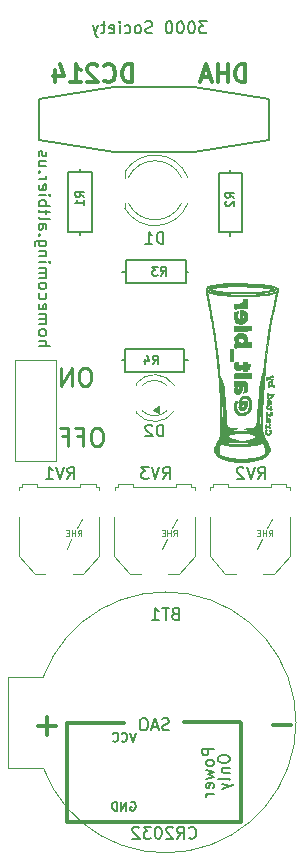
<source format=gbo>
G04 #@! TF.GenerationSoftware,KiCad,Pcbnew,(5.1.9)-1*
G04 #@! TF.CreationDate,2022-07-06T14:17:01-05:00*
G04 #@! TF.ProjectId,hom3c0ming_boutonniere,686f6d33-6330-46d6-996e-675f626f7574,2*
G04 #@! TF.SameCoordinates,Original*
G04 #@! TF.FileFunction,Legend,Bot*
G04 #@! TF.FilePolarity,Positive*
%FSLAX46Y46*%
G04 Gerber Fmt 4.6, Leading zero omitted, Abs format (unit mm)*
G04 Created by KiCad (PCBNEW (5.1.9)-1) date 2022-07-06 14:17:01*
%MOMM*%
%LPD*%
G01*
G04 APERTURE LIST*
%ADD10C,0.300000*%
%ADD11C,0.150000*%
%ADD12C,0.120000*%
%ADD13C,0.010000*%
%ADD14C,0.100000*%
%ADD15C,0.250000*%
G04 APERTURE END LIST*
D10*
X121265714Y-48798571D02*
X121265714Y-47298571D01*
X120908571Y-47298571D01*
X120694285Y-47370000D01*
X120551428Y-47512857D01*
X120480000Y-47655714D01*
X120408571Y-47941428D01*
X120408571Y-48155714D01*
X120480000Y-48441428D01*
X120551428Y-48584285D01*
X120694285Y-48727142D01*
X120908571Y-48798571D01*
X121265714Y-48798571D01*
X118908571Y-48655714D02*
X118980000Y-48727142D01*
X119194285Y-48798571D01*
X119337142Y-48798571D01*
X119551428Y-48727142D01*
X119694285Y-48584285D01*
X119765714Y-48441428D01*
X119837142Y-48155714D01*
X119837142Y-47941428D01*
X119765714Y-47655714D01*
X119694285Y-47512857D01*
X119551428Y-47370000D01*
X119337142Y-47298571D01*
X119194285Y-47298571D01*
X118980000Y-47370000D01*
X118908571Y-47441428D01*
X118337142Y-47441428D02*
X118265714Y-47370000D01*
X118122857Y-47298571D01*
X117765714Y-47298571D01*
X117622857Y-47370000D01*
X117551428Y-47441428D01*
X117480000Y-47584285D01*
X117480000Y-47727142D01*
X117551428Y-47941428D01*
X118408571Y-48798571D01*
X117480000Y-48798571D01*
X116051428Y-48798571D02*
X116908571Y-48798571D01*
X116480000Y-48798571D02*
X116480000Y-47298571D01*
X116622857Y-47512857D01*
X116765714Y-47655714D01*
X116908571Y-47727142D01*
X114765714Y-47798571D02*
X114765714Y-48798571D01*
X115122857Y-47227142D02*
X115480000Y-48298571D01*
X114551428Y-48298571D01*
X130861428Y-48798571D02*
X130861428Y-47298571D01*
X130504285Y-47298571D01*
X130290000Y-47370000D01*
X130147142Y-47512857D01*
X130075714Y-47655714D01*
X130004285Y-47941428D01*
X130004285Y-48155714D01*
X130075714Y-48441428D01*
X130147142Y-48584285D01*
X130290000Y-48727142D01*
X130504285Y-48798571D01*
X130861428Y-48798571D01*
X129361428Y-48798571D02*
X129361428Y-47298571D01*
X129361428Y-48012857D02*
X128504285Y-48012857D01*
X128504285Y-48798571D02*
X128504285Y-47298571D01*
X127861428Y-48370000D02*
X127147142Y-48370000D01*
X128004285Y-48798571D02*
X127504285Y-47298571D01*
X127004285Y-48798571D01*
D11*
X127583333Y-43652380D02*
X126964285Y-43652380D01*
X127297619Y-44033333D01*
X127154761Y-44033333D01*
X127059523Y-44080952D01*
X127011904Y-44128571D01*
X126964285Y-44223809D01*
X126964285Y-44461904D01*
X127011904Y-44557142D01*
X127059523Y-44604761D01*
X127154761Y-44652380D01*
X127440476Y-44652380D01*
X127535714Y-44604761D01*
X127583333Y-44557142D01*
X126345238Y-43652380D02*
X126250000Y-43652380D01*
X126154761Y-43700000D01*
X126107142Y-43747619D01*
X126059523Y-43842857D01*
X126011904Y-44033333D01*
X126011904Y-44271428D01*
X126059523Y-44461904D01*
X126107142Y-44557142D01*
X126154761Y-44604761D01*
X126250000Y-44652380D01*
X126345238Y-44652380D01*
X126440476Y-44604761D01*
X126488095Y-44557142D01*
X126535714Y-44461904D01*
X126583333Y-44271428D01*
X126583333Y-44033333D01*
X126535714Y-43842857D01*
X126488095Y-43747619D01*
X126440476Y-43700000D01*
X126345238Y-43652380D01*
X125392857Y-43652380D02*
X125297619Y-43652380D01*
X125202380Y-43700000D01*
X125154761Y-43747619D01*
X125107142Y-43842857D01*
X125059523Y-44033333D01*
X125059523Y-44271428D01*
X125107142Y-44461904D01*
X125154761Y-44557142D01*
X125202380Y-44604761D01*
X125297619Y-44652380D01*
X125392857Y-44652380D01*
X125488095Y-44604761D01*
X125535714Y-44557142D01*
X125583333Y-44461904D01*
X125630952Y-44271428D01*
X125630952Y-44033333D01*
X125583333Y-43842857D01*
X125535714Y-43747619D01*
X125488095Y-43700000D01*
X125392857Y-43652380D01*
X124440476Y-43652380D02*
X124345238Y-43652380D01*
X124250000Y-43700000D01*
X124202380Y-43747619D01*
X124154761Y-43842857D01*
X124107142Y-44033333D01*
X124107142Y-44271428D01*
X124154761Y-44461904D01*
X124202380Y-44557142D01*
X124250000Y-44604761D01*
X124345238Y-44652380D01*
X124440476Y-44652380D01*
X124535714Y-44604761D01*
X124583333Y-44557142D01*
X124630952Y-44461904D01*
X124678571Y-44271428D01*
X124678571Y-44033333D01*
X124630952Y-43842857D01*
X124583333Y-43747619D01*
X124535714Y-43700000D01*
X124440476Y-43652380D01*
X122964285Y-44604761D02*
X122821428Y-44652380D01*
X122583333Y-44652380D01*
X122488095Y-44604761D01*
X122440476Y-44557142D01*
X122392857Y-44461904D01*
X122392857Y-44366666D01*
X122440476Y-44271428D01*
X122488095Y-44223809D01*
X122583333Y-44176190D01*
X122773809Y-44128571D01*
X122869047Y-44080952D01*
X122916666Y-44033333D01*
X122964285Y-43938095D01*
X122964285Y-43842857D01*
X122916666Y-43747619D01*
X122869047Y-43700000D01*
X122773809Y-43652380D01*
X122535714Y-43652380D01*
X122392857Y-43700000D01*
X121821428Y-44652380D02*
X121916666Y-44604761D01*
X121964285Y-44557142D01*
X122011904Y-44461904D01*
X122011904Y-44176190D01*
X121964285Y-44080952D01*
X121916666Y-44033333D01*
X121821428Y-43985714D01*
X121678571Y-43985714D01*
X121583333Y-44033333D01*
X121535714Y-44080952D01*
X121488095Y-44176190D01*
X121488095Y-44461904D01*
X121535714Y-44557142D01*
X121583333Y-44604761D01*
X121678571Y-44652380D01*
X121821428Y-44652380D01*
X120630952Y-44604761D02*
X120726190Y-44652380D01*
X120916666Y-44652380D01*
X121011904Y-44604761D01*
X121059523Y-44557142D01*
X121107142Y-44461904D01*
X121107142Y-44176190D01*
X121059523Y-44080952D01*
X121011904Y-44033333D01*
X120916666Y-43985714D01*
X120726190Y-43985714D01*
X120630952Y-44033333D01*
X120202380Y-44652380D02*
X120202380Y-43985714D01*
X120202380Y-43652380D02*
X120250000Y-43700000D01*
X120202380Y-43747619D01*
X120154761Y-43700000D01*
X120202380Y-43652380D01*
X120202380Y-43747619D01*
X119345238Y-44604761D02*
X119440476Y-44652380D01*
X119630952Y-44652380D01*
X119726190Y-44604761D01*
X119773809Y-44509523D01*
X119773809Y-44128571D01*
X119726190Y-44033333D01*
X119630952Y-43985714D01*
X119440476Y-43985714D01*
X119345238Y-44033333D01*
X119297619Y-44128571D01*
X119297619Y-44223809D01*
X119773809Y-44319047D01*
X119011904Y-43985714D02*
X118630952Y-43985714D01*
X118869047Y-43652380D02*
X118869047Y-44509523D01*
X118821428Y-44604761D01*
X118726190Y-44652380D01*
X118630952Y-44652380D01*
X118392857Y-43985714D02*
X118154761Y-44652380D01*
X117916666Y-43985714D02*
X118154761Y-44652380D01*
X118250000Y-44890476D01*
X118297619Y-44938095D01*
X118392857Y-44985714D01*
X113347619Y-71114285D02*
X114347619Y-71114285D01*
X113347619Y-70685714D02*
X113871428Y-70685714D01*
X113966666Y-70733333D01*
X114014285Y-70828571D01*
X114014285Y-70971428D01*
X113966666Y-71066666D01*
X113919047Y-71114285D01*
X113347619Y-70066666D02*
X113395238Y-70161904D01*
X113442857Y-70209523D01*
X113538095Y-70257142D01*
X113823809Y-70257142D01*
X113919047Y-70209523D01*
X113966666Y-70161904D01*
X114014285Y-70066666D01*
X114014285Y-69923809D01*
X113966666Y-69828571D01*
X113919047Y-69780952D01*
X113823809Y-69733333D01*
X113538095Y-69733333D01*
X113442857Y-69780952D01*
X113395238Y-69828571D01*
X113347619Y-69923809D01*
X113347619Y-70066666D01*
X113347619Y-69304761D02*
X114014285Y-69304761D01*
X113919047Y-69304761D02*
X113966666Y-69257142D01*
X114014285Y-69161904D01*
X114014285Y-69019047D01*
X113966666Y-68923809D01*
X113871428Y-68876190D01*
X113347619Y-68876190D01*
X113871428Y-68876190D02*
X113966666Y-68828571D01*
X114014285Y-68733333D01*
X114014285Y-68590476D01*
X113966666Y-68495238D01*
X113871428Y-68447619D01*
X113347619Y-68447619D01*
X113395238Y-67590476D02*
X113347619Y-67685714D01*
X113347619Y-67876190D01*
X113395238Y-67971428D01*
X113490476Y-68019047D01*
X113871428Y-68019047D01*
X113966666Y-67971428D01*
X114014285Y-67876190D01*
X114014285Y-67685714D01*
X113966666Y-67590476D01*
X113871428Y-67542857D01*
X113776190Y-67542857D01*
X113680952Y-68019047D01*
X113395238Y-66685714D02*
X113347619Y-66780952D01*
X113347619Y-66971428D01*
X113395238Y-67066666D01*
X113442857Y-67114285D01*
X113538095Y-67161904D01*
X113823809Y-67161904D01*
X113919047Y-67114285D01*
X113966666Y-67066666D01*
X114014285Y-66971428D01*
X114014285Y-66780952D01*
X113966666Y-66685714D01*
X113347619Y-66114285D02*
X113395238Y-66209523D01*
X113442857Y-66257142D01*
X113538095Y-66304761D01*
X113823809Y-66304761D01*
X113919047Y-66257142D01*
X113966666Y-66209523D01*
X114014285Y-66114285D01*
X114014285Y-65971428D01*
X113966666Y-65876190D01*
X113919047Y-65828571D01*
X113823809Y-65780952D01*
X113538095Y-65780952D01*
X113442857Y-65828571D01*
X113395238Y-65876190D01*
X113347619Y-65971428D01*
X113347619Y-66114285D01*
X113347619Y-65352380D02*
X114014285Y-65352380D01*
X113919047Y-65352380D02*
X113966666Y-65304761D01*
X114014285Y-65209523D01*
X114014285Y-65066666D01*
X113966666Y-64971428D01*
X113871428Y-64923809D01*
X113347619Y-64923809D01*
X113871428Y-64923809D02*
X113966666Y-64876190D01*
X114014285Y-64780952D01*
X114014285Y-64638095D01*
X113966666Y-64542857D01*
X113871428Y-64495238D01*
X113347619Y-64495238D01*
X113347619Y-64019047D02*
X114014285Y-64019047D01*
X114347619Y-64019047D02*
X114300000Y-64066666D01*
X114252380Y-64019047D01*
X114300000Y-63971428D01*
X114347619Y-64019047D01*
X114252380Y-64019047D01*
X114014285Y-63542857D02*
X113347619Y-63542857D01*
X113919047Y-63542857D02*
X113966666Y-63495238D01*
X114014285Y-63400000D01*
X114014285Y-63257142D01*
X113966666Y-63161904D01*
X113871428Y-63114285D01*
X113347619Y-63114285D01*
X114014285Y-62209523D02*
X113204761Y-62209523D01*
X113109523Y-62257142D01*
X113061904Y-62304761D01*
X113014285Y-62400000D01*
X113014285Y-62542857D01*
X113061904Y-62638095D01*
X113395238Y-62209523D02*
X113347619Y-62304761D01*
X113347619Y-62495238D01*
X113395238Y-62590476D01*
X113442857Y-62638095D01*
X113538095Y-62685714D01*
X113823809Y-62685714D01*
X113919047Y-62638095D01*
X113966666Y-62590476D01*
X114014285Y-62495238D01*
X114014285Y-62304761D01*
X113966666Y-62209523D01*
X113442857Y-61733333D02*
X113395238Y-61685714D01*
X113347619Y-61733333D01*
X113395238Y-61780952D01*
X113442857Y-61733333D01*
X113347619Y-61733333D01*
X113347619Y-60828571D02*
X113871428Y-60828571D01*
X113966666Y-60876190D01*
X114014285Y-60971428D01*
X114014285Y-61161904D01*
X113966666Y-61257142D01*
X113395238Y-60828571D02*
X113347619Y-60923809D01*
X113347619Y-61161904D01*
X113395238Y-61257142D01*
X113490476Y-61304761D01*
X113585714Y-61304761D01*
X113680952Y-61257142D01*
X113728571Y-61161904D01*
X113728571Y-60923809D01*
X113776190Y-60828571D01*
X113347619Y-60209523D02*
X113395238Y-60304761D01*
X113490476Y-60352380D01*
X114347619Y-60352380D01*
X114014285Y-59971428D02*
X114014285Y-59590476D01*
X114347619Y-59828571D02*
X113490476Y-59828571D01*
X113395238Y-59780952D01*
X113347619Y-59685714D01*
X113347619Y-59590476D01*
X113347619Y-59257142D02*
X114347619Y-59257142D01*
X113966666Y-59257142D02*
X114014285Y-59161904D01*
X114014285Y-58971428D01*
X113966666Y-58876190D01*
X113919047Y-58828571D01*
X113823809Y-58780952D01*
X113538095Y-58780952D01*
X113442857Y-58828571D01*
X113395238Y-58876190D01*
X113347619Y-58971428D01*
X113347619Y-59161904D01*
X113395238Y-59257142D01*
X113347619Y-58352380D02*
X114014285Y-58352380D01*
X114347619Y-58352380D02*
X114300000Y-58400000D01*
X114252380Y-58352380D01*
X114300000Y-58304761D01*
X114347619Y-58352380D01*
X114252380Y-58352380D01*
X113395238Y-57495238D02*
X113347619Y-57590476D01*
X113347619Y-57780952D01*
X113395238Y-57876190D01*
X113490476Y-57923809D01*
X113871428Y-57923809D01*
X113966666Y-57876190D01*
X114014285Y-57780952D01*
X114014285Y-57590476D01*
X113966666Y-57495238D01*
X113871428Y-57447619D01*
X113776190Y-57447619D01*
X113680952Y-57923809D01*
X113347619Y-57019047D02*
X114014285Y-57019047D01*
X113823809Y-57019047D02*
X113919047Y-56971428D01*
X113966666Y-56923809D01*
X114014285Y-56828571D01*
X114014285Y-56733333D01*
X113442857Y-56400000D02*
X113395238Y-56352380D01*
X113347619Y-56400000D01*
X113395238Y-56447619D01*
X113442857Y-56400000D01*
X113347619Y-56400000D01*
X114014285Y-55495238D02*
X113347619Y-55495238D01*
X114014285Y-55923809D02*
X113490476Y-55923809D01*
X113395238Y-55876190D01*
X113347619Y-55780952D01*
X113347619Y-55638095D01*
X113395238Y-55542857D01*
X113442857Y-55495238D01*
X113395238Y-55066666D02*
X113347619Y-54971428D01*
X113347619Y-54780952D01*
X113395238Y-54685714D01*
X113490476Y-54638095D01*
X113538095Y-54638095D01*
X113633333Y-54685714D01*
X113680952Y-54780952D01*
X113680952Y-54923809D01*
X113728571Y-55019047D01*
X113823809Y-55066666D01*
X113871428Y-55066666D01*
X113966666Y-55019047D01*
X114014285Y-54923809D01*
X114014285Y-54780952D01*
X113966666Y-54685714D01*
D12*
X110749260Y-99150000D02*
X110749260Y-106850000D01*
X110749260Y-106850000D02*
X113749260Y-106850000D01*
X110749260Y-99150000D02*
X113749260Y-99150000D01*
X113749324Y-99149829D02*
G75*
G02*
X113749260Y-106850000I10352536J-3850171D01*
G01*
D13*
G36*
X129874986Y-65982904D02*
G01*
X129716174Y-65983402D01*
X129567739Y-65984228D01*
X129433367Y-65985387D01*
X129316746Y-65986887D01*
X129221562Y-65988734D01*
X129151501Y-65990934D01*
X129110267Y-65993492D01*
X128874808Y-66019525D01*
X128671762Y-66043823D01*
X128499730Y-66066580D01*
X128357313Y-66087985D01*
X128243113Y-66108232D01*
X128187532Y-66119908D01*
X128059219Y-66149968D01*
X127960536Y-66175996D01*
X127887761Y-66199842D01*
X127837173Y-66223361D01*
X127805050Y-66248404D01*
X127787671Y-66276824D01*
X127781315Y-66310473D01*
X127781000Y-66322267D01*
X127787506Y-66364534D01*
X127809227Y-66400524D01*
X127849470Y-66431899D01*
X127911541Y-66460320D01*
X127998744Y-66487449D01*
X128114387Y-66514948D01*
X128198889Y-66532334D01*
X128296704Y-66550953D01*
X128391940Y-66567832D01*
X128475365Y-66581417D01*
X128537748Y-66590156D01*
X128551467Y-66591647D01*
X128616142Y-66598084D01*
X128699558Y-66606720D01*
X128786796Y-66616004D01*
X128813933Y-66618951D01*
X128904082Y-66628114D01*
X128997174Y-66636063D01*
X129096252Y-66642887D01*
X129204359Y-66648671D01*
X129324538Y-66653502D01*
X129459832Y-66657467D01*
X129613282Y-66660653D01*
X129787933Y-66663147D01*
X129986826Y-66665035D01*
X130213005Y-66666405D01*
X130469512Y-66667342D01*
X130514229Y-66667460D01*
X130701946Y-66668022D01*
X130880228Y-66668734D01*
X131046089Y-66669573D01*
X131196542Y-66670515D01*
X131328602Y-66671536D01*
X131439282Y-66672614D01*
X131525597Y-66673724D01*
X131584560Y-66674843D01*
X131613184Y-66675948D01*
X131614895Y-66676145D01*
X131645774Y-66677363D01*
X131701763Y-66675971D01*
X131774237Y-66672283D01*
X131836534Y-66668027D01*
X131944259Y-66658363D01*
X132071712Y-66644486D01*
X132213632Y-66627182D01*
X132364758Y-66607236D01*
X132519831Y-66585434D01*
X132673590Y-66562561D01*
X132820776Y-66539404D01*
X132956128Y-66516748D01*
X133074386Y-66495379D01*
X133170290Y-66476082D01*
X133238580Y-66459643D01*
X133246063Y-66457488D01*
X133301053Y-66437956D01*
X133331278Y-66416995D01*
X133345504Y-66388399D01*
X133345923Y-66386774D01*
X133347578Y-66354806D01*
X133193907Y-66354806D01*
X133172577Y-66364857D01*
X133142012Y-66372701D01*
X133082732Y-66384479D01*
X132999563Y-66399441D01*
X132897331Y-66416835D01*
X132780860Y-66435909D01*
X132654978Y-66455915D01*
X132524510Y-66476099D01*
X132394282Y-66495711D01*
X132269120Y-66513999D01*
X132153850Y-66530214D01*
X132053296Y-66543603D01*
X131972287Y-66553416D01*
X131938134Y-66556985D01*
X131907510Y-66558235D01*
X131846767Y-66559224D01*
X131759059Y-66559966D01*
X131647540Y-66560474D01*
X131515364Y-66560761D01*
X131365685Y-66560839D01*
X131201656Y-66560723D01*
X131026432Y-66560424D01*
X130843167Y-66559956D01*
X130655015Y-66559333D01*
X130465129Y-66558566D01*
X130276664Y-66557670D01*
X130092773Y-66556657D01*
X129916611Y-66555540D01*
X129751331Y-66554333D01*
X129600088Y-66553048D01*
X129466035Y-66551699D01*
X129352327Y-66550298D01*
X129262117Y-66548859D01*
X129198559Y-66547394D01*
X129164808Y-66545917D01*
X129161067Y-66545492D01*
X129119646Y-66539790D01*
X129056949Y-66533157D01*
X128985491Y-66526896D01*
X128974800Y-66526070D01*
X128813693Y-66512078D01*
X128655742Y-66494998D01*
X128504145Y-66475460D01*
X128362101Y-66454094D01*
X128232806Y-66431529D01*
X128119459Y-66408396D01*
X128025257Y-66385324D01*
X127953398Y-66362944D01*
X127907080Y-66341884D01*
X127889500Y-66322774D01*
X127893462Y-66313098D01*
X127917572Y-66301635D01*
X127968579Y-66285341D01*
X128040115Y-66265744D01*
X128125814Y-66244370D01*
X128219306Y-66222747D01*
X128314226Y-66202401D01*
X128404205Y-66184860D01*
X128482877Y-66171651D01*
X128483923Y-66171496D01*
X128619893Y-66151993D01*
X128744841Y-66135631D01*
X128863534Y-66122143D01*
X128980734Y-66111263D01*
X129101206Y-66102723D01*
X129229715Y-66096256D01*
X129371024Y-66091597D01*
X129529899Y-66088477D01*
X129711103Y-66086630D01*
X129919400Y-66085789D01*
X130016200Y-66085672D01*
X130258108Y-66086066D01*
X130489379Y-66087492D01*
X130707038Y-66089885D01*
X130908108Y-66093180D01*
X131089613Y-66097310D01*
X131248577Y-66102210D01*
X131382023Y-66107814D01*
X131486975Y-66114056D01*
X131548667Y-66119493D01*
X131598596Y-66124556D01*
X131661699Y-66130114D01*
X131742265Y-66136497D01*
X131844582Y-66144033D01*
X131972938Y-66153051D01*
X132099000Y-66161671D01*
X132259923Y-66174819D01*
X132424552Y-66192346D01*
X132587274Y-66213353D01*
X132742474Y-66236939D01*
X132884539Y-66262205D01*
X133007855Y-66288251D01*
X133106807Y-66314175D01*
X133157676Y-66331417D01*
X133190322Y-66345615D01*
X133193907Y-66354806D01*
X133347578Y-66354806D01*
X133348146Y-66343836D01*
X133329706Y-66306412D01*
X133287809Y-66272678D01*
X133219656Y-66240809D01*
X133122452Y-66208981D01*
X133039156Y-66186638D01*
X132914240Y-66158999D01*
X132763510Y-66132022D01*
X132595017Y-66106789D01*
X132416809Y-66084382D01*
X132236938Y-66065885D01*
X132063453Y-66052381D01*
X132022800Y-66049955D01*
X131943362Y-66045182D01*
X131876953Y-66040536D01*
X131830486Y-66036545D01*
X131810873Y-66033739D01*
X131810843Y-66033722D01*
X131791719Y-66031288D01*
X131744879Y-66027857D01*
X131676444Y-66023808D01*
X131592536Y-66019520D01*
X131548376Y-66017480D01*
X131455732Y-66012884D01*
X131372259Y-66007893D01*
X131305182Y-66003002D01*
X131261724Y-65998705D01*
X131252333Y-65997214D01*
X131222711Y-65994531D01*
X131162911Y-65992106D01*
X131076618Y-65989944D01*
X130967520Y-65988052D01*
X130839303Y-65986436D01*
X130695656Y-65985104D01*
X130540263Y-65984060D01*
X130376813Y-65983312D01*
X130208993Y-65982865D01*
X130040488Y-65982727D01*
X129874986Y-65982904D01*
G37*
X129874986Y-65982904D02*
X129716174Y-65983402D01*
X129567739Y-65984228D01*
X129433367Y-65985387D01*
X129316746Y-65986887D01*
X129221562Y-65988734D01*
X129151501Y-65990934D01*
X129110267Y-65993492D01*
X128874808Y-66019525D01*
X128671762Y-66043823D01*
X128499730Y-66066580D01*
X128357313Y-66087985D01*
X128243113Y-66108232D01*
X128187532Y-66119908D01*
X128059219Y-66149968D01*
X127960536Y-66175996D01*
X127887761Y-66199842D01*
X127837173Y-66223361D01*
X127805050Y-66248404D01*
X127787671Y-66276824D01*
X127781315Y-66310473D01*
X127781000Y-66322267D01*
X127787506Y-66364534D01*
X127809227Y-66400524D01*
X127849470Y-66431899D01*
X127911541Y-66460320D01*
X127998744Y-66487449D01*
X128114387Y-66514948D01*
X128198889Y-66532334D01*
X128296704Y-66550953D01*
X128391940Y-66567832D01*
X128475365Y-66581417D01*
X128537748Y-66590156D01*
X128551467Y-66591647D01*
X128616142Y-66598084D01*
X128699558Y-66606720D01*
X128786796Y-66616004D01*
X128813933Y-66618951D01*
X128904082Y-66628114D01*
X128997174Y-66636063D01*
X129096252Y-66642887D01*
X129204359Y-66648671D01*
X129324538Y-66653502D01*
X129459832Y-66657467D01*
X129613282Y-66660653D01*
X129787933Y-66663147D01*
X129986826Y-66665035D01*
X130213005Y-66666405D01*
X130469512Y-66667342D01*
X130514229Y-66667460D01*
X130701946Y-66668022D01*
X130880228Y-66668734D01*
X131046089Y-66669573D01*
X131196542Y-66670515D01*
X131328602Y-66671536D01*
X131439282Y-66672614D01*
X131525597Y-66673724D01*
X131584560Y-66674843D01*
X131613184Y-66675948D01*
X131614895Y-66676145D01*
X131645774Y-66677363D01*
X131701763Y-66675971D01*
X131774237Y-66672283D01*
X131836534Y-66668027D01*
X131944259Y-66658363D01*
X132071712Y-66644486D01*
X132213632Y-66627182D01*
X132364758Y-66607236D01*
X132519831Y-66585434D01*
X132673590Y-66562561D01*
X132820776Y-66539404D01*
X132956128Y-66516748D01*
X133074386Y-66495379D01*
X133170290Y-66476082D01*
X133238580Y-66459643D01*
X133246063Y-66457488D01*
X133301053Y-66437956D01*
X133331278Y-66416995D01*
X133345504Y-66388399D01*
X133345923Y-66386774D01*
X133347578Y-66354806D01*
X133193907Y-66354806D01*
X133172577Y-66364857D01*
X133142012Y-66372701D01*
X133082732Y-66384479D01*
X132999563Y-66399441D01*
X132897331Y-66416835D01*
X132780860Y-66435909D01*
X132654978Y-66455915D01*
X132524510Y-66476099D01*
X132394282Y-66495711D01*
X132269120Y-66513999D01*
X132153850Y-66530214D01*
X132053296Y-66543603D01*
X131972287Y-66553416D01*
X131938134Y-66556985D01*
X131907510Y-66558235D01*
X131846767Y-66559224D01*
X131759059Y-66559966D01*
X131647540Y-66560474D01*
X131515364Y-66560761D01*
X131365685Y-66560839D01*
X131201656Y-66560723D01*
X131026432Y-66560424D01*
X130843167Y-66559956D01*
X130655015Y-66559333D01*
X130465129Y-66558566D01*
X130276664Y-66557670D01*
X130092773Y-66556657D01*
X129916611Y-66555540D01*
X129751331Y-66554333D01*
X129600088Y-66553048D01*
X129466035Y-66551699D01*
X129352327Y-66550298D01*
X129262117Y-66548859D01*
X129198559Y-66547394D01*
X129164808Y-66545917D01*
X129161067Y-66545492D01*
X129119646Y-66539790D01*
X129056949Y-66533157D01*
X128985491Y-66526896D01*
X128974800Y-66526070D01*
X128813693Y-66512078D01*
X128655742Y-66494998D01*
X128504145Y-66475460D01*
X128362101Y-66454094D01*
X128232806Y-66431529D01*
X128119459Y-66408396D01*
X128025257Y-66385324D01*
X127953398Y-66362944D01*
X127907080Y-66341884D01*
X127889500Y-66322774D01*
X127893462Y-66313098D01*
X127917572Y-66301635D01*
X127968579Y-66285341D01*
X128040115Y-66265744D01*
X128125814Y-66244370D01*
X128219306Y-66222747D01*
X128314226Y-66202401D01*
X128404205Y-66184860D01*
X128482877Y-66171651D01*
X128483923Y-66171496D01*
X128619893Y-66151993D01*
X128744841Y-66135631D01*
X128863534Y-66122143D01*
X128980734Y-66111263D01*
X129101206Y-66102723D01*
X129229715Y-66096256D01*
X129371024Y-66091597D01*
X129529899Y-66088477D01*
X129711103Y-66086630D01*
X129919400Y-66085789D01*
X130016200Y-66085672D01*
X130258108Y-66086066D01*
X130489379Y-66087492D01*
X130707038Y-66089885D01*
X130908108Y-66093180D01*
X131089613Y-66097310D01*
X131248577Y-66102210D01*
X131382023Y-66107814D01*
X131486975Y-66114056D01*
X131548667Y-66119493D01*
X131598596Y-66124556D01*
X131661699Y-66130114D01*
X131742265Y-66136497D01*
X131844582Y-66144033D01*
X131972938Y-66153051D01*
X132099000Y-66161671D01*
X132259923Y-66174819D01*
X132424552Y-66192346D01*
X132587274Y-66213353D01*
X132742474Y-66236939D01*
X132884539Y-66262205D01*
X133007855Y-66288251D01*
X133106807Y-66314175D01*
X133157676Y-66331417D01*
X133190322Y-66345615D01*
X133193907Y-66354806D01*
X133347578Y-66354806D01*
X133348146Y-66343836D01*
X133329706Y-66306412D01*
X133287809Y-66272678D01*
X133219656Y-66240809D01*
X133122452Y-66208981D01*
X133039156Y-66186638D01*
X132914240Y-66158999D01*
X132763510Y-66132022D01*
X132595017Y-66106789D01*
X132416809Y-66084382D01*
X132236938Y-66065885D01*
X132063453Y-66052381D01*
X132022800Y-66049955D01*
X131943362Y-66045182D01*
X131876953Y-66040536D01*
X131830486Y-66036545D01*
X131810873Y-66033739D01*
X131810843Y-66033722D01*
X131791719Y-66031288D01*
X131744879Y-66027857D01*
X131676444Y-66023808D01*
X131592536Y-66019520D01*
X131548376Y-66017480D01*
X131455732Y-66012884D01*
X131372259Y-66007893D01*
X131305182Y-66003002D01*
X131261724Y-65998705D01*
X131252333Y-65997214D01*
X131222711Y-65994531D01*
X131162911Y-65992106D01*
X131076618Y-65989944D01*
X130967520Y-65988052D01*
X130839303Y-65986436D01*
X130695656Y-65985104D01*
X130540263Y-65984060D01*
X130376813Y-65983312D01*
X130208993Y-65982865D01*
X130040488Y-65982727D01*
X129874986Y-65982904D01*
G36*
X130695659Y-67175978D02*
G01*
X130689300Y-67176204D01*
X130672648Y-67182120D01*
X130663592Y-67203099D01*
X130660037Y-67246553D01*
X130659667Y-67280992D01*
X130658039Y-67340632D01*
X130649733Y-67379949D01*
X130629612Y-67412454D01*
X130596167Y-67448039D01*
X130552599Y-67484616D01*
X130501745Y-67511742D01*
X130438171Y-67530626D01*
X130356441Y-67542476D01*
X130251120Y-67548504D01*
X130138133Y-67549951D01*
X129923067Y-67549969D01*
X129926220Y-67723518D01*
X129927662Y-67800846D01*
X129928995Y-67868772D01*
X129930035Y-67917988D01*
X129930453Y-67935167D01*
X129940603Y-67965349D01*
X129971045Y-67973267D01*
X130004650Y-67970637D01*
X130017611Y-67966336D01*
X130036599Y-67962961D01*
X130083852Y-67958882D01*
X130153786Y-67954349D01*
X130240812Y-67949613D01*
X130339345Y-67944923D01*
X130443797Y-67940530D01*
X130548582Y-67936685D01*
X130648113Y-67933636D01*
X130736803Y-67931636D01*
X130807848Y-67930934D01*
X130981429Y-67930934D01*
X130981415Y-67731967D01*
X130981400Y-67533000D01*
X130873464Y-67533000D01*
X130916896Y-67486433D01*
X130952392Y-67443434D01*
X130979783Y-67402062D01*
X130981104Y-67399567D01*
X130991575Y-67365142D01*
X130999318Y-67314689D01*
X131003452Y-67260279D01*
X131003097Y-67213982D01*
X130997371Y-67187866D01*
X130996614Y-67186969D01*
X130978116Y-67183832D01*
X130934838Y-67180793D01*
X130875867Y-67178170D01*
X130810289Y-67176281D01*
X130747191Y-67175444D01*
X130695659Y-67175978D01*
G37*
X130695659Y-67175978D02*
X130689300Y-67176204D01*
X130672648Y-67182120D01*
X130663592Y-67203099D01*
X130660037Y-67246553D01*
X130659667Y-67280992D01*
X130658039Y-67340632D01*
X130649733Y-67379949D01*
X130629612Y-67412454D01*
X130596167Y-67448039D01*
X130552599Y-67484616D01*
X130501745Y-67511742D01*
X130438171Y-67530626D01*
X130356441Y-67542476D01*
X130251120Y-67548504D01*
X130138133Y-67549951D01*
X129923067Y-67549969D01*
X129926220Y-67723518D01*
X129927662Y-67800846D01*
X129928995Y-67868772D01*
X129930035Y-67917988D01*
X129930453Y-67935167D01*
X129940603Y-67965349D01*
X129971045Y-67973267D01*
X130004650Y-67970637D01*
X130017611Y-67966336D01*
X130036599Y-67962961D01*
X130083852Y-67958882D01*
X130153786Y-67954349D01*
X130240812Y-67949613D01*
X130339345Y-67944923D01*
X130443797Y-67940530D01*
X130548582Y-67936685D01*
X130648113Y-67933636D01*
X130736803Y-67931636D01*
X130807848Y-67930934D01*
X130981429Y-67930934D01*
X130981415Y-67731967D01*
X130981400Y-67533000D01*
X130873464Y-67533000D01*
X130916896Y-67486433D01*
X130952392Y-67443434D01*
X130979783Y-67402062D01*
X130981104Y-67399567D01*
X130991575Y-67365142D01*
X130999318Y-67314689D01*
X131003452Y-67260279D01*
X131003097Y-67213982D01*
X130997371Y-67187866D01*
X130996614Y-67186969D01*
X130978116Y-67183832D01*
X130934838Y-67180793D01*
X130875867Y-67178170D01*
X130810289Y-67176281D01*
X130747191Y-67175444D01*
X130695659Y-67175978D01*
G36*
X130460700Y-68106774D02*
G01*
X130405667Y-68108734D01*
X130405667Y-68836867D01*
X130357150Y-68836867D01*
X130308243Y-68826244D01*
X130266165Y-68803461D01*
X130211287Y-68740866D01*
X130179402Y-68656847D01*
X130170357Y-68550296D01*
X130183998Y-68420106D01*
X130201261Y-68337407D01*
X130215699Y-68274701D01*
X130225765Y-68226335D01*
X130229837Y-68200285D01*
X130229602Y-68197958D01*
X130212267Y-68198697D01*
X130171128Y-68204404D01*
X130115593Y-68213418D01*
X130055072Y-68224080D01*
X129998972Y-68234732D01*
X129956702Y-68243714D01*
X129937670Y-68249365D01*
X129937555Y-68249467D01*
X129927863Y-68274583D01*
X129918280Y-68326008D01*
X129909706Y-68396192D01*
X129903042Y-68477587D01*
X129899191Y-68562642D01*
X129898960Y-68572776D01*
X129902285Y-68718984D01*
X129917786Y-68848647D01*
X129944523Y-68955687D01*
X129966162Y-69007693D01*
X130018755Y-69081418D01*
X130093485Y-69148694D01*
X130178750Y-69200118D01*
X130225967Y-69218248D01*
X130325015Y-69237018D01*
X130437673Y-69241719D01*
X130548708Y-69232593D01*
X130637656Y-69211735D01*
X130761454Y-69154779D01*
X130859073Y-69077867D01*
X130931381Y-68979735D01*
X130979247Y-68859122D01*
X131003538Y-68714763D01*
X131005990Y-68675705D01*
X131005467Y-68660271D01*
X130761234Y-68660271D01*
X130734651Y-68724865D01*
X130703693Y-68762360D01*
X130662225Y-68796744D01*
X130623720Y-68817328D01*
X130610560Y-68819934D01*
X130594466Y-68817971D01*
X130584137Y-68808001D01*
X130578299Y-68783901D01*
X130575682Y-68739550D01*
X130575012Y-68668825D01*
X130575000Y-68648788D01*
X130575606Y-68571032D01*
X130578031Y-68521673D01*
X130583182Y-68495255D01*
X130591968Y-68486320D01*
X130601785Y-68487922D01*
X130640500Y-68497250D01*
X130653355Y-68498200D01*
X130681449Y-68509408D01*
X130716570Y-68536698D01*
X130719703Y-68539764D01*
X130756364Y-68597007D01*
X130761234Y-68660271D01*
X131005467Y-68660271D01*
X131000748Y-68521084D01*
X130970242Y-68388871D01*
X130914499Y-68279148D01*
X130860117Y-68215425D01*
X130798739Y-68165921D01*
X130731179Y-68132426D01*
X130650285Y-68112995D01*
X130548907Y-68105681D01*
X130460700Y-68106774D01*
G37*
X130460700Y-68106774D02*
X130405667Y-68108734D01*
X130405667Y-68836867D01*
X130357150Y-68836867D01*
X130308243Y-68826244D01*
X130266165Y-68803461D01*
X130211287Y-68740866D01*
X130179402Y-68656847D01*
X130170357Y-68550296D01*
X130183998Y-68420106D01*
X130201261Y-68337407D01*
X130215699Y-68274701D01*
X130225765Y-68226335D01*
X130229837Y-68200285D01*
X130229602Y-68197958D01*
X130212267Y-68198697D01*
X130171128Y-68204404D01*
X130115593Y-68213418D01*
X130055072Y-68224080D01*
X129998972Y-68234732D01*
X129956702Y-68243714D01*
X129937670Y-68249365D01*
X129937555Y-68249467D01*
X129927863Y-68274583D01*
X129918280Y-68326008D01*
X129909706Y-68396192D01*
X129903042Y-68477587D01*
X129899191Y-68562642D01*
X129898960Y-68572776D01*
X129902285Y-68718984D01*
X129917786Y-68848647D01*
X129944523Y-68955687D01*
X129966162Y-69007693D01*
X130018755Y-69081418D01*
X130093485Y-69148694D01*
X130178750Y-69200118D01*
X130225967Y-69218248D01*
X130325015Y-69237018D01*
X130437673Y-69241719D01*
X130548708Y-69232593D01*
X130637656Y-69211735D01*
X130761454Y-69154779D01*
X130859073Y-69077867D01*
X130931381Y-68979735D01*
X130979247Y-68859122D01*
X131003538Y-68714763D01*
X131005990Y-68675705D01*
X131005467Y-68660271D01*
X130761234Y-68660271D01*
X130734651Y-68724865D01*
X130703693Y-68762360D01*
X130662225Y-68796744D01*
X130623720Y-68817328D01*
X130610560Y-68819934D01*
X130594466Y-68817971D01*
X130584137Y-68808001D01*
X130578299Y-68783901D01*
X130575682Y-68739550D01*
X130575012Y-68668825D01*
X130575000Y-68648788D01*
X130575606Y-68571032D01*
X130578031Y-68521673D01*
X130583182Y-68495255D01*
X130591968Y-68486320D01*
X130601785Y-68487922D01*
X130640500Y-68497250D01*
X130653355Y-68498200D01*
X130681449Y-68509408D01*
X130716570Y-68536698D01*
X130719703Y-68539764D01*
X130756364Y-68597007D01*
X130761234Y-68660271D01*
X131005467Y-68660271D01*
X131000748Y-68521084D01*
X130970242Y-68388871D01*
X130914499Y-68279148D01*
X130860117Y-68215425D01*
X130798739Y-68165921D01*
X130731179Y-68132426D01*
X130650285Y-68112995D01*
X130548907Y-68105681D01*
X130460700Y-68106774D01*
G36*
X131235438Y-69409756D02*
G01*
X131116867Y-69415379D01*
X131116867Y-69819000D01*
X131235400Y-69819000D01*
X131304575Y-69816696D01*
X131343234Y-69809422D01*
X131354480Y-69797833D01*
X131354955Y-69763822D01*
X131355331Y-69708073D01*
X131355593Y-69639901D01*
X131355722Y-69568619D01*
X131355701Y-69503539D01*
X131355514Y-69453977D01*
X131355158Y-69429533D01*
X131348353Y-69416146D01*
X131325110Y-69409390D01*
X131278866Y-69408180D01*
X131235438Y-69409756D01*
G37*
X131235438Y-69409756D02*
X131116867Y-69415379D01*
X131116867Y-69819000D01*
X131235400Y-69819000D01*
X131304575Y-69816696D01*
X131343234Y-69809422D01*
X131354480Y-69797833D01*
X131354955Y-69763822D01*
X131355331Y-69708073D01*
X131355593Y-69639901D01*
X131355722Y-69568619D01*
X131355701Y-69503539D01*
X131355514Y-69453977D01*
X131355158Y-69429533D01*
X131348353Y-69416146D01*
X131325110Y-69409390D01*
X131278866Y-69408180D01*
X131235438Y-69409756D01*
G36*
X130824767Y-69418809D02*
G01*
X130758757Y-69422659D01*
X130667018Y-69427001D01*
X130557675Y-69431503D01*
X130438856Y-69435833D01*
X130318688Y-69439659D01*
X130304067Y-69440083D01*
X130196983Y-69443244D01*
X130102140Y-69446226D01*
X130024467Y-69448858D01*
X129968894Y-69450971D01*
X129940350Y-69452393D01*
X129937612Y-69452721D01*
X129936212Y-69469456D01*
X129934094Y-69513611D01*
X129931531Y-69578755D01*
X129928794Y-69658454D01*
X129928399Y-69670833D01*
X129921574Y-69886733D01*
X129974531Y-69886733D01*
X130013893Y-69884470D01*
X130035201Y-69879013D01*
X130035345Y-69878878D01*
X130054145Y-69875474D01*
X130100690Y-69871336D01*
X130168877Y-69866889D01*
X130252604Y-69862559D01*
X130296400Y-69860652D01*
X130393599Y-69856500D01*
X130486124Y-69852239D01*
X130565202Y-69848295D01*
X130622058Y-69845093D01*
X130634267Y-69844285D01*
X130695048Y-69841096D01*
X130772798Y-69838516D01*
X130850167Y-69837110D01*
X130981400Y-69835933D01*
X130981400Y-69407960D01*
X130824767Y-69418809D01*
G37*
X130824767Y-69418809D02*
X130758757Y-69422659D01*
X130667018Y-69427001D01*
X130557675Y-69431503D01*
X130438856Y-69435833D01*
X130318688Y-69439659D01*
X130304067Y-69440083D01*
X130196983Y-69443244D01*
X130102140Y-69446226D01*
X130024467Y-69448858D01*
X129968894Y-69450971D01*
X129940350Y-69452393D01*
X129937612Y-69452721D01*
X129936212Y-69469456D01*
X129934094Y-69513611D01*
X129931531Y-69578755D01*
X129928794Y-69658454D01*
X129928399Y-69670833D01*
X129921574Y-69886733D01*
X129974531Y-69886733D01*
X130013893Y-69884470D01*
X130035201Y-69879013D01*
X130035345Y-69878878D01*
X130054145Y-69875474D01*
X130100690Y-69871336D01*
X130168877Y-69866889D01*
X130252604Y-69862559D01*
X130296400Y-69860652D01*
X130393599Y-69856500D01*
X130486124Y-69852239D01*
X130565202Y-69848295D01*
X130622058Y-69845093D01*
X130634267Y-69844285D01*
X130695048Y-69841096D01*
X130772798Y-69838516D01*
X130850167Y-69837110D01*
X130981400Y-69835933D01*
X130981400Y-69407960D01*
X130824767Y-69418809D01*
G36*
X130449547Y-70043254D02*
G01*
X130300689Y-70064795D01*
X130172111Y-70109536D01*
X130065801Y-70175694D01*
X129983747Y-70261480D01*
X129927936Y-70365111D01*
X129900355Y-70484800D01*
X129897667Y-70539156D01*
X129907978Y-70647026D01*
X129941463Y-70738732D01*
X129985224Y-70805367D01*
X130013117Y-70845855D01*
X130015773Y-70866811D01*
X129992313Y-70872237D01*
X129970910Y-70870424D01*
X129952589Y-70873668D01*
X129940078Y-70891832D01*
X129932455Y-70929592D01*
X129928796Y-70991624D01*
X129928179Y-71082602D01*
X129928204Y-71086755D01*
X129928383Y-71166315D01*
X129931399Y-71220067D01*
X129942731Y-71252370D01*
X129967859Y-71267588D01*
X130012264Y-71270083D01*
X130081426Y-71264217D01*
X130143200Y-71257892D01*
X130210287Y-71252224D01*
X130300746Y-71245884D01*
X130404108Y-71239542D01*
X130509905Y-71233871D01*
X130541133Y-71232374D01*
X130633542Y-71227844D01*
X130715096Y-71223397D01*
X130779281Y-71219424D01*
X130819581Y-71216315D01*
X130829000Y-71215155D01*
X130854456Y-71213255D01*
X130906901Y-71211492D01*
X130979458Y-71210029D01*
X131065248Y-71209031D01*
X131095700Y-71208829D01*
X131337000Y-71207534D01*
X131337000Y-70780155D01*
X131157505Y-70792389D01*
X130978010Y-70804624D01*
X130989974Y-70766928D01*
X130995212Y-70733945D01*
X130998660Y-70685993D01*
X130710236Y-70685993D01*
X130708140Y-70756728D01*
X130698660Y-70800530D01*
X130676180Y-70824286D01*
X130635086Y-70834883D01*
X130585924Y-70838472D01*
X130453272Y-70838446D01*
X130351034Y-70824123D01*
X130278895Y-70795445D01*
X130254737Y-70776434D01*
X130223632Y-70734512D01*
X130211715Y-70683192D01*
X130210934Y-70658593D01*
X130225555Y-70582516D01*
X130268125Y-70523811D01*
X130336703Y-70483928D01*
X130429351Y-70464314D01*
X130473697Y-70462467D01*
X130568928Y-70474461D01*
X130640166Y-70510123D01*
X130686904Y-70568975D01*
X130708634Y-70650538D01*
X130710236Y-70685993D01*
X130998660Y-70685993D01*
X130999322Y-70676799D01*
X131001718Y-70605190D01*
X131002095Y-70565442D01*
X130995594Y-70439515D01*
X130974095Y-70338161D01*
X130935003Y-70254439D01*
X130875722Y-70181408D01*
X130849283Y-70156700D01*
X130760773Y-70095005D01*
X130660054Y-70057290D01*
X130541347Y-70041914D01*
X130449547Y-70043254D01*
G37*
X130449547Y-70043254D02*
X130300689Y-70064795D01*
X130172111Y-70109536D01*
X130065801Y-70175694D01*
X129983747Y-70261480D01*
X129927936Y-70365111D01*
X129900355Y-70484800D01*
X129897667Y-70539156D01*
X129907978Y-70647026D01*
X129941463Y-70738732D01*
X129985224Y-70805367D01*
X130013117Y-70845855D01*
X130015773Y-70866811D01*
X129992313Y-70872237D01*
X129970910Y-70870424D01*
X129952589Y-70873668D01*
X129940078Y-70891832D01*
X129932455Y-70929592D01*
X129928796Y-70991624D01*
X129928179Y-71082602D01*
X129928204Y-71086755D01*
X129928383Y-71166315D01*
X129931399Y-71220067D01*
X129942731Y-71252370D01*
X129967859Y-71267588D01*
X130012264Y-71270083D01*
X130081426Y-71264217D01*
X130143200Y-71257892D01*
X130210287Y-71252224D01*
X130300746Y-71245884D01*
X130404108Y-71239542D01*
X130509905Y-71233871D01*
X130541133Y-71232374D01*
X130633542Y-71227844D01*
X130715096Y-71223397D01*
X130779281Y-71219424D01*
X130819581Y-71216315D01*
X130829000Y-71215155D01*
X130854456Y-71213255D01*
X130906901Y-71211492D01*
X130979458Y-71210029D01*
X131065248Y-71209031D01*
X131095700Y-71208829D01*
X131337000Y-71207534D01*
X131337000Y-70780155D01*
X131157505Y-70792389D01*
X130978010Y-70804624D01*
X130989974Y-70766928D01*
X130995212Y-70733945D01*
X130998660Y-70685993D01*
X130710236Y-70685993D01*
X130708140Y-70756728D01*
X130698660Y-70800530D01*
X130676180Y-70824286D01*
X130635086Y-70834883D01*
X130585924Y-70838472D01*
X130453272Y-70838446D01*
X130351034Y-70824123D01*
X130278895Y-70795445D01*
X130254737Y-70776434D01*
X130223632Y-70734512D01*
X130211715Y-70683192D01*
X130210934Y-70658593D01*
X130225555Y-70582516D01*
X130268125Y-70523811D01*
X130336703Y-70483928D01*
X130429351Y-70464314D01*
X130473697Y-70462467D01*
X130568928Y-70474461D01*
X130640166Y-70510123D01*
X130686904Y-70568975D01*
X130708634Y-70650538D01*
X130710236Y-70685993D01*
X130998660Y-70685993D01*
X130999322Y-70676799D01*
X131001718Y-70605190D01*
X131002095Y-70565442D01*
X130995594Y-70439515D01*
X130974095Y-70338161D01*
X130935003Y-70254439D01*
X130875722Y-70181408D01*
X130849283Y-70156700D01*
X130760773Y-70095005D01*
X130660054Y-70057290D01*
X130541347Y-70041914D01*
X130449547Y-70043254D01*
G36*
X129715634Y-71352982D02*
G01*
X129660602Y-71355557D01*
X129619923Y-71357680D01*
X129605567Y-71358630D01*
X129602434Y-71375215D01*
X129599582Y-71421581D01*
X129597110Y-71493642D01*
X129595116Y-71587315D01*
X129593698Y-71698513D01*
X129592955Y-71823151D01*
X129592867Y-71884867D01*
X129592867Y-72409800D01*
X129813000Y-72409800D01*
X129813000Y-71348637D01*
X129715634Y-71352982D01*
G37*
X129715634Y-71352982D02*
X129660602Y-71355557D01*
X129619923Y-71357680D01*
X129605567Y-71358630D01*
X129602434Y-71375215D01*
X129599582Y-71421581D01*
X129597110Y-71493642D01*
X129595116Y-71587315D01*
X129593698Y-71698513D01*
X129592955Y-71823151D01*
X129592867Y-71884867D01*
X129592867Y-72409800D01*
X129813000Y-72409800D01*
X129813000Y-71348637D01*
X129715634Y-71352982D01*
G36*
X130754227Y-72462523D02*
G01*
X130709775Y-72468635D01*
X130692298Y-72479453D01*
X130691771Y-72481767D01*
X130690431Y-72509260D01*
X130688778Y-72558609D01*
X130687538Y-72604533D01*
X130685067Y-72706133D01*
X130476001Y-72711514D01*
X130386338Y-72713243D01*
X130324017Y-72712549D01*
X130282558Y-72708756D01*
X130255481Y-72701187D01*
X130236306Y-72689165D01*
X130232791Y-72686114D01*
X130213142Y-72662823D01*
X130205020Y-72632603D01*
X130206232Y-72584223D01*
X130208416Y-72561301D01*
X130218184Y-72467268D01*
X130075596Y-72492133D01*
X129992621Y-72509426D01*
X129941850Y-72526930D01*
X129922101Y-72543832D01*
X129916810Y-72571304D01*
X129911184Y-72624156D01*
X129906010Y-72693921D01*
X129903072Y-72748467D01*
X129900030Y-72830732D01*
X129900570Y-72888287D01*
X129905810Y-72930198D01*
X129916870Y-72965531D01*
X129934408Y-73002467D01*
X129962919Y-73051270D01*
X129994155Y-73087011D01*
X130033489Y-73111339D01*
X130086292Y-73125905D01*
X130157938Y-73132358D01*
X130253798Y-73132350D01*
X130346400Y-73129027D01*
X130439085Y-73124906D01*
X130522600Y-73121094D01*
X130589731Y-73117929D01*
X130633259Y-73115746D01*
X130642733Y-73115206D01*
X130668891Y-73116615D01*
X130681604Y-73131042D01*
X130686104Y-73167226D01*
X130686755Y-73188733D01*
X130688443Y-73264933D01*
X130754488Y-73265023D01*
X130817314Y-73263713D01*
X130884360Y-73260387D01*
X130892500Y-73259817D01*
X130964467Y-73254520D01*
X130964467Y-73170827D01*
X130966687Y-73119505D01*
X130975186Y-73094025D01*
X130992719Y-73086541D01*
X130994100Y-73086494D01*
X131043489Y-73082892D01*
X131096987Y-73075364D01*
X131142502Y-73066022D01*
X131167940Y-73056978D01*
X131169153Y-73055921D01*
X131175960Y-73036638D01*
X131187684Y-72992741D01*
X131202364Y-72932777D01*
X131218039Y-72865295D01*
X131232749Y-72798840D01*
X131244532Y-72741960D01*
X131251427Y-72703203D01*
X131252429Y-72692966D01*
X131236813Y-72688177D01*
X131195210Y-72686704D01*
X131135353Y-72688680D01*
X131108400Y-72690439D01*
X130964467Y-72701081D01*
X130964467Y-72460600D01*
X130829000Y-72460600D01*
X130754227Y-72462523D01*
G37*
X130754227Y-72462523D02*
X130709775Y-72468635D01*
X130692298Y-72479453D01*
X130691771Y-72481767D01*
X130690431Y-72509260D01*
X130688778Y-72558609D01*
X130687538Y-72604533D01*
X130685067Y-72706133D01*
X130476001Y-72711514D01*
X130386338Y-72713243D01*
X130324017Y-72712549D01*
X130282558Y-72708756D01*
X130255481Y-72701187D01*
X130236306Y-72689165D01*
X130232791Y-72686114D01*
X130213142Y-72662823D01*
X130205020Y-72632603D01*
X130206232Y-72584223D01*
X130208416Y-72561301D01*
X130218184Y-72467268D01*
X130075596Y-72492133D01*
X129992621Y-72509426D01*
X129941850Y-72526930D01*
X129922101Y-72543832D01*
X129916810Y-72571304D01*
X129911184Y-72624156D01*
X129906010Y-72693921D01*
X129903072Y-72748467D01*
X129900030Y-72830732D01*
X129900570Y-72888287D01*
X129905810Y-72930198D01*
X129916870Y-72965531D01*
X129934408Y-73002467D01*
X129962919Y-73051270D01*
X129994155Y-73087011D01*
X130033489Y-73111339D01*
X130086292Y-73125905D01*
X130157938Y-73132358D01*
X130253798Y-73132350D01*
X130346400Y-73129027D01*
X130439085Y-73124906D01*
X130522600Y-73121094D01*
X130589731Y-73117929D01*
X130633259Y-73115746D01*
X130642733Y-73115206D01*
X130668891Y-73116615D01*
X130681604Y-73131042D01*
X130686104Y-73167226D01*
X130686755Y-73188733D01*
X130688443Y-73264933D01*
X130754488Y-73265023D01*
X130817314Y-73263713D01*
X130884360Y-73260387D01*
X130892500Y-73259817D01*
X130964467Y-73254520D01*
X130964467Y-73170827D01*
X130966687Y-73119505D01*
X130975186Y-73094025D01*
X130992719Y-73086541D01*
X130994100Y-73086494D01*
X131043489Y-73082892D01*
X131096987Y-73075364D01*
X131142502Y-73066022D01*
X131167940Y-73056978D01*
X131169153Y-73055921D01*
X131175960Y-73036638D01*
X131187684Y-72992741D01*
X131202364Y-72932777D01*
X131218039Y-72865295D01*
X131232749Y-72798840D01*
X131244532Y-72741960D01*
X131251427Y-72703203D01*
X131252429Y-72692966D01*
X131236813Y-72688177D01*
X131195210Y-72686704D01*
X131135353Y-72688680D01*
X131108400Y-72690439D01*
X130964467Y-72701081D01*
X130964467Y-72460600D01*
X130829000Y-72460600D01*
X130754227Y-72462523D01*
G36*
X131245081Y-73388608D02*
G01*
X131181355Y-73392754D01*
X131164028Y-73394182D01*
X131097741Y-73399113D01*
X131007692Y-73404746D01*
X130903963Y-73410503D01*
X130796635Y-73415804D01*
X130754873Y-73417671D01*
X130658123Y-73422078D01*
X130569774Y-73426525D01*
X130496954Y-73430620D01*
X130446788Y-73433975D01*
X130431067Y-73435406D01*
X130394819Y-73437927D01*
X130333192Y-73440447D01*
X130254672Y-73442681D01*
X130167747Y-73444343D01*
X130163910Y-73444398D01*
X130081665Y-73446724D01*
X130012200Y-73450892D01*
X129962248Y-73456340D01*
X129938541Y-73462503D01*
X129937729Y-73463341D01*
X129933855Y-73485713D01*
X129930697Y-73534584D01*
X129928597Y-73602589D01*
X129927890Y-73676885D01*
X129927875Y-73874533D01*
X129971744Y-73876238D01*
X130006285Y-73875848D01*
X130020524Y-73873032D01*
X130038274Y-73870517D01*
X130083635Y-73866985D01*
X130150385Y-73862845D01*
X130232298Y-73858510D01*
X130262117Y-73857082D01*
X130351707Y-73852589D01*
X130432099Y-73847980D01*
X130495737Y-73843728D01*
X130535061Y-73840308D01*
X130540373Y-73839613D01*
X130569036Y-73837228D01*
X130626023Y-73834145D01*
X130705807Y-73830604D01*
X130802858Y-73826841D01*
X130911649Y-73823095D01*
X130959473Y-73821584D01*
X131337000Y-73809985D01*
X131337000Y-73602371D01*
X131335488Y-73503331D01*
X131331045Y-73433916D01*
X131323809Y-73395745D01*
X131318589Y-73388619D01*
X131293970Y-73387116D01*
X131245081Y-73388608D01*
G37*
X131245081Y-73388608D02*
X131181355Y-73392754D01*
X131164028Y-73394182D01*
X131097741Y-73399113D01*
X131007692Y-73404746D01*
X130903963Y-73410503D01*
X130796635Y-73415804D01*
X130754873Y-73417671D01*
X130658123Y-73422078D01*
X130569774Y-73426525D01*
X130496954Y-73430620D01*
X130446788Y-73433975D01*
X130431067Y-73435406D01*
X130394819Y-73437927D01*
X130333192Y-73440447D01*
X130254672Y-73442681D01*
X130167747Y-73444343D01*
X130163910Y-73444398D01*
X130081665Y-73446724D01*
X130012200Y-73450892D01*
X129962248Y-73456340D01*
X129938541Y-73462503D01*
X129937729Y-73463341D01*
X129933855Y-73485713D01*
X129930697Y-73534584D01*
X129928597Y-73602589D01*
X129927890Y-73676885D01*
X129927875Y-73874533D01*
X129971744Y-73876238D01*
X130006285Y-73875848D01*
X130020524Y-73873032D01*
X130038274Y-73870517D01*
X130083635Y-73866985D01*
X130150385Y-73862845D01*
X130232298Y-73858510D01*
X130262117Y-73857082D01*
X130351707Y-73852589D01*
X130432099Y-73847980D01*
X130495737Y-73843728D01*
X130535061Y-73840308D01*
X130540373Y-73839613D01*
X130569036Y-73837228D01*
X130626023Y-73834145D01*
X130705807Y-73830604D01*
X130802858Y-73826841D01*
X130911649Y-73823095D01*
X130959473Y-73821584D01*
X131337000Y-73809985D01*
X131337000Y-73602371D01*
X131335488Y-73503331D01*
X131331045Y-73433916D01*
X131323809Y-73395745D01*
X131318589Y-73388619D01*
X131293970Y-73387116D01*
X131245081Y-73388608D01*
G36*
X130623779Y-74074988D02*
G01*
X130559364Y-74078237D01*
X130477837Y-74083173D01*
X130409106Y-74088071D01*
X130359951Y-74092393D01*
X130337150Y-74095604D01*
X130336573Y-74095848D01*
X130316714Y-74098439D01*
X130270074Y-74101194D01*
X130203737Y-74103775D01*
X130129139Y-74105752D01*
X130042884Y-74108248D01*
X129985189Y-74111958D01*
X129950753Y-74117695D01*
X129934272Y-74126268D01*
X129930427Y-74136161D01*
X129930006Y-74163380D01*
X129929748Y-74216025D01*
X129929680Y-74285656D01*
X129929760Y-74340200D01*
X129930492Y-74419802D01*
X129932879Y-74471314D01*
X129937918Y-74500510D01*
X129946608Y-74513159D01*
X129959944Y-74515034D01*
X129959967Y-74515032D01*
X129988124Y-74512877D01*
X130042063Y-74509274D01*
X130113756Y-74504741D01*
X130186931Y-74500293D01*
X130384127Y-74488524D01*
X130343536Y-74613329D01*
X130318320Y-74679876D01*
X130289869Y-74738421D01*
X130263983Y-74777165D01*
X130261950Y-74779305D01*
X130229966Y-74806165D01*
X130202749Y-74809944D01*
X130177843Y-74800835D01*
X130151999Y-74784528D01*
X130137364Y-74759611D01*
X130131697Y-74718086D01*
X130132760Y-74651952D01*
X130133252Y-74641603D01*
X130136356Y-74578940D01*
X130029711Y-74614632D01*
X129973295Y-74635554D01*
X129930210Y-74655304D01*
X129910626Y-74668829D01*
X129902979Y-74698148D01*
X129899020Y-74750932D01*
X129898599Y-74816997D01*
X129901565Y-74886159D01*
X129907767Y-74948235D01*
X129915345Y-74987374D01*
X129950390Y-75064187D01*
X130006041Y-75133109D01*
X130067398Y-75178606D01*
X130158842Y-75209408D01*
X130251043Y-75206784D01*
X130333613Y-75177382D01*
X130393859Y-75140696D01*
X130443347Y-75093718D01*
X130484698Y-75031657D01*
X130520531Y-74949719D01*
X130553465Y-74843114D01*
X130582997Y-74721200D01*
X130598985Y-74654516D01*
X130615246Y-74595012D01*
X130627867Y-74556663D01*
X130658181Y-74512868D01*
X130698251Y-74498589D01*
X130741663Y-74515753D01*
X130747567Y-74520707D01*
X130765300Y-74540541D01*
X130774638Y-74565768D01*
X130777049Y-74605418D01*
X130774003Y-74668522D01*
X130773286Y-74678867D01*
X130762893Y-74761344D01*
X130744296Y-74854981D01*
X130721787Y-74938604D01*
X130679242Y-75071342D01*
X130716021Y-75062318D01*
X130753852Y-75054946D01*
X130809536Y-75046154D01*
X130843015Y-75041524D01*
X130886159Y-75034712D01*
X130917115Y-75023770D01*
X130938897Y-75003274D01*
X130954519Y-74967801D01*
X130966994Y-74911929D01*
X130979335Y-74830234D01*
X130985429Y-74785233D01*
X131002843Y-74602947D01*
X131002956Y-74446306D01*
X130985941Y-74316104D01*
X130951972Y-74213135D01*
X130901222Y-74138193D01*
X130834160Y-74092194D01*
X130800253Y-74081132D01*
X130758657Y-74074819D01*
X130702218Y-74072893D01*
X130623779Y-74074988D01*
G37*
X130623779Y-74074988D02*
X130559364Y-74078237D01*
X130477837Y-74083173D01*
X130409106Y-74088071D01*
X130359951Y-74092393D01*
X130337150Y-74095604D01*
X130336573Y-74095848D01*
X130316714Y-74098439D01*
X130270074Y-74101194D01*
X130203737Y-74103775D01*
X130129139Y-74105752D01*
X130042884Y-74108248D01*
X129985189Y-74111958D01*
X129950753Y-74117695D01*
X129934272Y-74126268D01*
X129930427Y-74136161D01*
X129930006Y-74163380D01*
X129929748Y-74216025D01*
X129929680Y-74285656D01*
X129929760Y-74340200D01*
X129930492Y-74419802D01*
X129932879Y-74471314D01*
X129937918Y-74500510D01*
X129946608Y-74513159D01*
X129959944Y-74515034D01*
X129959967Y-74515032D01*
X129988124Y-74512877D01*
X130042063Y-74509274D01*
X130113756Y-74504741D01*
X130186931Y-74500293D01*
X130384127Y-74488524D01*
X130343536Y-74613329D01*
X130318320Y-74679876D01*
X130289869Y-74738421D01*
X130263983Y-74777165D01*
X130261950Y-74779305D01*
X130229966Y-74806165D01*
X130202749Y-74809944D01*
X130177843Y-74800835D01*
X130151999Y-74784528D01*
X130137364Y-74759611D01*
X130131697Y-74718086D01*
X130132760Y-74651952D01*
X130133252Y-74641603D01*
X130136356Y-74578940D01*
X130029711Y-74614632D01*
X129973295Y-74635554D01*
X129930210Y-74655304D01*
X129910626Y-74668829D01*
X129902979Y-74698148D01*
X129899020Y-74750932D01*
X129898599Y-74816997D01*
X129901565Y-74886159D01*
X129907767Y-74948235D01*
X129915345Y-74987374D01*
X129950390Y-75064187D01*
X130006041Y-75133109D01*
X130067398Y-75178606D01*
X130158842Y-75209408D01*
X130251043Y-75206784D01*
X130333613Y-75177382D01*
X130393859Y-75140696D01*
X130443347Y-75093718D01*
X130484698Y-75031657D01*
X130520531Y-74949719D01*
X130553465Y-74843114D01*
X130582997Y-74721200D01*
X130598985Y-74654516D01*
X130615246Y-74595012D01*
X130627867Y-74556663D01*
X130658181Y-74512868D01*
X130698251Y-74498589D01*
X130741663Y-74515753D01*
X130747567Y-74520707D01*
X130765300Y-74540541D01*
X130774638Y-74565768D01*
X130777049Y-74605418D01*
X130774003Y-74668522D01*
X130773286Y-74678867D01*
X130762893Y-74761344D01*
X130744296Y-74854981D01*
X130721787Y-74938604D01*
X130679242Y-75071342D01*
X130716021Y-75062318D01*
X130753852Y-75054946D01*
X130809536Y-75046154D01*
X130843015Y-75041524D01*
X130886159Y-75034712D01*
X130917115Y-75023770D01*
X130938897Y-75003274D01*
X130954519Y-74967801D01*
X130966994Y-74911929D01*
X130979335Y-74830234D01*
X130985429Y-74785233D01*
X131002843Y-74602947D01*
X131002956Y-74446306D01*
X130985941Y-74316104D01*
X130951972Y-74213135D01*
X130901222Y-74138193D01*
X130834160Y-74092194D01*
X130800253Y-74081132D01*
X130758657Y-74074819D01*
X130702218Y-74072893D01*
X130623779Y-74074988D01*
G36*
X130747867Y-75349622D02*
G01*
X130695064Y-75355907D01*
X130648178Y-75370796D01*
X130593267Y-75397575D01*
X130577814Y-75405883D01*
X130463010Y-75486392D01*
X130373149Y-75588526D01*
X130310528Y-75708964D01*
X130278105Y-75839230D01*
X130275352Y-75915503D01*
X130285297Y-75988562D01*
X130305632Y-76048582D01*
X130334051Y-76085741D01*
X130336372Y-76087288D01*
X130354542Y-76101544D01*
X130355636Y-76118478D01*
X130338510Y-76148658D01*
X130328044Y-76164241D01*
X130290677Y-76244086D01*
X130275078Y-76333971D01*
X130283492Y-76419412D01*
X130286776Y-76430384D01*
X130326091Y-76501131D01*
X130386913Y-76551098D01*
X130463803Y-76580021D01*
X130551325Y-76587636D01*
X130644038Y-76573680D01*
X130736505Y-76537887D01*
X130823288Y-76479994D01*
X130848069Y-76457633D01*
X130901923Y-76397029D01*
X130940272Y-76331426D01*
X130964789Y-76254579D01*
X130977145Y-76160243D01*
X130977831Y-76116860D01*
X130778200Y-76116860D01*
X130769994Y-76171583D01*
X130751704Y-76221919D01*
X130713417Y-76268183D01*
X130658884Y-76301304D01*
X130598131Y-76318380D01*
X130541188Y-76316508D01*
X130500010Y-76294791D01*
X130475329Y-76249348D01*
X130478617Y-76197676D01*
X130507312Y-76148204D01*
X130555921Y-76110843D01*
X130601432Y-76093921D01*
X130662058Y-76079316D01*
X130690885Y-76074620D01*
X130778200Y-76063037D01*
X130778200Y-76116860D01*
X130977831Y-76116860D01*
X130979013Y-76042173D01*
X130976758Y-75977026D01*
X130971966Y-75897243D01*
X130965823Y-75829826D01*
X130959129Y-75782000D01*
X130952842Y-75761136D01*
X130930740Y-75758040D01*
X130882911Y-75761878D01*
X130816609Y-75771873D01*
X130769299Y-75780841D01*
X130659513Y-75801644D01*
X130579108Y-75812599D01*
X130524889Y-75813121D01*
X130493662Y-75802624D01*
X130482231Y-75780521D01*
X130487402Y-75746226D01*
X130492953Y-75730147D01*
X130538466Y-75654845D01*
X130607403Y-75596188D01*
X130692528Y-75556436D01*
X130786606Y-75537846D01*
X130882401Y-75542679D01*
X130972679Y-75573192D01*
X130981129Y-75577745D01*
X131051538Y-75635643D01*
X131107650Y-75719176D01*
X131148677Y-75822921D01*
X131173835Y-75941460D01*
X131182337Y-76069370D01*
X131173398Y-76201231D01*
X131146233Y-76331624D01*
X131106331Y-76441508D01*
X131047705Y-76539212D01*
X130965913Y-76630853D01*
X130870528Y-76707366D01*
X130771122Y-76759690D01*
X130769684Y-76760231D01*
X130671785Y-76785232D01*
X130561007Y-76795268D01*
X130452965Y-76789699D01*
X130386336Y-76775881D01*
X130305422Y-76736759D01*
X130227716Y-76672507D01*
X130162292Y-76591353D01*
X130139697Y-76552334D01*
X130118480Y-76505866D01*
X130104302Y-76459185D01*
X130095257Y-76402499D01*
X130089439Y-76326021D01*
X130087422Y-76283863D01*
X130086060Y-76155782D01*
X130095202Y-76050231D01*
X130116310Y-75957103D01*
X130146234Y-75876728D01*
X130161950Y-75835749D01*
X130167857Y-75810127D01*
X130167016Y-75806931D01*
X130147594Y-75801072D01*
X130106277Y-75793244D01*
X130082078Y-75789489D01*
X130004023Y-75778172D01*
X129969639Y-75859286D01*
X129925084Y-75999163D01*
X129901511Y-76152842D01*
X129898699Y-76311478D01*
X129916430Y-76466226D01*
X129954484Y-76608244D01*
X129990268Y-76690025D01*
X130032730Y-76763351D01*
X130076593Y-76818538D01*
X130133690Y-76869663D01*
X130155382Y-76886475D01*
X130251419Y-76940797D01*
X130368209Y-76977498D01*
X130496816Y-76995262D01*
X130628308Y-76992769D01*
X130739685Y-76972672D01*
X130897544Y-76913655D01*
X131035465Y-76828177D01*
X131151374Y-76718549D01*
X131243195Y-76587084D01*
X131308853Y-76436094D01*
X131341184Y-76302572D01*
X131352565Y-76196965D01*
X131355513Y-76078068D01*
X131350633Y-75955935D01*
X131338529Y-75840617D01*
X131319805Y-75742167D01*
X131304521Y-75692376D01*
X131248070Y-75584495D01*
X131168312Y-75487845D01*
X131073779Y-75412140D01*
X131042756Y-75394416D01*
X130988841Y-75369934D01*
X130936796Y-75355994D01*
X130873111Y-75349814D01*
X130820533Y-75348651D01*
X130747867Y-75349622D01*
G37*
X130747867Y-75349622D02*
X130695064Y-75355907D01*
X130648178Y-75370796D01*
X130593267Y-75397575D01*
X130577814Y-75405883D01*
X130463010Y-75486392D01*
X130373149Y-75588526D01*
X130310528Y-75708964D01*
X130278105Y-75839230D01*
X130275352Y-75915503D01*
X130285297Y-75988562D01*
X130305632Y-76048582D01*
X130334051Y-76085741D01*
X130336372Y-76087288D01*
X130354542Y-76101544D01*
X130355636Y-76118478D01*
X130338510Y-76148658D01*
X130328044Y-76164241D01*
X130290677Y-76244086D01*
X130275078Y-76333971D01*
X130283492Y-76419412D01*
X130286776Y-76430384D01*
X130326091Y-76501131D01*
X130386913Y-76551098D01*
X130463803Y-76580021D01*
X130551325Y-76587636D01*
X130644038Y-76573680D01*
X130736505Y-76537887D01*
X130823288Y-76479994D01*
X130848069Y-76457633D01*
X130901923Y-76397029D01*
X130940272Y-76331426D01*
X130964789Y-76254579D01*
X130977145Y-76160243D01*
X130977831Y-76116860D01*
X130778200Y-76116860D01*
X130769994Y-76171583D01*
X130751704Y-76221919D01*
X130713417Y-76268183D01*
X130658884Y-76301304D01*
X130598131Y-76318380D01*
X130541188Y-76316508D01*
X130500010Y-76294791D01*
X130475329Y-76249348D01*
X130478617Y-76197676D01*
X130507312Y-76148204D01*
X130555921Y-76110843D01*
X130601432Y-76093921D01*
X130662058Y-76079316D01*
X130690885Y-76074620D01*
X130778200Y-76063037D01*
X130778200Y-76116860D01*
X130977831Y-76116860D01*
X130979013Y-76042173D01*
X130976758Y-75977026D01*
X130971966Y-75897243D01*
X130965823Y-75829826D01*
X130959129Y-75782000D01*
X130952842Y-75761136D01*
X130930740Y-75758040D01*
X130882911Y-75761878D01*
X130816609Y-75771873D01*
X130769299Y-75780841D01*
X130659513Y-75801644D01*
X130579108Y-75812599D01*
X130524889Y-75813121D01*
X130493662Y-75802624D01*
X130482231Y-75780521D01*
X130487402Y-75746226D01*
X130492953Y-75730147D01*
X130538466Y-75654845D01*
X130607403Y-75596188D01*
X130692528Y-75556436D01*
X130786606Y-75537846D01*
X130882401Y-75542679D01*
X130972679Y-75573192D01*
X130981129Y-75577745D01*
X131051538Y-75635643D01*
X131107650Y-75719176D01*
X131148677Y-75822921D01*
X131173835Y-75941460D01*
X131182337Y-76069370D01*
X131173398Y-76201231D01*
X131146233Y-76331624D01*
X131106331Y-76441508D01*
X131047705Y-76539212D01*
X130965913Y-76630853D01*
X130870528Y-76707366D01*
X130771122Y-76759690D01*
X130769684Y-76760231D01*
X130671785Y-76785232D01*
X130561007Y-76795268D01*
X130452965Y-76789699D01*
X130386336Y-76775881D01*
X130305422Y-76736759D01*
X130227716Y-76672507D01*
X130162292Y-76591353D01*
X130139697Y-76552334D01*
X130118480Y-76505866D01*
X130104302Y-76459185D01*
X130095257Y-76402499D01*
X130089439Y-76326021D01*
X130087422Y-76283863D01*
X130086060Y-76155782D01*
X130095202Y-76050231D01*
X130116310Y-75957103D01*
X130146234Y-75876728D01*
X130161950Y-75835749D01*
X130167857Y-75810127D01*
X130167016Y-75806931D01*
X130147594Y-75801072D01*
X130106277Y-75793244D01*
X130082078Y-75789489D01*
X130004023Y-75778172D01*
X129969639Y-75859286D01*
X129925084Y-75999163D01*
X129901511Y-76152842D01*
X129898699Y-76311478D01*
X129916430Y-76466226D01*
X129954484Y-76608244D01*
X129990268Y-76690025D01*
X130032730Y-76763351D01*
X130076593Y-76818538D01*
X130133690Y-76869663D01*
X130155382Y-76886475D01*
X130251419Y-76940797D01*
X130368209Y-76977498D01*
X130496816Y-76995262D01*
X130628308Y-76992769D01*
X130739685Y-76972672D01*
X130897544Y-76913655D01*
X131035465Y-76828177D01*
X131151374Y-76718549D01*
X131243195Y-76587084D01*
X131308853Y-76436094D01*
X131341184Y-76302572D01*
X131352565Y-76196965D01*
X131355513Y-76078068D01*
X131350633Y-75955935D01*
X131338529Y-75840617D01*
X131319805Y-75742167D01*
X131304521Y-75692376D01*
X131248070Y-75584495D01*
X131168312Y-75487845D01*
X131073779Y-75412140D01*
X131042756Y-75394416D01*
X130988841Y-75369934D01*
X130936796Y-75355994D01*
X130873111Y-75349814D01*
X130820533Y-75348651D01*
X130747867Y-75349622D01*
G36*
X133119946Y-73617916D02*
G01*
X133103142Y-73635137D01*
X133083774Y-73649402D01*
X133040657Y-73672985D01*
X132981395Y-73702405D01*
X132913592Y-73734183D01*
X132844855Y-73764838D01*
X132782787Y-73790889D01*
X132734995Y-73808855D01*
X132709550Y-73815267D01*
X132693690Y-73801567D01*
X132691667Y-73789867D01*
X132677691Y-73768849D01*
X132659917Y-73764467D01*
X132634982Y-73776932D01*
X132618294Y-73815918D01*
X132609215Y-73883813D01*
X132607000Y-73962495D01*
X132608116Y-74015306D01*
X132613734Y-74042027D01*
X132627260Y-74050415D01*
X132645100Y-74049278D01*
X132672079Y-74038135D01*
X132685035Y-74008405D01*
X132688356Y-73982039D01*
X132697922Y-73936058D01*
X132722633Y-73909655D01*
X132742945Y-73899736D01*
X132768482Y-73891441D01*
X132793612Y-73891608D01*
X132825934Y-73902679D01*
X132873043Y-73927096D01*
X132929771Y-73959809D01*
X132990701Y-73997327D01*
X133039819Y-74030941D01*
X133070059Y-74055653D01*
X133075961Y-74063279D01*
X133098296Y-74083051D01*
X133114510Y-74086200D01*
X133135075Y-74077092D01*
X133148390Y-74045305D01*
X133154948Y-74008248D01*
X133159464Y-73958558D01*
X133158534Y-73923029D01*
X133156250Y-73915114D01*
X133131314Y-73900497D01*
X133101491Y-73907804D01*
X133087366Y-73925049D01*
X133076755Y-73937057D01*
X133054683Y-73933806D01*
X133013819Y-73913659D01*
X132998997Y-73905329D01*
X132942106Y-73872011D01*
X132913350Y-73849792D01*
X132911306Y-73833238D01*
X132934553Y-73816915D01*
X132971421Y-73799922D01*
X133039048Y-73773376D01*
X133080442Y-73765535D01*
X133097422Y-73776131D01*
X133098067Y-73781400D01*
X133112150Y-73795458D01*
X133129769Y-73798333D01*
X133153158Y-73788750D01*
X133167556Y-73755358D01*
X133172088Y-73731946D01*
X133176509Y-73682293D01*
X133173946Y-73643950D01*
X133172440Y-73638812D01*
X133149815Y-73614993D01*
X133119946Y-73617916D01*
G37*
X133119946Y-73617916D02*
X133103142Y-73635137D01*
X133083774Y-73649402D01*
X133040657Y-73672985D01*
X132981395Y-73702405D01*
X132913592Y-73734183D01*
X132844855Y-73764838D01*
X132782787Y-73790889D01*
X132734995Y-73808855D01*
X132709550Y-73815267D01*
X132693690Y-73801567D01*
X132691667Y-73789867D01*
X132677691Y-73768849D01*
X132659917Y-73764467D01*
X132634982Y-73776932D01*
X132618294Y-73815918D01*
X132609215Y-73883813D01*
X132607000Y-73962495D01*
X132608116Y-74015306D01*
X132613734Y-74042027D01*
X132627260Y-74050415D01*
X132645100Y-74049278D01*
X132672079Y-74038135D01*
X132685035Y-74008405D01*
X132688356Y-73982039D01*
X132697922Y-73936058D01*
X132722633Y-73909655D01*
X132742945Y-73899736D01*
X132768482Y-73891441D01*
X132793612Y-73891608D01*
X132825934Y-73902679D01*
X132873043Y-73927096D01*
X132929771Y-73959809D01*
X132990701Y-73997327D01*
X133039819Y-74030941D01*
X133070059Y-74055653D01*
X133075961Y-74063279D01*
X133098296Y-74083051D01*
X133114510Y-74086200D01*
X133135075Y-74077092D01*
X133148390Y-74045305D01*
X133154948Y-74008248D01*
X133159464Y-73958558D01*
X133158534Y-73923029D01*
X133156250Y-73915114D01*
X133131314Y-73900497D01*
X133101491Y-73907804D01*
X133087366Y-73925049D01*
X133076755Y-73937057D01*
X133054683Y-73933806D01*
X133013819Y-73913659D01*
X132998997Y-73905329D01*
X132942106Y-73872011D01*
X132913350Y-73849792D01*
X132911306Y-73833238D01*
X132934553Y-73816915D01*
X132971421Y-73799922D01*
X133039048Y-73773376D01*
X133080442Y-73765535D01*
X133097422Y-73776131D01*
X133098067Y-73781400D01*
X133112150Y-73795458D01*
X133129769Y-73798333D01*
X133153158Y-73788750D01*
X133167556Y-73755358D01*
X133172088Y-73731946D01*
X133176509Y-73682293D01*
X133173946Y-73643950D01*
X133172440Y-73638812D01*
X133149815Y-73614993D01*
X133119946Y-73617916D01*
G36*
X132888112Y-74127958D02*
G01*
X132825291Y-74156969D01*
X132782238Y-74202554D01*
X132769214Y-74238336D01*
X132758795Y-74296213D01*
X132751470Y-74366838D01*
X132747725Y-74440860D01*
X132748049Y-74508930D01*
X132752929Y-74561698D01*
X132762078Y-74588960D01*
X132789149Y-74601483D01*
X132816351Y-74591159D01*
X132827133Y-74566988D01*
X132836459Y-74553345D01*
X132868057Y-74545884D01*
X132927358Y-74543418D01*
X132934837Y-74543400D01*
X133048111Y-74546302D01*
X133129155Y-74555162D01*
X133179118Y-74570211D01*
X133199150Y-74591678D01*
X133199667Y-74596502D01*
X133212998Y-74620646D01*
X133242426Y-74629169D01*
X133272100Y-74617691D01*
X133273045Y-74616778D01*
X133280356Y-74593911D01*
X133284174Y-74551608D01*
X133284333Y-74540578D01*
X133284333Y-74475667D01*
X133197692Y-74475667D01*
X133147195Y-74474578D01*
X133123126Y-74468821D01*
X133118060Y-74454665D01*
X133121900Y-74437567D01*
X133138952Y-74368387D01*
X133142025Y-74331734D01*
X133064200Y-74331734D01*
X133049571Y-74380353D01*
X133013096Y-74424675D01*
X132965896Y-74453512D01*
X132937970Y-74458734D01*
X132893532Y-74446930D01*
X132861000Y-74424867D01*
X132834680Y-74376995D01*
X132830739Y-74317980D01*
X132847699Y-74260718D01*
X132884087Y-74218107D01*
X132884702Y-74217693D01*
X132930161Y-74205382D01*
X132980176Y-74217921D01*
X133025314Y-74249318D01*
X133056143Y-74293579D01*
X133064200Y-74331734D01*
X133142025Y-74331734D01*
X133143175Y-74318028D01*
X133134840Y-74274081D01*
X133125991Y-74250496D01*
X133083856Y-74186211D01*
X133025056Y-74143648D01*
X132957254Y-74123874D01*
X132888112Y-74127958D01*
G37*
X132888112Y-74127958D02*
X132825291Y-74156969D01*
X132782238Y-74202554D01*
X132769214Y-74238336D01*
X132758795Y-74296213D01*
X132751470Y-74366838D01*
X132747725Y-74440860D01*
X132748049Y-74508930D01*
X132752929Y-74561698D01*
X132762078Y-74588960D01*
X132789149Y-74601483D01*
X132816351Y-74591159D01*
X132827133Y-74566988D01*
X132836459Y-74553345D01*
X132868057Y-74545884D01*
X132927358Y-74543418D01*
X132934837Y-74543400D01*
X133048111Y-74546302D01*
X133129155Y-74555162D01*
X133179118Y-74570211D01*
X133199150Y-74591678D01*
X133199667Y-74596502D01*
X133212998Y-74620646D01*
X133242426Y-74629169D01*
X133272100Y-74617691D01*
X133273045Y-74616778D01*
X133280356Y-74593911D01*
X133284174Y-74551608D01*
X133284333Y-74540578D01*
X133284333Y-74475667D01*
X133197692Y-74475667D01*
X133147195Y-74474578D01*
X133123126Y-74468821D01*
X133118060Y-74454665D01*
X133121900Y-74437567D01*
X133138952Y-74368387D01*
X133142025Y-74331734D01*
X133064200Y-74331734D01*
X133049571Y-74380353D01*
X133013096Y-74424675D01*
X132965896Y-74453512D01*
X132937970Y-74458734D01*
X132893532Y-74446930D01*
X132861000Y-74424867D01*
X132834680Y-74376995D01*
X132830739Y-74317980D01*
X132847699Y-74260718D01*
X132884087Y-74218107D01*
X132884702Y-74217693D01*
X132930161Y-74205382D01*
X132980176Y-74217921D01*
X133025314Y-74249318D01*
X133056143Y-74293579D01*
X133064200Y-74331734D01*
X133142025Y-74331734D01*
X133143175Y-74318028D01*
X133134840Y-74274081D01*
X133125991Y-74250496D01*
X133083856Y-74186211D01*
X133025056Y-74143648D01*
X132957254Y-74123874D01*
X132888112Y-74127958D01*
G36*
X132731871Y-75113204D02*
G01*
X132719243Y-75134511D01*
X132712939Y-75178186D01*
X132711736Y-75195334D01*
X132706886Y-75263803D01*
X132700607Y-75341799D01*
X132697462Y-75377486D01*
X132693666Y-75433968D01*
X132698185Y-75470238D01*
X132715317Y-75499716D01*
X132747666Y-75534119D01*
X132814400Y-75580518D01*
X132887078Y-75593933D01*
X132962792Y-75574072D01*
X132990382Y-75558624D01*
X133047035Y-75504077D01*
X133075084Y-75431539D01*
X133075178Y-75377504D01*
X132996467Y-75377504D01*
X132983482Y-75435013D01*
X132949953Y-75478087D01*
X132904020Y-75502710D01*
X132853822Y-75504864D01*
X132807500Y-75480533D01*
X132801024Y-75473950D01*
X132775097Y-75424899D01*
X132772109Y-75369082D01*
X132788777Y-75315909D01*
X132821820Y-75274789D01*
X132867956Y-75255133D01*
X132877526Y-75254600D01*
X132926054Y-75269530D01*
X132968313Y-75306903D01*
X132993538Y-75355595D01*
X132996467Y-75377504D01*
X133075178Y-75377504D01*
X133075231Y-75347285D01*
X133070137Y-75300808D01*
X133074407Y-75278720D01*
X133092008Y-75271977D01*
X133108443Y-75271534D01*
X133147631Y-75283034D01*
X133160894Y-75305400D01*
X133180725Y-75332954D01*
X133199789Y-75339267D01*
X133222393Y-75328607D01*
X133235267Y-75292496D01*
X133237787Y-75275767D01*
X133241247Y-75231270D01*
X133239649Y-75202317D01*
X133238640Y-75199567D01*
X133219110Y-75192439D01*
X133176648Y-75187831D01*
X133141956Y-75186867D01*
X133078184Y-75185331D01*
X132998387Y-75181313D01*
X132922822Y-75175915D01*
X132856603Y-75169289D01*
X132817457Y-75161759D01*
X132798616Y-75151053D01*
X132793315Y-75134898D01*
X132793267Y-75132404D01*
X132784264Y-75107944D01*
X132755167Y-75105256D01*
X132731871Y-75113204D01*
G37*
X132731871Y-75113204D02*
X132719243Y-75134511D01*
X132712939Y-75178186D01*
X132711736Y-75195334D01*
X132706886Y-75263803D01*
X132700607Y-75341799D01*
X132697462Y-75377486D01*
X132693666Y-75433968D01*
X132698185Y-75470238D01*
X132715317Y-75499716D01*
X132747666Y-75534119D01*
X132814400Y-75580518D01*
X132887078Y-75593933D01*
X132962792Y-75574072D01*
X132990382Y-75558624D01*
X133047035Y-75504077D01*
X133075084Y-75431539D01*
X133075178Y-75377504D01*
X132996467Y-75377504D01*
X132983482Y-75435013D01*
X132949953Y-75478087D01*
X132904020Y-75502710D01*
X132853822Y-75504864D01*
X132807500Y-75480533D01*
X132801024Y-75473950D01*
X132775097Y-75424899D01*
X132772109Y-75369082D01*
X132788777Y-75315909D01*
X132821820Y-75274789D01*
X132867956Y-75255133D01*
X132877526Y-75254600D01*
X132926054Y-75269530D01*
X132968313Y-75306903D01*
X132993538Y-75355595D01*
X132996467Y-75377504D01*
X133075178Y-75377504D01*
X133075231Y-75347285D01*
X133070137Y-75300808D01*
X133074407Y-75278720D01*
X133092008Y-75271977D01*
X133108443Y-75271534D01*
X133147631Y-75283034D01*
X133160894Y-75305400D01*
X133180725Y-75332954D01*
X133199789Y-75339267D01*
X133222393Y-75328607D01*
X133235267Y-75292496D01*
X133237787Y-75275767D01*
X133241247Y-75231270D01*
X133239649Y-75202317D01*
X133238640Y-75199567D01*
X133219110Y-75192439D01*
X133176648Y-75187831D01*
X133141956Y-75186867D01*
X133078184Y-75185331D01*
X132998387Y-75181313D01*
X132922822Y-75175915D01*
X132856603Y-75169289D01*
X132817457Y-75161759D01*
X132798616Y-75151053D01*
X132793315Y-75134898D01*
X132793267Y-75132404D01*
X132784264Y-75107944D01*
X132755167Y-75105256D01*
X132731871Y-75113204D01*
G36*
X132843913Y-75672234D02*
G01*
X132830651Y-75710173D01*
X132822121Y-75775854D01*
X132817843Y-75830334D01*
X132811492Y-75901374D01*
X132803952Y-75957745D01*
X132796329Y-75992292D01*
X132791681Y-75999667D01*
X132773720Y-75986465D01*
X132758079Y-75963331D01*
X132747497Y-75920883D01*
X132748702Y-75853163D01*
X132761821Y-75757483D01*
X132769696Y-75714576D01*
X132774820Y-75676818D01*
X132766463Y-75662928D01*
X132740845Y-75663776D01*
X132707546Y-75684806D01*
X132681448Y-75733966D01*
X132664590Y-75805917D01*
X132659102Y-75877741D01*
X132671027Y-75962233D01*
X132706505Y-76029796D01*
X132760165Y-76076790D01*
X132826639Y-76099575D01*
X132900557Y-76094511D01*
X132949687Y-76074760D01*
X133002705Y-76028431D01*
X133035259Y-75963877D01*
X133047426Y-75889742D01*
X133044860Y-75866085D01*
X132970035Y-75866085D01*
X132968659Y-75902709D01*
X132955225Y-75940400D01*
X132931914Y-75985462D01*
X132913890Y-75997373D01*
X132901598Y-75976501D01*
X132895485Y-75923213D01*
X132894867Y-75890600D01*
X132898300Y-75820561D01*
X132908052Y-75780860D01*
X132923305Y-75772455D01*
X132943239Y-75796303D01*
X132954716Y-75820648D01*
X132970035Y-75866085D01*
X133044860Y-75866085D01*
X133039283Y-75814675D01*
X133010908Y-75747321D01*
X132962378Y-75696327D01*
X132946221Y-75686687D01*
X132898286Y-75664310D01*
X132865320Y-75658219D01*
X132843913Y-75672234D01*
G37*
X132843913Y-75672234D02*
X132830651Y-75710173D01*
X132822121Y-75775854D01*
X132817843Y-75830334D01*
X132811492Y-75901374D01*
X132803952Y-75957745D01*
X132796329Y-75992292D01*
X132791681Y-75999667D01*
X132773720Y-75986465D01*
X132758079Y-75963331D01*
X132747497Y-75920883D01*
X132748702Y-75853163D01*
X132761821Y-75757483D01*
X132769696Y-75714576D01*
X132774820Y-75676818D01*
X132766463Y-75662928D01*
X132740845Y-75663776D01*
X132707546Y-75684806D01*
X132681448Y-75733966D01*
X132664590Y-75805917D01*
X132659102Y-75877741D01*
X132671027Y-75962233D01*
X132706505Y-76029796D01*
X132760165Y-76076790D01*
X132826639Y-76099575D01*
X132900557Y-76094511D01*
X132949687Y-76074760D01*
X133002705Y-76028431D01*
X133035259Y-75963877D01*
X133047426Y-75889742D01*
X133044860Y-75866085D01*
X132970035Y-75866085D01*
X132968659Y-75902709D01*
X132955225Y-75940400D01*
X132931914Y-75985462D01*
X132913890Y-75997373D01*
X132901598Y-75976501D01*
X132895485Y-75923213D01*
X132894867Y-75890600D01*
X132898300Y-75820561D01*
X132908052Y-75780860D01*
X132923305Y-75772455D01*
X132943239Y-75796303D01*
X132954716Y-75820648D01*
X132970035Y-75866085D01*
X133044860Y-75866085D01*
X133039283Y-75814675D01*
X133010908Y-75747321D01*
X132962378Y-75696327D01*
X132946221Y-75686687D01*
X132898286Y-75664310D01*
X132865320Y-75658219D01*
X132843913Y-75672234D01*
G36*
X132686731Y-76154182D02*
G01*
X132660042Y-76194047D01*
X132638851Y-76249593D01*
X132626714Y-76314892D01*
X132625222Y-76340691D01*
X132632745Y-76404593D01*
X132660970Y-76448184D01*
X132713666Y-76474658D01*
X132794603Y-76487206D01*
X132798544Y-76487467D01*
X132859098Y-76492574D01*
X132893585Y-76500123D01*
X132909802Y-76513008D01*
X132915107Y-76530747D01*
X132930126Y-76559867D01*
X132956774Y-76573698D01*
X132982883Y-76570298D01*
X132996289Y-76547725D01*
X132996467Y-76543733D01*
X133003682Y-76520002D01*
X133031022Y-76508082D01*
X133059967Y-76504456D01*
X133103178Y-76496993D01*
X133121203Y-76480819D01*
X133123467Y-76465334D01*
X133114609Y-76439951D01*
X133082695Y-76427922D01*
X133068433Y-76426161D01*
X133013400Y-76420854D01*
X133013400Y-76311861D01*
X133012230Y-76252436D01*
X133007266Y-76219421D01*
X132996325Y-76205398D01*
X132981345Y-76202867D01*
X132953112Y-76211824D01*
X132936459Y-76241994D01*
X132929356Y-76298326D01*
X132928733Y-76331252D01*
X132928733Y-76406067D01*
X132845452Y-76406067D01*
X132790824Y-76404052D01*
X132747662Y-76398947D01*
X132735385Y-76395788D01*
X132714593Y-76371115D01*
X132709668Y-76324394D01*
X132720656Y-76263522D01*
X132734389Y-76224725D01*
X132749611Y-76175201D01*
X132743953Y-76146936D01*
X132742389Y-76145216D01*
X132715365Y-76135928D01*
X132686731Y-76154182D01*
G37*
X132686731Y-76154182D02*
X132660042Y-76194047D01*
X132638851Y-76249593D01*
X132626714Y-76314892D01*
X132625222Y-76340691D01*
X132632745Y-76404593D01*
X132660970Y-76448184D01*
X132713666Y-76474658D01*
X132794603Y-76487206D01*
X132798544Y-76487467D01*
X132859098Y-76492574D01*
X132893585Y-76500123D01*
X132909802Y-76513008D01*
X132915107Y-76530747D01*
X132930126Y-76559867D01*
X132956774Y-76573698D01*
X132982883Y-76570298D01*
X132996289Y-76547725D01*
X132996467Y-76543733D01*
X133003682Y-76520002D01*
X133031022Y-76508082D01*
X133059967Y-76504456D01*
X133103178Y-76496993D01*
X133121203Y-76480819D01*
X133123467Y-76465334D01*
X133114609Y-76439951D01*
X133082695Y-76427922D01*
X133068433Y-76426161D01*
X133013400Y-76420854D01*
X133013400Y-76311861D01*
X133012230Y-76252436D01*
X133007266Y-76219421D01*
X132996325Y-76205398D01*
X132981345Y-76202867D01*
X132953112Y-76211824D01*
X132936459Y-76241994D01*
X132929356Y-76298326D01*
X132928733Y-76331252D01*
X132928733Y-76406067D01*
X132845452Y-76406067D01*
X132790824Y-76404052D01*
X132747662Y-76398947D01*
X132735385Y-76395788D01*
X132714593Y-76371115D01*
X132709668Y-76324394D01*
X132720656Y-76263522D01*
X132734389Y-76224725D01*
X132749611Y-76175201D01*
X132743953Y-76146936D01*
X132742389Y-76145216D01*
X132715365Y-76135928D01*
X132686731Y-76154182D01*
G36*
X133079794Y-76690983D02*
G01*
X133067081Y-76728970D01*
X133064200Y-76772246D01*
X133057657Y-76843411D01*
X133039370Y-76892107D01*
X133011354Y-76913491D01*
X133005183Y-76914067D01*
X132989843Y-76902736D01*
X132980341Y-76865728D01*
X132976145Y-76816700D01*
X132970635Y-76758134D01*
X132960680Y-76727599D01*
X132945667Y-76719334D01*
X132926455Y-76733787D01*
X132910995Y-76778689D01*
X132905057Y-76809004D01*
X132889847Y-76898674D01*
X132794990Y-76893670D01*
X132700134Y-76888667D01*
X132695015Y-76799767D01*
X132689885Y-76746624D01*
X132680316Y-76719619D01*
X132663164Y-76711047D01*
X132658727Y-76710867D01*
X132636572Y-76715588D01*
X132621643Y-76733237D01*
X132612620Y-76769041D01*
X132608179Y-76828230D01*
X132607000Y-76915452D01*
X132607576Y-76987467D01*
X132610271Y-77032096D01*
X132616537Y-77055812D01*
X132627825Y-77065089D01*
X132640867Y-77066467D01*
X132667649Y-77056279D01*
X132674734Y-77025133D01*
X132677885Y-76993840D01*
X132691990Y-76976864D01*
X132724020Y-76971448D01*
X132780950Y-76974837D01*
X132797746Y-76976514D01*
X132852310Y-76983577D01*
X132881664Y-76993393D01*
X132894418Y-77010586D01*
X132898195Y-77030498D01*
X132912364Y-77069615D01*
X132936080Y-77080415D01*
X132959715Y-77062492D01*
X132970860Y-77033543D01*
X132984828Y-76996274D01*
X133011210Y-76982791D01*
X133029054Y-76981800D01*
X133075829Y-76969639D01*
X133106771Y-76947671D01*
X133129288Y-76904980D01*
X133142765Y-76844838D01*
X133146056Y-76780778D01*
X133138016Y-76726334D01*
X133127379Y-76704047D01*
X133100632Y-76681878D01*
X133079794Y-76690983D01*
G37*
X133079794Y-76690983D02*
X133067081Y-76728970D01*
X133064200Y-76772246D01*
X133057657Y-76843411D01*
X133039370Y-76892107D01*
X133011354Y-76913491D01*
X133005183Y-76914067D01*
X132989843Y-76902736D01*
X132980341Y-76865728D01*
X132976145Y-76816700D01*
X132970635Y-76758134D01*
X132960680Y-76727599D01*
X132945667Y-76719334D01*
X132926455Y-76733787D01*
X132910995Y-76778689D01*
X132905057Y-76809004D01*
X132889847Y-76898674D01*
X132794990Y-76893670D01*
X132700134Y-76888667D01*
X132695015Y-76799767D01*
X132689885Y-76746624D01*
X132680316Y-76719619D01*
X132663164Y-76711047D01*
X132658727Y-76710867D01*
X132636572Y-76715588D01*
X132621643Y-76733237D01*
X132612620Y-76769041D01*
X132608179Y-76828230D01*
X132607000Y-76915452D01*
X132607576Y-76987467D01*
X132610271Y-77032096D01*
X132616537Y-77055812D01*
X132627825Y-77065089D01*
X132640867Y-77066467D01*
X132667649Y-77056279D01*
X132674734Y-77025133D01*
X132677885Y-76993840D01*
X132691990Y-76976864D01*
X132724020Y-76971448D01*
X132780950Y-76974837D01*
X132797746Y-76976514D01*
X132852310Y-76983577D01*
X132881664Y-76993393D01*
X132894418Y-77010586D01*
X132898195Y-77030498D01*
X132912364Y-77069615D01*
X132936080Y-77080415D01*
X132959715Y-77062492D01*
X132970860Y-77033543D01*
X132984828Y-76996274D01*
X133011210Y-76982791D01*
X133029054Y-76981800D01*
X133075829Y-76969639D01*
X133106771Y-76947671D01*
X133129288Y-76904980D01*
X133142765Y-76844838D01*
X133146056Y-76780778D01*
X133138016Y-76726334D01*
X133127379Y-76704047D01*
X133100632Y-76681878D01*
X133079794Y-76690983D01*
G36*
X132608486Y-77172697D02*
G01*
X132596472Y-77191517D01*
X132588393Y-77231920D01*
X132583741Y-77273900D01*
X132576376Y-77343843D01*
X132568309Y-77411648D01*
X132563443Y-77447647D01*
X132565922Y-77513342D01*
X132590167Y-77564669D01*
X132629706Y-77597577D01*
X132678066Y-77608016D01*
X132728776Y-77591934D01*
X132756853Y-77568712D01*
X132795628Y-77508159D01*
X132820633Y-77430119D01*
X132827133Y-77367677D01*
X132829903Y-77347999D01*
X132741561Y-77347999D01*
X132738500Y-77394724D01*
X132738283Y-77396658D01*
X132725907Y-77454519D01*
X132706218Y-77496740D01*
X132683594Y-77519561D01*
X132662410Y-77519224D01*
X132647042Y-77491970D01*
X132644149Y-77477506D01*
X132646968Y-77434435D01*
X132662665Y-77386481D01*
X132685781Y-77345193D01*
X132710856Y-77322118D01*
X132718405Y-77320467D01*
X132735576Y-77325982D01*
X132741561Y-77347999D01*
X132829903Y-77347999D01*
X132831682Y-77335372D01*
X132848420Y-77330061D01*
X132854584Y-77332064D01*
X132871098Y-77345630D01*
X132875799Y-77374781D01*
X132871588Y-77420432D01*
X132864250Y-77475479D01*
X132858270Y-77520995D01*
X132856837Y-77532125D01*
X132864514Y-77561411D01*
X132889552Y-77571261D01*
X132915918Y-77568493D01*
X132933369Y-77545498D01*
X132944490Y-77512003D01*
X132961924Y-77414240D01*
X132953534Y-77338292D01*
X132918954Y-77283638D01*
X132857821Y-77249761D01*
X132769770Y-77236141D01*
X132750382Y-77235800D01*
X132702301Y-77232414D01*
X132678027Y-77219557D01*
X132669827Y-77201934D01*
X132648008Y-77173656D01*
X132627491Y-77168067D01*
X132608486Y-77172697D01*
G37*
X132608486Y-77172697D02*
X132596472Y-77191517D01*
X132588393Y-77231920D01*
X132583741Y-77273900D01*
X132576376Y-77343843D01*
X132568309Y-77411648D01*
X132563443Y-77447647D01*
X132565922Y-77513342D01*
X132590167Y-77564669D01*
X132629706Y-77597577D01*
X132678066Y-77608016D01*
X132728776Y-77591934D01*
X132756853Y-77568712D01*
X132795628Y-77508159D01*
X132820633Y-77430119D01*
X132827133Y-77367677D01*
X132829903Y-77347999D01*
X132741561Y-77347999D01*
X132738500Y-77394724D01*
X132738283Y-77396658D01*
X132725907Y-77454519D01*
X132706218Y-77496740D01*
X132683594Y-77519561D01*
X132662410Y-77519224D01*
X132647042Y-77491970D01*
X132644149Y-77477506D01*
X132646968Y-77434435D01*
X132662665Y-77386481D01*
X132685781Y-77345193D01*
X132710856Y-77322118D01*
X132718405Y-77320467D01*
X132735576Y-77325982D01*
X132741561Y-77347999D01*
X132829903Y-77347999D01*
X132831682Y-77335372D01*
X132848420Y-77330061D01*
X132854584Y-77332064D01*
X132871098Y-77345630D01*
X132875799Y-77374781D01*
X132871588Y-77420432D01*
X132864250Y-77475479D01*
X132858270Y-77520995D01*
X132856837Y-77532125D01*
X132864514Y-77561411D01*
X132889552Y-77571261D01*
X132915918Y-77568493D01*
X132933369Y-77545498D01*
X132944490Y-77512003D01*
X132961924Y-77414240D01*
X132953534Y-77338292D01*
X132918954Y-77283638D01*
X132857821Y-77249761D01*
X132769770Y-77236141D01*
X132750382Y-77235800D01*
X132702301Y-77232414D01*
X132678027Y-77219557D01*
X132669827Y-77201934D01*
X132648008Y-77173656D01*
X132627491Y-77168067D01*
X132608486Y-77172697D01*
G36*
X132835036Y-77697599D02*
G01*
X132829660Y-77717580D01*
X132834728Y-77753574D01*
X132838059Y-77799847D01*
X132824155Y-77839525D01*
X132801176Y-77873036D01*
X132767936Y-77910769D01*
X132736827Y-77926230D01*
X132694330Y-77926762D01*
X132632400Y-77921600D01*
X132627282Y-77832700D01*
X132622105Y-77779454D01*
X132612452Y-77752412D01*
X132595243Y-77743942D01*
X132591398Y-77743800D01*
X132569124Y-77755657D01*
X132553439Y-77792887D01*
X132543806Y-77857980D01*
X132539689Y-77953423D01*
X132539453Y-77985100D01*
X132540311Y-78045997D01*
X132544603Y-78080426D01*
X132554529Y-78095766D01*
X132572291Y-78099394D01*
X132573557Y-78099400D01*
X132601805Y-78088078D01*
X132617697Y-78050041D01*
X132618332Y-78046972D01*
X132629064Y-78011205D01*
X132648927Y-78000669D01*
X132679292Y-78004639D01*
X132735016Y-78012333D01*
X132778450Y-78014734D01*
X132813770Y-78019773D01*
X132826241Y-78040843D01*
X132827133Y-78057067D01*
X132835664Y-78090892D01*
X132858178Y-78099400D01*
X132890375Y-78093872D01*
X132900511Y-78088111D01*
X132909433Y-78062814D01*
X132911979Y-78020561D01*
X132908878Y-77974752D01*
X132900862Y-77938783D01*
X132891685Y-77926184D01*
X132882901Y-77911885D01*
X132899135Y-77880132D01*
X132900151Y-77878672D01*
X132924941Y-77824457D01*
X132928595Y-77770474D01*
X132913177Y-77725338D01*
X132880745Y-77697662D01*
X132855729Y-77693000D01*
X132835036Y-77697599D01*
G37*
X132835036Y-77697599D02*
X132829660Y-77717580D01*
X132834728Y-77753574D01*
X132838059Y-77799847D01*
X132824155Y-77839525D01*
X132801176Y-77873036D01*
X132767936Y-77910769D01*
X132736827Y-77926230D01*
X132694330Y-77926762D01*
X132632400Y-77921600D01*
X132627282Y-77832700D01*
X132622105Y-77779454D01*
X132612452Y-77752412D01*
X132595243Y-77743942D01*
X132591398Y-77743800D01*
X132569124Y-77755657D01*
X132553439Y-77792887D01*
X132543806Y-77857980D01*
X132539689Y-77953423D01*
X132539453Y-77985100D01*
X132540311Y-78045997D01*
X132544603Y-78080426D01*
X132554529Y-78095766D01*
X132572291Y-78099394D01*
X132573557Y-78099400D01*
X132601805Y-78088078D01*
X132617697Y-78050041D01*
X132618332Y-78046972D01*
X132629064Y-78011205D01*
X132648927Y-78000669D01*
X132679292Y-78004639D01*
X132735016Y-78012333D01*
X132778450Y-78014734D01*
X132813770Y-78019773D01*
X132826241Y-78040843D01*
X132827133Y-78057067D01*
X132835664Y-78090892D01*
X132858178Y-78099400D01*
X132890375Y-78093872D01*
X132900511Y-78088111D01*
X132909433Y-78062814D01*
X132911979Y-78020561D01*
X132908878Y-77974752D01*
X132900862Y-77938783D01*
X132891685Y-77926184D01*
X132882901Y-77911885D01*
X132899135Y-77880132D01*
X132900151Y-77878672D01*
X132924941Y-77824457D01*
X132928595Y-77770474D01*
X132913177Y-77725338D01*
X132880745Y-77697662D01*
X132855729Y-77693000D01*
X132835036Y-77697599D01*
G36*
X132611880Y-78187166D02*
G01*
X132573452Y-78210045D01*
X132539600Y-78257333D01*
X132515274Y-78319570D01*
X132505424Y-78387301D01*
X132505400Y-78390612D01*
X132517888Y-78486907D01*
X132555180Y-78560177D01*
X132617014Y-78610174D01*
X132703130Y-78636648D01*
X132767867Y-78641140D01*
X132854583Y-78633997D01*
X132917881Y-78611518D01*
X132922552Y-78608770D01*
X132973008Y-78560762D01*
X133008547Y-78493839D01*
X133024225Y-78420725D01*
X133018133Y-78362865D01*
X133010020Y-78318428D01*
X133013485Y-78285816D01*
X133014564Y-78283784D01*
X133018993Y-78253533D01*
X132994142Y-78230999D01*
X132944251Y-78219080D01*
X132918193Y-78217934D01*
X132871423Y-78220249D01*
X132849628Y-78229888D01*
X132844075Y-78250888D01*
X132844067Y-78252219D01*
X132859358Y-78285878D01*
X132884832Y-78302004D01*
X132920894Y-78331631D01*
X132938536Y-78379207D01*
X132938286Y-78434609D01*
X132920672Y-78487715D01*
X132886223Y-78528405D01*
X132872583Y-78536728D01*
X132799853Y-78558916D01*
X132724887Y-78558310D01*
X132659268Y-78535953D01*
X132631630Y-78515037D01*
X132599035Y-78460603D01*
X132588664Y-78392836D01*
X132600839Y-78324232D01*
X132625554Y-78278986D01*
X132647813Y-78237815D01*
X132648810Y-78204437D01*
X132629768Y-78187062D01*
X132611880Y-78187166D01*
G37*
X132611880Y-78187166D02*
X132573452Y-78210045D01*
X132539600Y-78257333D01*
X132515274Y-78319570D01*
X132505424Y-78387301D01*
X132505400Y-78390612D01*
X132517888Y-78486907D01*
X132555180Y-78560177D01*
X132617014Y-78610174D01*
X132703130Y-78636648D01*
X132767867Y-78641140D01*
X132854583Y-78633997D01*
X132917881Y-78611518D01*
X132922552Y-78608770D01*
X132973008Y-78560762D01*
X133008547Y-78493839D01*
X133024225Y-78420725D01*
X133018133Y-78362865D01*
X133010020Y-78318428D01*
X133013485Y-78285816D01*
X133014564Y-78283784D01*
X133018993Y-78253533D01*
X132994142Y-78230999D01*
X132944251Y-78219080D01*
X132918193Y-78217934D01*
X132871423Y-78220249D01*
X132849628Y-78229888D01*
X132844075Y-78250888D01*
X132844067Y-78252219D01*
X132859358Y-78285878D01*
X132884832Y-78302004D01*
X132920894Y-78331631D01*
X132938536Y-78379207D01*
X132938286Y-78434609D01*
X132920672Y-78487715D01*
X132886223Y-78528405D01*
X132872583Y-78536728D01*
X132799853Y-78558916D01*
X132724887Y-78558310D01*
X132659268Y-78535953D01*
X132631630Y-78515037D01*
X132599035Y-78460603D01*
X132588664Y-78392836D01*
X132600839Y-78324232D01*
X132625554Y-78278986D01*
X132647813Y-78237815D01*
X132648810Y-78204437D01*
X132629768Y-78187062D01*
X132611880Y-78187166D01*
G36*
X129542967Y-65832052D02*
G01*
X129371679Y-65833081D01*
X129217307Y-65834741D01*
X129083480Y-65837057D01*
X128973825Y-65840055D01*
X128891969Y-65843761D01*
X128881667Y-65844423D01*
X128654501Y-65864090D01*
X128429064Y-65891636D01*
X128213811Y-65925754D01*
X128017195Y-65965139D01*
X127881248Y-65998941D01*
X127749944Y-66040374D01*
X127649411Y-66085066D01*
X127576557Y-66135849D01*
X127528288Y-66195554D01*
X127501512Y-66267014D01*
X127493135Y-66353062D01*
X127493133Y-66354345D01*
X127496397Y-66399717D01*
X127505494Y-66471452D01*
X127519380Y-66562755D01*
X127537014Y-66666828D01*
X127557354Y-66776874D01*
X127560133Y-66791220D01*
X127582636Y-66907746D01*
X127604901Y-67024919D01*
X127625349Y-67134280D01*
X127642397Y-67227370D01*
X127654464Y-67295729D01*
X127654499Y-67295934D01*
X127666139Y-67361341D01*
X127683049Y-67452295D01*
X127703767Y-67561149D01*
X127726835Y-67680258D01*
X127750794Y-67801977D01*
X127757925Y-67837800D01*
X127789704Y-68002250D01*
X127825369Y-68196131D01*
X127864262Y-68415314D01*
X127905727Y-68655671D01*
X127949107Y-68913071D01*
X127993747Y-69183387D01*
X128038989Y-69462488D01*
X128084176Y-69746246D01*
X128128652Y-70030532D01*
X128171761Y-70311216D01*
X128212845Y-70584168D01*
X128251249Y-70845261D01*
X128286316Y-71090365D01*
X128317388Y-71315350D01*
X128343809Y-71516088D01*
X128347627Y-71546200D01*
X128359609Y-71645418D01*
X128374303Y-71773896D01*
X128391251Y-71927177D01*
X128409993Y-72100802D01*
X128430068Y-72290315D01*
X128451018Y-72491258D01*
X128472382Y-72699172D01*
X128493701Y-72909601D01*
X128514515Y-73118086D01*
X128534364Y-73320171D01*
X128552788Y-73511397D01*
X128569328Y-73687307D01*
X128576415Y-73764467D01*
X128586947Y-73880172D01*
X128596912Y-73989613D01*
X128605739Y-74086527D01*
X128612857Y-74164650D01*
X128617696Y-74217719D01*
X128618829Y-74230134D01*
X128623374Y-74286275D01*
X128628801Y-74362733D01*
X128634169Y-74446010D01*
X128635941Y-74475667D01*
X128641224Y-74565928D01*
X128646877Y-74661914D01*
X128651866Y-74746090D01*
X128652907Y-74763534D01*
X128656350Y-74828090D01*
X128660469Y-74916026D01*
X128664801Y-75016873D01*
X128668880Y-75120164D01*
X128669784Y-75144534D01*
X128673928Y-75256748D01*
X128678494Y-75378627D01*
X128682950Y-75496052D01*
X128686764Y-75594906D01*
X128687032Y-75601734D01*
X128690169Y-75686282D01*
X128693930Y-75794638D01*
X128697980Y-75916752D01*
X128701985Y-76042580D01*
X128705064Y-76143600D01*
X128708591Y-76251393D01*
X128712453Y-76351204D01*
X128716359Y-76436714D01*
X128720018Y-76501606D01*
X128723140Y-76539560D01*
X128723398Y-76541534D01*
X128725087Y-76569149D01*
X128726988Y-76627376D01*
X128729045Y-76712962D01*
X128731203Y-76822654D01*
X128733404Y-76953197D01*
X128735594Y-77101340D01*
X128737715Y-77263828D01*
X128739713Y-77437408D01*
X128741029Y-77566000D01*
X128742988Y-77771506D01*
X128744510Y-77946044D01*
X128745528Y-78092511D01*
X128745975Y-78213803D01*
X128745784Y-78312817D01*
X128744888Y-78392449D01*
X128743221Y-78455597D01*
X128740714Y-78505156D01*
X128737301Y-78544024D01*
X128732915Y-78575097D01*
X128727489Y-78601271D01*
X128720956Y-78625444D01*
X128716142Y-78641267D01*
X128683389Y-78737202D01*
X128639142Y-78853386D01*
X128586431Y-78982970D01*
X128528282Y-79119105D01*
X128467725Y-79254942D01*
X128407787Y-79383630D01*
X128351497Y-79498321D01*
X128301883Y-79592165D01*
X128276376Y-79635945D01*
X128219881Y-79741261D01*
X128188079Y-79838084D01*
X128180928Y-79933446D01*
X128198386Y-80034375D01*
X128240410Y-80147904D01*
X128272870Y-80216067D01*
X128332112Y-80316159D01*
X128403419Y-80400433D01*
X128494512Y-80476863D01*
X128580624Y-80533936D01*
X128771809Y-80635920D01*
X128990829Y-80725343D01*
X129233628Y-80801054D01*
X129496156Y-80861902D01*
X129774357Y-80906737D01*
X129965400Y-80927067D01*
X130081620Y-80934362D01*
X130223427Y-80939149D01*
X130382642Y-80941496D01*
X130551083Y-80941473D01*
X130720570Y-80939147D01*
X130882922Y-80934587D01*
X131029958Y-80927863D01*
X131153497Y-80919044D01*
X131176133Y-80916887D01*
X131280981Y-80904747D01*
X131394473Y-80889032D01*
X131501487Y-80871960D01*
X131572577Y-80858753D01*
X131709008Y-80825898D01*
X131864484Y-80780131D01*
X132028513Y-80725107D01*
X132190602Y-80664481D01*
X132197241Y-80661705D01*
X131872950Y-80661705D01*
X131862035Y-80669620D01*
X131824730Y-80683141D01*
X131767682Y-80700423D01*
X131697537Y-80719617D01*
X131620941Y-80738877D01*
X131544541Y-80756356D01*
X131497867Y-80765940D01*
X131354653Y-80790715D01*
X131208374Y-80809657D01*
X131053177Y-80823135D01*
X130883212Y-80831517D01*
X130692624Y-80835174D01*
X130475561Y-80834475D01*
X130422600Y-80833756D01*
X130295539Y-80831573D01*
X130177396Y-80829065D01*
X130073035Y-80826372D01*
X129987317Y-80823635D01*
X129925105Y-80820995D01*
X129891263Y-80818593D01*
X129889200Y-80818306D01*
X129847976Y-80812050D01*
X129785584Y-80802959D01*
X129714405Y-80792832D01*
X129702934Y-80791222D01*
X129566857Y-80768168D01*
X129420563Y-80736401D01*
X129270582Y-80697924D01*
X129123448Y-80654742D01*
X128985694Y-80608857D01*
X128863851Y-80562274D01*
X128764452Y-80516996D01*
X128711845Y-80487227D01*
X128683664Y-80467274D01*
X128679352Y-80459743D01*
X128686933Y-80461629D01*
X128941814Y-80548493D01*
X129177365Y-80619096D01*
X129401411Y-80674772D01*
X129621783Y-80716856D01*
X129846307Y-80746684D01*
X130082811Y-80765591D01*
X130339123Y-80774911D01*
X130532667Y-80776450D01*
X130766732Y-80773602D01*
X130990304Y-80765981D01*
X131198903Y-80753916D01*
X131388046Y-80737739D01*
X131553252Y-80717778D01*
X131690038Y-80694364D01*
X131711804Y-80689694D01*
X131779583Y-80675385D01*
X131833743Y-80665437D01*
X131866670Y-80661173D01*
X131872950Y-80661705D01*
X132197241Y-80661705D01*
X132340259Y-80601909D01*
X132429200Y-80560298D01*
X132515201Y-80516290D01*
X132578592Y-80479253D01*
X132627999Y-80443065D01*
X132672046Y-80401606D01*
X132706815Y-80363300D01*
X132802405Y-80232662D01*
X132868277Y-80095801D01*
X132869021Y-80092823D01*
X132522196Y-80092823D01*
X132509830Y-80213419D01*
X132502890Y-80244420D01*
X132492166Y-80281883D01*
X132478056Y-80308607D01*
X132453734Y-80330797D01*
X132412374Y-80354660D01*
X132347149Y-80386402D01*
X132346257Y-80386826D01*
X132201812Y-80446590D01*
X132030916Y-80502324D01*
X131840908Y-80552261D01*
X131639129Y-80594636D01*
X131432919Y-80627681D01*
X131267612Y-80646403D01*
X131163272Y-80653968D01*
X131036168Y-80660180D01*
X130892656Y-80664991D01*
X130739093Y-80668354D01*
X130581834Y-80670221D01*
X130427234Y-80670543D01*
X130281650Y-80669274D01*
X130151437Y-80666366D01*
X130042952Y-80661772D01*
X129968966Y-80656136D01*
X129809090Y-80635893D01*
X129631865Y-80607394D01*
X129452013Y-80573263D01*
X129284255Y-80536125D01*
X129253841Y-80528665D01*
X129194490Y-80512654D01*
X129119226Y-80490625D01*
X129034414Y-80464642D01*
X128946422Y-80436774D01*
X128861616Y-80409084D01*
X128786365Y-80383640D01*
X128727034Y-80362507D01*
X128689990Y-80347750D01*
X128681128Y-80342834D01*
X128673367Y-80320421D01*
X128664306Y-80271637D01*
X128654774Y-80203908D01*
X128645600Y-80124663D01*
X128637612Y-80041329D01*
X128631640Y-79961333D01*
X128628513Y-79892105D01*
X128628244Y-79868933D01*
X128631615Y-79787834D01*
X128640526Y-79700547D01*
X128653679Y-79613224D01*
X128669775Y-79532015D01*
X128687518Y-79463073D01*
X128705608Y-79412547D01*
X128722748Y-79386588D01*
X128730432Y-79384708D01*
X128755668Y-79392256D01*
X128805683Y-79407523D01*
X128872910Y-79428192D01*
X128939742Y-79448836D01*
X129135515Y-79502523D01*
X129347002Y-79548446D01*
X129558821Y-79583635D01*
X129745267Y-79604335D01*
X129810617Y-79608001D01*
X129899518Y-79610886D01*
X130006634Y-79613003D01*
X130126627Y-79614368D01*
X130254159Y-79614997D01*
X130383894Y-79614903D01*
X130510495Y-79614103D01*
X130628623Y-79612610D01*
X130732942Y-79610441D01*
X130818115Y-79607609D01*
X130878804Y-79604131D01*
X130905200Y-79601076D01*
X130953324Y-79593485D01*
X131015194Y-79585598D01*
X131040667Y-79582825D01*
X131093716Y-79577397D01*
X131168880Y-79569683D01*
X131254589Y-79560872D01*
X131311600Y-79555003D01*
X131511638Y-79527812D01*
X131737153Y-79485140D01*
X131983978Y-79427886D01*
X132247950Y-79356950D01*
X132302884Y-79341068D01*
X132322128Y-79348306D01*
X132345192Y-79381584D01*
X132372960Y-79442785D01*
X132406318Y-79533789D01*
X132435749Y-79623400D01*
X132485538Y-79801346D01*
X132514226Y-79956643D01*
X132522196Y-80092823D01*
X132869021Y-80092823D01*
X132903196Y-79956218D01*
X132905925Y-79817416D01*
X132904398Y-79803854D01*
X132890070Y-79746239D01*
X132858485Y-79661607D01*
X132810416Y-79551607D01*
X132746638Y-79417891D01*
X132667922Y-79262107D01*
X132575043Y-79085908D01*
X132558965Y-79056184D01*
X132166733Y-79056184D01*
X132152136Y-79074244D01*
X132112728Y-79101453D01*
X132055085Y-79134235D01*
X131985782Y-79169018D01*
X131911396Y-79202228D01*
X131861934Y-79221839D01*
X131748866Y-79260621D01*
X131628391Y-79294747D01*
X131495945Y-79325073D01*
X131346964Y-79352458D01*
X131176884Y-79377759D01*
X130981143Y-79401834D01*
X130803600Y-79420727D01*
X130724513Y-79428810D01*
X130655377Y-79436097D01*
X130604721Y-79441674D01*
X130583467Y-79444261D01*
X130543586Y-79447108D01*
X130476857Y-79448889D01*
X130390281Y-79449680D01*
X130290857Y-79449555D01*
X130185584Y-79448589D01*
X130081463Y-79446857D01*
X129985494Y-79444434D01*
X129904676Y-79441395D01*
X129846009Y-79437814D01*
X129829934Y-79436201D01*
X129750601Y-79426693D01*
X129665488Y-79416843D01*
X129618267Y-79411562D01*
X129547153Y-79402095D01*
X129462559Y-79388450D01*
X129391226Y-79375215D01*
X129315661Y-79356856D01*
X129231407Y-79331256D01*
X129144516Y-79300892D01*
X129061039Y-79268238D01*
X128987027Y-79235767D01*
X128928534Y-79205956D01*
X128891610Y-79181278D01*
X128881667Y-79166855D01*
X128894586Y-79143575D01*
X128925766Y-79140055D01*
X128946508Y-79147719D01*
X128986437Y-79163572D01*
X129050919Y-79183174D01*
X129131173Y-79204291D01*
X129218419Y-79224689D01*
X129303876Y-79242133D01*
X129347333Y-79249723D01*
X129450305Y-79263277D01*
X129572821Y-79274473D01*
X129708768Y-79283205D01*
X129852032Y-79289366D01*
X129996499Y-79292850D01*
X130136057Y-79293548D01*
X130264592Y-79291356D01*
X130375990Y-79286165D01*
X130464139Y-79277869D01*
X130509282Y-79270029D01*
X130550052Y-79264451D01*
X130618152Y-79259570D01*
X130707049Y-79255661D01*
X130810208Y-79253001D01*
X130921097Y-79251864D01*
X130941082Y-79251843D01*
X131051788Y-79251467D01*
X131155099Y-79250346D01*
X131244705Y-79248608D01*
X131314297Y-79246381D01*
X131357564Y-79243795D01*
X131362400Y-79243259D01*
X131506852Y-79224521D01*
X131621985Y-79209140D01*
X131712103Y-79196435D01*
X131781512Y-79185725D01*
X131834518Y-79176329D01*
X131875425Y-79167565D01*
X131908539Y-79158753D01*
X131921200Y-79154860D01*
X131972633Y-79137095D01*
X132011093Y-79121356D01*
X132022800Y-79114928D01*
X132047688Y-79100687D01*
X132085841Y-79083147D01*
X132125915Y-79066936D01*
X132156564Y-79056685D01*
X132166733Y-79056184D01*
X132558965Y-79056184D01*
X132522298Y-78988400D01*
X132423160Y-78777825D01*
X131668223Y-78777825D01*
X131663591Y-78815335D01*
X131654888Y-78844518D01*
X131637954Y-78870326D01*
X131608251Y-78895903D01*
X131561240Y-78924391D01*
X131492381Y-78958930D01*
X131397136Y-79002663D01*
X131385281Y-79007978D01*
X131292964Y-79048249D01*
X131221040Y-79076277D01*
X131159621Y-79094991D01*
X131098820Y-79107316D01*
X131028750Y-79116183D01*
X131015267Y-79117551D01*
X130937268Y-79126191D01*
X130865274Y-79135762D01*
X130810662Y-79144690D01*
X130795133Y-79147993D01*
X130741195Y-79155630D01*
X130675605Y-79157692D01*
X130651200Y-79156672D01*
X130601740Y-79153670D01*
X130528050Y-79149695D01*
X130439733Y-79145243D01*
X130346395Y-79140813D01*
X130337934Y-79140426D01*
X130109334Y-79130004D01*
X129849047Y-79026544D01*
X129712956Y-78969682D01*
X129596333Y-78915321D01*
X129502087Y-78865072D01*
X129433127Y-78820547D01*
X129392364Y-78783354D01*
X129383859Y-78769088D01*
X129383876Y-78726152D01*
X129417276Y-78685183D01*
X129483621Y-78646431D01*
X129582470Y-78610147D01*
X129713384Y-78576584D01*
X129725422Y-78573983D01*
X129843653Y-78550862D01*
X129959244Y-78533138D01*
X130078448Y-78520390D01*
X130207517Y-78512199D01*
X130352704Y-78508144D01*
X130520262Y-78507806D01*
X130678312Y-78510000D01*
X130831260Y-78513380D01*
X130956206Y-78517627D01*
X131059017Y-78523572D01*
X131145557Y-78532046D01*
X131221692Y-78543879D01*
X131293287Y-78559901D01*
X131366208Y-78580944D01*
X131446320Y-78607838D01*
X131496992Y-78625939D01*
X131579602Y-78659839D01*
X131632904Y-78693300D01*
X131661057Y-78731052D01*
X131668223Y-78777825D01*
X132423160Y-78777825D01*
X132418076Y-78767028D01*
X132338531Y-78529204D01*
X132283216Y-78277200D01*
X132275057Y-78226389D01*
X132268535Y-78176996D01*
X132263540Y-78124879D01*
X132259963Y-78065895D01*
X132257693Y-77995903D01*
X132256621Y-77910760D01*
X132256637Y-77806324D01*
X132257630Y-77678453D01*
X132259492Y-77523005D01*
X132260757Y-77430534D01*
X132262989Y-77282237D01*
X132265365Y-77142959D01*
X132267797Y-77016709D01*
X132270196Y-76907499D01*
X132272472Y-76819341D01*
X132274535Y-76756247D01*
X132276298Y-76722226D01*
X132276597Y-76719334D01*
X132279645Y-76684305D01*
X132283496Y-76623137D01*
X132287719Y-76543530D01*
X132291884Y-76453189D01*
X132293146Y-76423000D01*
X132297400Y-76323966D01*
X132301979Y-76226516D01*
X132306384Y-76140732D01*
X132310116Y-76076697D01*
X132310737Y-76067400D01*
X132314656Y-76004428D01*
X132319335Y-75919833D01*
X132324121Y-75825828D01*
X132327494Y-75754134D01*
X132333507Y-75625223D01*
X132339675Y-75503619D01*
X132346321Y-75384638D01*
X132353769Y-75263599D01*
X132362343Y-75135817D01*
X132372364Y-74996612D01*
X132384158Y-74841300D01*
X132398047Y-74665199D01*
X132414355Y-74463626D01*
X132418900Y-74408250D01*
X132314613Y-74408250D01*
X132311049Y-74441800D01*
X132305815Y-74489844D01*
X132299629Y-74556391D01*
X132294421Y-74619600D01*
X132274868Y-74879224D01*
X132258557Y-75106370D01*
X132245407Y-75302261D01*
X132235336Y-75468123D01*
X132228264Y-75605180D01*
X132226933Y-75635600D01*
X132221267Y-75765827D01*
X132215402Y-75888975D01*
X132208794Y-76015495D01*
X132200900Y-76155836D01*
X132192133Y-76304467D01*
X132189649Y-76348401D01*
X132187089Y-76399301D01*
X132184315Y-76460671D01*
X132181191Y-76536015D01*
X132177578Y-76628835D01*
X132173340Y-76742636D01*
X132168337Y-76880921D01*
X132162434Y-77047194D01*
X132157887Y-77176534D01*
X132154905Y-77278639D01*
X132152188Y-77403295D01*
X132149931Y-77539188D01*
X132148325Y-77675003D01*
X132147634Y-77777667D01*
X132146283Y-78124800D01*
X132113756Y-78042580D01*
X132094733Y-77983069D01*
X132076314Y-77906580D01*
X132062686Y-77830914D01*
X132057799Y-77775311D01*
X132054431Y-77691350D01*
X132052508Y-77584503D01*
X132051952Y-77460242D01*
X132052689Y-77324037D01*
X132054642Y-77181360D01*
X132057735Y-77037683D01*
X132061892Y-76898476D01*
X132067038Y-76769212D01*
X132073096Y-76655362D01*
X132079990Y-76562397D01*
X132080349Y-76558467D01*
X132088762Y-76463377D01*
X132097240Y-76361075D01*
X132104399Y-76268486D01*
X132106667Y-76236734D01*
X132121530Y-76022622D01*
X132134483Y-75839679D01*
X132145734Y-75685274D01*
X132155487Y-75556775D01*
X132163947Y-75451550D01*
X132171321Y-75366968D01*
X132177814Y-75300397D01*
X132183631Y-75249205D01*
X132184018Y-75246134D01*
X132209695Y-75045105D01*
X132231742Y-74875808D01*
X132250434Y-74736330D01*
X132266044Y-74624763D01*
X132278846Y-74539194D01*
X132289113Y-74477714D01*
X132297119Y-74438412D01*
X132302189Y-74421392D01*
X132312263Y-74400679D01*
X132314613Y-74408250D01*
X132418900Y-74408250D01*
X132428657Y-74289400D01*
X132433083Y-74230128D01*
X132438412Y-74150521D01*
X132443757Y-74064061D01*
X132445908Y-74026933D01*
X132450957Y-73941759D01*
X132456350Y-73857439D01*
X132461210Y-73787458D01*
X132462972Y-73764467D01*
X132472135Y-73640469D01*
X132481916Y-73489594D01*
X132491876Y-73318817D01*
X132497524Y-73214133D01*
X132505211Y-73096854D01*
X132517368Y-72949975D01*
X132533554Y-72777407D01*
X132553327Y-72583059D01*
X132576245Y-72370841D01*
X132601867Y-72144663D01*
X132629751Y-71908433D01*
X132659456Y-71666062D01*
X132690539Y-71421458D01*
X132722559Y-71178533D01*
X132750992Y-70970467D01*
X132772691Y-70813114D01*
X132795871Y-70642645D01*
X132819276Y-70468462D01*
X132841648Y-70299971D01*
X132861732Y-70146576D01*
X132877699Y-70022200D01*
X132891035Y-69918500D01*
X132903946Y-69822669D01*
X132917075Y-69731371D01*
X132931068Y-69641270D01*
X132946571Y-69549028D01*
X132964228Y-69451307D01*
X132984685Y-69344773D01*
X133008587Y-69226086D01*
X133036579Y-69091911D01*
X133069306Y-68938911D01*
X133107413Y-68763748D01*
X133151546Y-68563086D01*
X133202350Y-68333588D01*
X133216550Y-68269600D01*
X133244779Y-68140664D01*
X133275338Y-67997962D01*
X133307343Y-67845883D01*
X133339916Y-67688815D01*
X133372173Y-67531144D01*
X133403233Y-67377259D01*
X133432216Y-67231547D01*
X133458240Y-67098396D01*
X133480424Y-66982193D01*
X133497885Y-66887326D01*
X133509743Y-66818183D01*
X133514177Y-66787933D01*
X133525873Y-66728872D01*
X133547029Y-66652193D01*
X133550689Y-66641137D01*
X133428417Y-66641137D01*
X133422644Y-66691592D01*
X133410797Y-66768944D01*
X133393481Y-66870104D01*
X133371301Y-66991985D01*
X133344864Y-67131497D01*
X133314775Y-67285552D01*
X133281638Y-67451061D01*
X133246059Y-67624937D01*
X133208644Y-67804090D01*
X133169998Y-67985431D01*
X133130727Y-68165874D01*
X133091435Y-68342328D01*
X133081072Y-68388134D01*
X133048332Y-68533894D01*
X133013294Y-68692573D01*
X132978146Y-68854082D01*
X132945076Y-69008327D01*
X132916271Y-69145218D01*
X132903050Y-69209400D01*
X132879665Y-69325650D01*
X132859556Y-69429878D01*
X132841783Y-69528130D01*
X132825406Y-69626450D01*
X132809485Y-69730885D01*
X132793082Y-69847478D01*
X132775256Y-69982274D01*
X132755068Y-70141318D01*
X132742492Y-70242334D01*
X132722124Y-70404401D01*
X132702145Y-70558156D01*
X132681290Y-70712874D01*
X132658300Y-70877831D01*
X132631913Y-71062306D01*
X132616987Y-71165200D01*
X132601125Y-71277192D01*
X132585396Y-71393619D01*
X132571225Y-71503570D01*
X132560035Y-71596134D01*
X132556176Y-71630867D01*
X132544878Y-71732210D01*
X132531278Y-71846988D01*
X132517778Y-71955098D01*
X132513677Y-71986467D01*
X132502972Y-72067668D01*
X132493959Y-72137838D01*
X132485868Y-72203725D01*
X132477928Y-72272080D01*
X132469370Y-72349651D01*
X132459421Y-72443189D01*
X132447313Y-72559442D01*
X132438282Y-72646867D01*
X132420763Y-72797870D01*
X132399912Y-72937373D01*
X132373487Y-73078047D01*
X132339244Y-73232559D01*
X132321349Y-73307267D01*
X132256408Y-73578677D01*
X132200734Y-73823311D01*
X132153415Y-74046692D01*
X132113534Y-74254344D01*
X132080180Y-74451790D01*
X132052439Y-74644555D01*
X132029397Y-74838161D01*
X132010140Y-75038132D01*
X131993755Y-75249992D01*
X131989447Y-75313867D01*
X131982434Y-75416645D01*
X131975302Y-75510427D01*
X131967210Y-75604804D01*
X131957314Y-75709367D01*
X131944772Y-75833706D01*
X131938102Y-75898067D01*
X131914109Y-76144967D01*
X131895434Y-76377635D01*
X131880880Y-76612684D01*
X131870403Y-76837867D01*
X131863027Y-77015050D01*
X131856323Y-77162356D01*
X131849903Y-77283754D01*
X131843374Y-77383217D01*
X131836345Y-77464717D01*
X131828425Y-77532225D01*
X131819223Y-77589713D01*
X131808348Y-77641152D01*
X131795409Y-77690513D01*
X131782021Y-77735334D01*
X131744039Y-77839935D01*
X131701451Y-77918038D01*
X131649218Y-77977010D01*
X131585713Y-78022232D01*
X131545560Y-78041494D01*
X131494058Y-78057646D01*
X131426917Y-78071370D01*
X131339847Y-78083346D01*
X131228558Y-78094255D01*
X131088760Y-78104779D01*
X131049133Y-78107412D01*
X130951622Y-78114315D01*
X130863668Y-78121585D01*
X130791128Y-78128645D01*
X130739857Y-78134918D01*
X130715712Y-78139826D01*
X130714825Y-78140375D01*
X130728817Y-78144716D01*
X130769987Y-78153734D01*
X130832172Y-78166154D01*
X130909209Y-78180706D01*
X130918025Y-78182327D01*
X131096344Y-78216912D01*
X131244602Y-78250109D01*
X131366504Y-78283138D01*
X131465754Y-78317220D01*
X131546056Y-78353578D01*
X131611117Y-78393432D01*
X131648524Y-78423137D01*
X131696138Y-78468028D01*
X131720782Y-78497742D01*
X131721768Y-78510300D01*
X131698411Y-78503724D01*
X131671434Y-78489187D01*
X131632606Y-78470429D01*
X131570879Y-78445174D01*
X131495650Y-78417124D01*
X131436410Y-78396610D01*
X131321184Y-78362419D01*
X131199052Y-78335282D01*
X131065657Y-78314798D01*
X130916644Y-78300563D01*
X130747658Y-78292173D01*
X130554343Y-78289228D01*
X130332342Y-78291322D01*
X130304067Y-78291883D01*
X130179129Y-78294803D01*
X130060959Y-78298170D01*
X129955136Y-78301778D01*
X129867241Y-78305420D01*
X129802857Y-78308890D01*
X129770667Y-78311565D01*
X129671892Y-78328403D01*
X129573609Y-78353444D01*
X129485530Y-78383624D01*
X129417366Y-78415879D01*
X129396664Y-78429573D01*
X129358012Y-78455541D01*
X129341187Y-78459754D01*
X129345415Y-78445677D01*
X129369920Y-78416777D01*
X129407251Y-78382172D01*
X129435415Y-78359096D01*
X129463776Y-78339323D01*
X129497084Y-78320889D01*
X129540092Y-78301834D01*
X129597553Y-78280194D01*
X129674219Y-78254009D01*
X129774842Y-78221316D01*
X129871473Y-78190525D01*
X129956329Y-78163020D01*
X130027042Y-78138993D01*
X130078594Y-78120243D01*
X130105965Y-78108565D01*
X130108540Y-78105649D01*
X130086969Y-78102577D01*
X130037721Y-78096986D01*
X129966838Y-78089518D01*
X129880363Y-78080816D01*
X129817993Y-78074739D01*
X129702444Y-78063076D01*
X129614499Y-78052366D01*
X129547985Y-78041103D01*
X129496730Y-78027778D01*
X129454560Y-78010886D01*
X129415303Y-77988917D01*
X129385360Y-77969100D01*
X129327935Y-77921928D01*
X129288744Y-77868304D01*
X129263921Y-77800053D01*
X129249601Y-77709004D01*
X129246779Y-77676067D01*
X129240856Y-77601182D01*
X129239765Y-77588763D01*
X128961540Y-77588763D01*
X128955602Y-77754167D01*
X128942019Y-77910190D01*
X128921489Y-78048738D01*
X128895630Y-78158667D01*
X128878072Y-78213250D01*
X128863944Y-78249679D01*
X128855876Y-78261333D01*
X128855264Y-78260267D01*
X128854147Y-78240530D01*
X128852760Y-78190153D01*
X128851152Y-78112360D01*
X128849376Y-78010376D01*
X128847484Y-77887426D01*
X128845526Y-77746734D01*
X128843554Y-77591525D01*
X128841619Y-77425025D01*
X128840941Y-77362800D01*
X128838993Y-77192004D01*
X128836926Y-77030517D01*
X128834799Y-76881688D01*
X128832670Y-76748865D01*
X128830598Y-76635396D01*
X128828640Y-76544629D01*
X128826855Y-76479914D01*
X128825302Y-76444598D01*
X128824846Y-76439934D01*
X128822459Y-76411224D01*
X128819437Y-76354092D01*
X128816003Y-76273974D01*
X128812382Y-76176301D01*
X128808796Y-76066510D01*
X128807069Y-76008134D01*
X128803410Y-75884153D01*
X128799538Y-75760101D01*
X128795713Y-75643874D01*
X128792199Y-75543365D01*
X128789256Y-75466469D01*
X128788530Y-75449334D01*
X128784710Y-75361653D01*
X128780089Y-75254854D01*
X128775300Y-75143651D01*
X128771711Y-75059867D01*
X128763573Y-74877629D01*
X128755169Y-74704782D01*
X128746747Y-74545688D01*
X128738556Y-74404711D01*
X128730845Y-74286213D01*
X128723862Y-74194558D01*
X128720091Y-74153933D01*
X128717990Y-74123687D01*
X128721295Y-74122562D01*
X128730666Y-74151926D01*
X128744622Y-74204733D01*
X128771602Y-74330906D01*
X128796581Y-74489642D01*
X128819428Y-74679691D01*
X128840010Y-74899801D01*
X128858193Y-75148722D01*
X128873360Y-75415467D01*
X128878012Y-75504585D01*
X128882987Y-75593344D01*
X128887553Y-75668942D01*
X128889838Y-75703334D01*
X128893873Y-75764485D01*
X128898911Y-75846659D01*
X128904181Y-75937060D01*
X128907203Y-75991200D01*
X128911981Y-76072755D01*
X128916878Y-76146592D01*
X128921230Y-76203173D01*
X128923701Y-76228267D01*
X128925741Y-76258415D01*
X128928262Y-76317393D01*
X128931102Y-76400168D01*
X128934103Y-76501709D01*
X128937105Y-76616984D01*
X128939847Y-76736267D01*
X128942963Y-76872775D01*
X128946466Y-77012059D01*
X128950135Y-77146309D01*
X128953751Y-77267720D01*
X128957094Y-77368485D01*
X128959135Y-77422067D01*
X128961540Y-77588763D01*
X129239765Y-77588763D01*
X129234767Y-77531880D01*
X129229636Y-77480793D01*
X129228700Y-77472867D01*
X129223136Y-77415164D01*
X129216797Y-77326182D01*
X129209835Y-77208495D01*
X129202404Y-77064678D01*
X129195022Y-76905600D01*
X129187464Y-76738021D01*
X129180672Y-76596481D01*
X129174141Y-76473176D01*
X129167369Y-76360301D01*
X129159853Y-76250052D01*
X129151089Y-76134625D01*
X129140573Y-76006217D01*
X129127803Y-75857022D01*
X129126221Y-75838800D01*
X129114917Y-75708011D01*
X129104097Y-75581506D01*
X129094260Y-75465207D01*
X129085902Y-75365035D01*
X129079522Y-75286912D01*
X129075684Y-75237667D01*
X129070044Y-75164195D01*
X129064261Y-75094080D01*
X129059628Y-75042934D01*
X129054603Y-74989955D01*
X129048232Y-74919649D01*
X129042712Y-74856667D01*
X129028043Y-74696724D01*
X129013080Y-74563498D01*
X128996069Y-74449874D01*
X128975255Y-74348733D01*
X128948884Y-74252958D01*
X128915200Y-74155433D01*
X128872450Y-74049040D01*
X128818878Y-73926661D01*
X128806843Y-73899933D01*
X128665337Y-73586667D01*
X128585598Y-72775255D01*
X128569509Y-72611999D01*
X128554271Y-72458269D01*
X128540232Y-72317510D01*
X128527740Y-72193164D01*
X128517141Y-72088674D01*
X128508783Y-72007482D01*
X128503014Y-71953031D01*
X128500181Y-71928765D01*
X128500153Y-71928589D01*
X128496192Y-71899408D01*
X128489285Y-71843827D01*
X128480313Y-71769096D01*
X128470155Y-71682464D01*
X128467126Y-71656267D01*
X128451227Y-71525367D01*
X128430540Y-71366159D01*
X128405807Y-71183746D01*
X128377766Y-70983233D01*
X128347160Y-70769723D01*
X128314728Y-70548321D01*
X128281212Y-70324131D01*
X128247351Y-70102256D01*
X128213886Y-69887800D01*
X128181559Y-69685868D01*
X128178424Y-69666600D01*
X128158634Y-69544912D01*
X128135076Y-69399623D01*
X128109338Y-69240571D01*
X128083014Y-69077597D01*
X128057694Y-68920539D01*
X128042869Y-68828400D01*
X128018075Y-68678316D01*
X127988466Y-68505798D01*
X127955961Y-68321602D01*
X127922475Y-68136485D01*
X127889925Y-67961204D01*
X127866336Y-67837800D01*
X127836863Y-67685378D01*
X127805446Y-67521706D01*
X127773801Y-67355815D01*
X127743646Y-67196733D01*
X127716699Y-67053489D01*
X127696088Y-66942761D01*
X127675511Y-66832567D01*
X127656446Y-66732692D01*
X127639901Y-66648253D01*
X127626888Y-66584364D01*
X127618417Y-66546142D01*
X127616211Y-66538284D01*
X127611699Y-66524099D01*
X127615947Y-66519317D01*
X127634535Y-66525626D01*
X127673043Y-66544713D01*
X127721733Y-66570207D01*
X127806791Y-66608589D01*
X127912592Y-66644724D01*
X128041050Y-66678987D01*
X128194076Y-66711754D01*
X128373582Y-66743400D01*
X128581479Y-66774300D01*
X128819681Y-66804831D01*
X129051000Y-66831160D01*
X129117129Y-66838405D01*
X129183392Y-66845781D01*
X129194933Y-66847082D01*
X129261881Y-66854158D01*
X129330253Y-66860210D01*
X129403188Y-66865313D01*
X129483827Y-66869544D01*
X129575309Y-66872977D01*
X129680774Y-66875688D01*
X129803361Y-66877752D01*
X129946211Y-66879245D01*
X130112463Y-66880243D01*
X130305257Y-66880820D01*
X130527733Y-66881053D01*
X130608867Y-66881067D01*
X130892589Y-66880730D01*
X131144260Y-66879694D01*
X131365687Y-66877918D01*
X131558679Y-66875364D01*
X131725044Y-66871993D01*
X131866591Y-66867764D01*
X131985128Y-66862639D01*
X132082463Y-66856579D01*
X132160405Y-66849543D01*
X132183667Y-66846814D01*
X132220698Y-66842666D01*
X132284118Y-66836098D01*
X132366597Y-66827848D01*
X132460806Y-66818653D01*
X132517055Y-66813262D01*
X132618790Y-66803054D01*
X132716916Y-66792269D01*
X132802806Y-66781920D01*
X132867838Y-66773021D01*
X132889589Y-66769477D01*
X132967717Y-66753482D01*
X133058002Y-66731973D01*
X133151491Y-66707412D01*
X133239231Y-66682261D01*
X133312270Y-66658983D01*
X133361655Y-66640039D01*
X133363683Y-66639088D01*
X133402121Y-66623707D01*
X133425670Y-66619749D01*
X133427511Y-66620667D01*
X133428417Y-66641137D01*
X133550689Y-66641137D01*
X133573778Y-66571412D01*
X133584006Y-66543995D01*
X133614012Y-66460803D01*
X133629232Y-66399012D01*
X133629574Y-66369219D01*
X133527118Y-66369219D01*
X133523058Y-66403241D01*
X133492312Y-66444363D01*
X133431800Y-66486739D01*
X133345523Y-66529028D01*
X133237482Y-66569888D01*
X133111678Y-66607979D01*
X132972112Y-66641958D01*
X132822786Y-66670484D01*
X132667701Y-66692216D01*
X132657800Y-66693330D01*
X132556395Y-66703927D01*
X132434915Y-66715598D01*
X132300588Y-66727744D01*
X132160641Y-66739767D01*
X132022300Y-66751068D01*
X131892793Y-66761048D01*
X131779347Y-66769107D01*
X131689188Y-66774647D01*
X131658734Y-66776133D01*
X131620938Y-66777079D01*
X131552854Y-66778064D01*
X131458060Y-66779062D01*
X131340135Y-66780048D01*
X131202657Y-66780995D01*
X131049205Y-66781878D01*
X130883357Y-66782671D01*
X130708691Y-66783347D01*
X130625800Y-66783614D01*
X130388058Y-66784011D01*
X130181241Y-66783639D01*
X130002414Y-66782444D01*
X129848644Y-66780374D01*
X129716994Y-66777378D01*
X129604533Y-66773402D01*
X129508324Y-66768395D01*
X129425433Y-66762303D01*
X129423533Y-66762139D01*
X129131845Y-66734667D01*
X128862479Y-66704911D01*
X128617013Y-66673140D01*
X128397022Y-66639624D01*
X128204082Y-66604631D01*
X128039769Y-66568430D01*
X127905658Y-66531291D01*
X127803326Y-66493482D01*
X127777238Y-66481127D01*
X127716978Y-66444921D01*
X127661909Y-66402238D01*
X127619355Y-66359774D01*
X127596643Y-66324225D01*
X127594733Y-66314330D01*
X127608979Y-66270783D01*
X127646426Y-66222930D01*
X127699139Y-66179787D01*
X127727567Y-66163382D01*
X127821157Y-66125569D01*
X127948349Y-66088849D01*
X128108892Y-66053274D01*
X128302538Y-66018893D01*
X128529039Y-65985760D01*
X128678467Y-65966759D01*
X128797970Y-65954699D01*
X128938613Y-65945010D01*
X129102332Y-65937646D01*
X129291062Y-65932565D01*
X129506741Y-65929721D01*
X129751304Y-65929070D01*
X130026688Y-65930569D01*
X130188947Y-65932257D01*
X130361720Y-65934416D01*
X130527731Y-65936682D01*
X130683213Y-65938990D01*
X130824398Y-65941276D01*
X130947521Y-65943474D01*
X131048814Y-65945520D01*
X131124510Y-65947350D01*
X131170843Y-65948900D01*
X131176133Y-65949164D01*
X131238076Y-65952374D01*
X131323403Y-65956506D01*
X131421662Y-65961068D01*
X131522403Y-65965566D01*
X131540200Y-65966340D01*
X131634250Y-65970676D01*
X131721892Y-65975197D01*
X131794783Y-65979441D01*
X131844581Y-65982943D01*
X131853467Y-65983749D01*
X131900297Y-65987739D01*
X131969428Y-65992785D01*
X132049346Y-65998068D01*
X132090533Y-66000590D01*
X132226362Y-66009839D01*
X132385291Y-66022649D01*
X132556847Y-66038134D01*
X132697587Y-66051998D01*
X132769106Y-66062196D01*
X132862563Y-66079539D01*
X132967392Y-66101662D01*
X133073025Y-66126201D01*
X133168896Y-66150794D01*
X133244439Y-66173075D01*
X133255487Y-66176805D01*
X133367982Y-66222364D01*
X133451653Y-66270382D01*
X133505149Y-66319715D01*
X133527118Y-66369219D01*
X133629574Y-66369219D01*
X133629799Y-66349619D01*
X133615842Y-66303621D01*
X133588239Y-66253223D01*
X133541736Y-66203716D01*
X133465604Y-66154350D01*
X133364058Y-66106474D01*
X133241315Y-66061438D01*
X133101591Y-66020591D01*
X132949101Y-65985282D01*
X132788061Y-65956860D01*
X132622688Y-65936675D01*
X132590072Y-65933795D01*
X132379095Y-65916667D01*
X132198099Y-65902610D01*
X132043365Y-65891344D01*
X131911175Y-65882590D01*
X131895800Y-65881643D01*
X131814600Y-65876409D01*
X131739787Y-65871093D01*
X131681805Y-65866459D01*
X131658734Y-65864249D01*
X131597611Y-65859441D01*
X131506249Y-65854926D01*
X131388277Y-65850730D01*
X131247321Y-65846881D01*
X131087009Y-65843402D01*
X130910968Y-65840321D01*
X130722826Y-65837663D01*
X130526209Y-65835454D01*
X130324745Y-65833720D01*
X130122062Y-65832487D01*
X129921786Y-65831781D01*
X129727546Y-65831627D01*
X129542967Y-65832052D01*
G37*
X129542967Y-65832052D02*
X129371679Y-65833081D01*
X129217307Y-65834741D01*
X129083480Y-65837057D01*
X128973825Y-65840055D01*
X128891969Y-65843761D01*
X128881667Y-65844423D01*
X128654501Y-65864090D01*
X128429064Y-65891636D01*
X128213811Y-65925754D01*
X128017195Y-65965139D01*
X127881248Y-65998941D01*
X127749944Y-66040374D01*
X127649411Y-66085066D01*
X127576557Y-66135849D01*
X127528288Y-66195554D01*
X127501512Y-66267014D01*
X127493135Y-66353062D01*
X127493133Y-66354345D01*
X127496397Y-66399717D01*
X127505494Y-66471452D01*
X127519380Y-66562755D01*
X127537014Y-66666828D01*
X127557354Y-66776874D01*
X127560133Y-66791220D01*
X127582636Y-66907746D01*
X127604901Y-67024919D01*
X127625349Y-67134280D01*
X127642397Y-67227370D01*
X127654464Y-67295729D01*
X127654499Y-67295934D01*
X127666139Y-67361341D01*
X127683049Y-67452295D01*
X127703767Y-67561149D01*
X127726835Y-67680258D01*
X127750794Y-67801977D01*
X127757925Y-67837800D01*
X127789704Y-68002250D01*
X127825369Y-68196131D01*
X127864262Y-68415314D01*
X127905727Y-68655671D01*
X127949107Y-68913071D01*
X127993747Y-69183387D01*
X128038989Y-69462488D01*
X128084176Y-69746246D01*
X128128652Y-70030532D01*
X128171761Y-70311216D01*
X128212845Y-70584168D01*
X128251249Y-70845261D01*
X128286316Y-71090365D01*
X128317388Y-71315350D01*
X128343809Y-71516088D01*
X128347627Y-71546200D01*
X128359609Y-71645418D01*
X128374303Y-71773896D01*
X128391251Y-71927177D01*
X128409993Y-72100802D01*
X128430068Y-72290315D01*
X128451018Y-72491258D01*
X128472382Y-72699172D01*
X128493701Y-72909601D01*
X128514515Y-73118086D01*
X128534364Y-73320171D01*
X128552788Y-73511397D01*
X128569328Y-73687307D01*
X128576415Y-73764467D01*
X128586947Y-73880172D01*
X128596912Y-73989613D01*
X128605739Y-74086527D01*
X128612857Y-74164650D01*
X128617696Y-74217719D01*
X128618829Y-74230134D01*
X128623374Y-74286275D01*
X128628801Y-74362733D01*
X128634169Y-74446010D01*
X128635941Y-74475667D01*
X128641224Y-74565928D01*
X128646877Y-74661914D01*
X128651866Y-74746090D01*
X128652907Y-74763534D01*
X128656350Y-74828090D01*
X128660469Y-74916026D01*
X128664801Y-75016873D01*
X128668880Y-75120164D01*
X128669784Y-75144534D01*
X128673928Y-75256748D01*
X128678494Y-75378627D01*
X128682950Y-75496052D01*
X128686764Y-75594906D01*
X128687032Y-75601734D01*
X128690169Y-75686282D01*
X128693930Y-75794638D01*
X128697980Y-75916752D01*
X128701985Y-76042580D01*
X128705064Y-76143600D01*
X128708591Y-76251393D01*
X128712453Y-76351204D01*
X128716359Y-76436714D01*
X128720018Y-76501606D01*
X128723140Y-76539560D01*
X128723398Y-76541534D01*
X128725087Y-76569149D01*
X128726988Y-76627376D01*
X128729045Y-76712962D01*
X128731203Y-76822654D01*
X128733404Y-76953197D01*
X128735594Y-77101340D01*
X128737715Y-77263828D01*
X128739713Y-77437408D01*
X128741029Y-77566000D01*
X128742988Y-77771506D01*
X128744510Y-77946044D01*
X128745528Y-78092511D01*
X128745975Y-78213803D01*
X128745784Y-78312817D01*
X128744888Y-78392449D01*
X128743221Y-78455597D01*
X128740714Y-78505156D01*
X128737301Y-78544024D01*
X128732915Y-78575097D01*
X128727489Y-78601271D01*
X128720956Y-78625444D01*
X128716142Y-78641267D01*
X128683389Y-78737202D01*
X128639142Y-78853386D01*
X128586431Y-78982970D01*
X128528282Y-79119105D01*
X128467725Y-79254942D01*
X128407787Y-79383630D01*
X128351497Y-79498321D01*
X128301883Y-79592165D01*
X128276376Y-79635945D01*
X128219881Y-79741261D01*
X128188079Y-79838084D01*
X128180928Y-79933446D01*
X128198386Y-80034375D01*
X128240410Y-80147904D01*
X128272870Y-80216067D01*
X128332112Y-80316159D01*
X128403419Y-80400433D01*
X128494512Y-80476863D01*
X128580624Y-80533936D01*
X128771809Y-80635920D01*
X128990829Y-80725343D01*
X129233628Y-80801054D01*
X129496156Y-80861902D01*
X129774357Y-80906737D01*
X129965400Y-80927067D01*
X130081620Y-80934362D01*
X130223427Y-80939149D01*
X130382642Y-80941496D01*
X130551083Y-80941473D01*
X130720570Y-80939147D01*
X130882922Y-80934587D01*
X131029958Y-80927863D01*
X131153497Y-80919044D01*
X131176133Y-80916887D01*
X131280981Y-80904747D01*
X131394473Y-80889032D01*
X131501487Y-80871960D01*
X131572577Y-80858753D01*
X131709008Y-80825898D01*
X131864484Y-80780131D01*
X132028513Y-80725107D01*
X132190602Y-80664481D01*
X132197241Y-80661705D01*
X131872950Y-80661705D01*
X131862035Y-80669620D01*
X131824730Y-80683141D01*
X131767682Y-80700423D01*
X131697537Y-80719617D01*
X131620941Y-80738877D01*
X131544541Y-80756356D01*
X131497867Y-80765940D01*
X131354653Y-80790715D01*
X131208374Y-80809657D01*
X131053177Y-80823135D01*
X130883212Y-80831517D01*
X130692624Y-80835174D01*
X130475561Y-80834475D01*
X130422600Y-80833756D01*
X130295539Y-80831573D01*
X130177396Y-80829065D01*
X130073035Y-80826372D01*
X129987317Y-80823635D01*
X129925105Y-80820995D01*
X129891263Y-80818593D01*
X129889200Y-80818306D01*
X129847976Y-80812050D01*
X129785584Y-80802959D01*
X129714405Y-80792832D01*
X129702934Y-80791222D01*
X129566857Y-80768168D01*
X129420563Y-80736401D01*
X129270582Y-80697924D01*
X129123448Y-80654742D01*
X128985694Y-80608857D01*
X128863851Y-80562274D01*
X128764452Y-80516996D01*
X128711845Y-80487227D01*
X128683664Y-80467274D01*
X128679352Y-80459743D01*
X128686933Y-80461629D01*
X128941814Y-80548493D01*
X129177365Y-80619096D01*
X129401411Y-80674772D01*
X129621783Y-80716856D01*
X129846307Y-80746684D01*
X130082811Y-80765591D01*
X130339123Y-80774911D01*
X130532667Y-80776450D01*
X130766732Y-80773602D01*
X130990304Y-80765981D01*
X131198903Y-80753916D01*
X131388046Y-80737739D01*
X131553252Y-80717778D01*
X131690038Y-80694364D01*
X131711804Y-80689694D01*
X131779583Y-80675385D01*
X131833743Y-80665437D01*
X131866670Y-80661173D01*
X131872950Y-80661705D01*
X132197241Y-80661705D01*
X132340259Y-80601909D01*
X132429200Y-80560298D01*
X132515201Y-80516290D01*
X132578592Y-80479253D01*
X132627999Y-80443065D01*
X132672046Y-80401606D01*
X132706815Y-80363300D01*
X132802405Y-80232662D01*
X132868277Y-80095801D01*
X132869021Y-80092823D01*
X132522196Y-80092823D01*
X132509830Y-80213419D01*
X132502890Y-80244420D01*
X132492166Y-80281883D01*
X132478056Y-80308607D01*
X132453734Y-80330797D01*
X132412374Y-80354660D01*
X132347149Y-80386402D01*
X132346257Y-80386826D01*
X132201812Y-80446590D01*
X132030916Y-80502324D01*
X131840908Y-80552261D01*
X131639129Y-80594636D01*
X131432919Y-80627681D01*
X131267612Y-80646403D01*
X131163272Y-80653968D01*
X131036168Y-80660180D01*
X130892656Y-80664991D01*
X130739093Y-80668354D01*
X130581834Y-80670221D01*
X130427234Y-80670543D01*
X130281650Y-80669274D01*
X130151437Y-80666366D01*
X130042952Y-80661772D01*
X129968966Y-80656136D01*
X129809090Y-80635893D01*
X129631865Y-80607394D01*
X129452013Y-80573263D01*
X129284255Y-80536125D01*
X129253841Y-80528665D01*
X129194490Y-80512654D01*
X129119226Y-80490625D01*
X129034414Y-80464642D01*
X128946422Y-80436774D01*
X128861616Y-80409084D01*
X128786365Y-80383640D01*
X128727034Y-80362507D01*
X128689990Y-80347750D01*
X128681128Y-80342834D01*
X128673367Y-80320421D01*
X128664306Y-80271637D01*
X128654774Y-80203908D01*
X128645600Y-80124663D01*
X128637612Y-80041329D01*
X128631640Y-79961333D01*
X128628513Y-79892105D01*
X128628244Y-79868933D01*
X128631615Y-79787834D01*
X128640526Y-79700547D01*
X128653679Y-79613224D01*
X128669775Y-79532015D01*
X128687518Y-79463073D01*
X128705608Y-79412547D01*
X128722748Y-79386588D01*
X128730432Y-79384708D01*
X128755668Y-79392256D01*
X128805683Y-79407523D01*
X128872910Y-79428192D01*
X128939742Y-79448836D01*
X129135515Y-79502523D01*
X129347002Y-79548446D01*
X129558821Y-79583635D01*
X129745267Y-79604335D01*
X129810617Y-79608001D01*
X129899518Y-79610886D01*
X130006634Y-79613003D01*
X130126627Y-79614368D01*
X130254159Y-79614997D01*
X130383894Y-79614903D01*
X130510495Y-79614103D01*
X130628623Y-79612610D01*
X130732942Y-79610441D01*
X130818115Y-79607609D01*
X130878804Y-79604131D01*
X130905200Y-79601076D01*
X130953324Y-79593485D01*
X131015194Y-79585598D01*
X131040667Y-79582825D01*
X131093716Y-79577397D01*
X131168880Y-79569683D01*
X131254589Y-79560872D01*
X131311600Y-79555003D01*
X131511638Y-79527812D01*
X131737153Y-79485140D01*
X131983978Y-79427886D01*
X132247950Y-79356950D01*
X132302884Y-79341068D01*
X132322128Y-79348306D01*
X132345192Y-79381584D01*
X132372960Y-79442785D01*
X132406318Y-79533789D01*
X132435749Y-79623400D01*
X132485538Y-79801346D01*
X132514226Y-79956643D01*
X132522196Y-80092823D01*
X132869021Y-80092823D01*
X132903196Y-79956218D01*
X132905925Y-79817416D01*
X132904398Y-79803854D01*
X132890070Y-79746239D01*
X132858485Y-79661607D01*
X132810416Y-79551607D01*
X132746638Y-79417891D01*
X132667922Y-79262107D01*
X132575043Y-79085908D01*
X132558965Y-79056184D01*
X132166733Y-79056184D01*
X132152136Y-79074244D01*
X132112728Y-79101453D01*
X132055085Y-79134235D01*
X131985782Y-79169018D01*
X131911396Y-79202228D01*
X131861934Y-79221839D01*
X131748866Y-79260621D01*
X131628391Y-79294747D01*
X131495945Y-79325073D01*
X131346964Y-79352458D01*
X131176884Y-79377759D01*
X130981143Y-79401834D01*
X130803600Y-79420727D01*
X130724513Y-79428810D01*
X130655377Y-79436097D01*
X130604721Y-79441674D01*
X130583467Y-79444261D01*
X130543586Y-79447108D01*
X130476857Y-79448889D01*
X130390281Y-79449680D01*
X130290857Y-79449555D01*
X130185584Y-79448589D01*
X130081463Y-79446857D01*
X129985494Y-79444434D01*
X129904676Y-79441395D01*
X129846009Y-79437814D01*
X129829934Y-79436201D01*
X129750601Y-79426693D01*
X129665488Y-79416843D01*
X129618267Y-79411562D01*
X129547153Y-79402095D01*
X129462559Y-79388450D01*
X129391226Y-79375215D01*
X129315661Y-79356856D01*
X129231407Y-79331256D01*
X129144516Y-79300892D01*
X129061039Y-79268238D01*
X128987027Y-79235767D01*
X128928534Y-79205956D01*
X128891610Y-79181278D01*
X128881667Y-79166855D01*
X128894586Y-79143575D01*
X128925766Y-79140055D01*
X128946508Y-79147719D01*
X128986437Y-79163572D01*
X129050919Y-79183174D01*
X129131173Y-79204291D01*
X129218419Y-79224689D01*
X129303876Y-79242133D01*
X129347333Y-79249723D01*
X129450305Y-79263277D01*
X129572821Y-79274473D01*
X129708768Y-79283205D01*
X129852032Y-79289366D01*
X129996499Y-79292850D01*
X130136057Y-79293548D01*
X130264592Y-79291356D01*
X130375990Y-79286165D01*
X130464139Y-79277869D01*
X130509282Y-79270029D01*
X130550052Y-79264451D01*
X130618152Y-79259570D01*
X130707049Y-79255661D01*
X130810208Y-79253001D01*
X130921097Y-79251864D01*
X130941082Y-79251843D01*
X131051788Y-79251467D01*
X131155099Y-79250346D01*
X131244705Y-79248608D01*
X131314297Y-79246381D01*
X131357564Y-79243795D01*
X131362400Y-79243259D01*
X131506852Y-79224521D01*
X131621985Y-79209140D01*
X131712103Y-79196435D01*
X131781512Y-79185725D01*
X131834518Y-79176329D01*
X131875425Y-79167565D01*
X131908539Y-79158753D01*
X131921200Y-79154860D01*
X131972633Y-79137095D01*
X132011093Y-79121356D01*
X132022800Y-79114928D01*
X132047688Y-79100687D01*
X132085841Y-79083147D01*
X132125915Y-79066936D01*
X132156564Y-79056685D01*
X132166733Y-79056184D01*
X132558965Y-79056184D01*
X132522298Y-78988400D01*
X132423160Y-78777825D01*
X131668223Y-78777825D01*
X131663591Y-78815335D01*
X131654888Y-78844518D01*
X131637954Y-78870326D01*
X131608251Y-78895903D01*
X131561240Y-78924391D01*
X131492381Y-78958930D01*
X131397136Y-79002663D01*
X131385281Y-79007978D01*
X131292964Y-79048249D01*
X131221040Y-79076277D01*
X131159621Y-79094991D01*
X131098820Y-79107316D01*
X131028750Y-79116183D01*
X131015267Y-79117551D01*
X130937268Y-79126191D01*
X130865274Y-79135762D01*
X130810662Y-79144690D01*
X130795133Y-79147993D01*
X130741195Y-79155630D01*
X130675605Y-79157692D01*
X130651200Y-79156672D01*
X130601740Y-79153670D01*
X130528050Y-79149695D01*
X130439733Y-79145243D01*
X130346395Y-79140813D01*
X130337934Y-79140426D01*
X130109334Y-79130004D01*
X129849047Y-79026544D01*
X129712956Y-78969682D01*
X129596333Y-78915321D01*
X129502087Y-78865072D01*
X129433127Y-78820547D01*
X129392364Y-78783354D01*
X129383859Y-78769088D01*
X129383876Y-78726152D01*
X129417276Y-78685183D01*
X129483621Y-78646431D01*
X129582470Y-78610147D01*
X129713384Y-78576584D01*
X129725422Y-78573983D01*
X129843653Y-78550862D01*
X129959244Y-78533138D01*
X130078448Y-78520390D01*
X130207517Y-78512199D01*
X130352704Y-78508144D01*
X130520262Y-78507806D01*
X130678312Y-78510000D01*
X130831260Y-78513380D01*
X130956206Y-78517627D01*
X131059017Y-78523572D01*
X131145557Y-78532046D01*
X131221692Y-78543879D01*
X131293287Y-78559901D01*
X131366208Y-78580944D01*
X131446320Y-78607838D01*
X131496992Y-78625939D01*
X131579602Y-78659839D01*
X131632904Y-78693300D01*
X131661057Y-78731052D01*
X131668223Y-78777825D01*
X132423160Y-78777825D01*
X132418076Y-78767028D01*
X132338531Y-78529204D01*
X132283216Y-78277200D01*
X132275057Y-78226389D01*
X132268535Y-78176996D01*
X132263540Y-78124879D01*
X132259963Y-78065895D01*
X132257693Y-77995903D01*
X132256621Y-77910760D01*
X132256637Y-77806324D01*
X132257630Y-77678453D01*
X132259492Y-77523005D01*
X132260757Y-77430534D01*
X132262989Y-77282237D01*
X132265365Y-77142959D01*
X132267797Y-77016709D01*
X132270196Y-76907499D01*
X132272472Y-76819341D01*
X132274535Y-76756247D01*
X132276298Y-76722226D01*
X132276597Y-76719334D01*
X132279645Y-76684305D01*
X132283496Y-76623137D01*
X132287719Y-76543530D01*
X132291884Y-76453189D01*
X132293146Y-76423000D01*
X132297400Y-76323966D01*
X132301979Y-76226516D01*
X132306384Y-76140732D01*
X132310116Y-76076697D01*
X132310737Y-76067400D01*
X132314656Y-76004428D01*
X132319335Y-75919833D01*
X132324121Y-75825828D01*
X132327494Y-75754134D01*
X132333507Y-75625223D01*
X132339675Y-75503619D01*
X132346321Y-75384638D01*
X132353769Y-75263599D01*
X132362343Y-75135817D01*
X132372364Y-74996612D01*
X132384158Y-74841300D01*
X132398047Y-74665199D01*
X132414355Y-74463626D01*
X132418900Y-74408250D01*
X132314613Y-74408250D01*
X132311049Y-74441800D01*
X132305815Y-74489844D01*
X132299629Y-74556391D01*
X132294421Y-74619600D01*
X132274868Y-74879224D01*
X132258557Y-75106370D01*
X132245407Y-75302261D01*
X132235336Y-75468123D01*
X132228264Y-75605180D01*
X132226933Y-75635600D01*
X132221267Y-75765827D01*
X132215402Y-75888975D01*
X132208794Y-76015495D01*
X132200900Y-76155836D01*
X132192133Y-76304467D01*
X132189649Y-76348401D01*
X132187089Y-76399301D01*
X132184315Y-76460671D01*
X132181191Y-76536015D01*
X132177578Y-76628835D01*
X132173340Y-76742636D01*
X132168337Y-76880921D01*
X132162434Y-77047194D01*
X132157887Y-77176534D01*
X132154905Y-77278639D01*
X132152188Y-77403295D01*
X132149931Y-77539188D01*
X132148325Y-77675003D01*
X132147634Y-77777667D01*
X132146283Y-78124800D01*
X132113756Y-78042580D01*
X132094733Y-77983069D01*
X132076314Y-77906580D01*
X132062686Y-77830914D01*
X132057799Y-77775311D01*
X132054431Y-77691350D01*
X132052508Y-77584503D01*
X132051952Y-77460242D01*
X132052689Y-77324037D01*
X132054642Y-77181360D01*
X132057735Y-77037683D01*
X132061892Y-76898476D01*
X132067038Y-76769212D01*
X132073096Y-76655362D01*
X132079990Y-76562397D01*
X132080349Y-76558467D01*
X132088762Y-76463377D01*
X132097240Y-76361075D01*
X132104399Y-76268486D01*
X132106667Y-76236734D01*
X132121530Y-76022622D01*
X132134483Y-75839679D01*
X132145734Y-75685274D01*
X132155487Y-75556775D01*
X132163947Y-75451550D01*
X132171321Y-75366968D01*
X132177814Y-75300397D01*
X132183631Y-75249205D01*
X132184018Y-75246134D01*
X132209695Y-75045105D01*
X132231742Y-74875808D01*
X132250434Y-74736330D01*
X132266044Y-74624763D01*
X132278846Y-74539194D01*
X132289113Y-74477714D01*
X132297119Y-74438412D01*
X132302189Y-74421392D01*
X132312263Y-74400679D01*
X132314613Y-74408250D01*
X132418900Y-74408250D01*
X132428657Y-74289400D01*
X132433083Y-74230128D01*
X132438412Y-74150521D01*
X132443757Y-74064061D01*
X132445908Y-74026933D01*
X132450957Y-73941759D01*
X132456350Y-73857439D01*
X132461210Y-73787458D01*
X132462972Y-73764467D01*
X132472135Y-73640469D01*
X132481916Y-73489594D01*
X132491876Y-73318817D01*
X132497524Y-73214133D01*
X132505211Y-73096854D01*
X132517368Y-72949975D01*
X132533554Y-72777407D01*
X132553327Y-72583059D01*
X132576245Y-72370841D01*
X132601867Y-72144663D01*
X132629751Y-71908433D01*
X132659456Y-71666062D01*
X132690539Y-71421458D01*
X132722559Y-71178533D01*
X132750992Y-70970467D01*
X132772691Y-70813114D01*
X132795871Y-70642645D01*
X132819276Y-70468462D01*
X132841648Y-70299971D01*
X132861732Y-70146576D01*
X132877699Y-70022200D01*
X132891035Y-69918500D01*
X132903946Y-69822669D01*
X132917075Y-69731371D01*
X132931068Y-69641270D01*
X132946571Y-69549028D01*
X132964228Y-69451307D01*
X132984685Y-69344773D01*
X133008587Y-69226086D01*
X133036579Y-69091911D01*
X133069306Y-68938911D01*
X133107413Y-68763748D01*
X133151546Y-68563086D01*
X133202350Y-68333588D01*
X133216550Y-68269600D01*
X133244779Y-68140664D01*
X133275338Y-67997962D01*
X133307343Y-67845883D01*
X133339916Y-67688815D01*
X133372173Y-67531144D01*
X133403233Y-67377259D01*
X133432216Y-67231547D01*
X133458240Y-67098396D01*
X133480424Y-66982193D01*
X133497885Y-66887326D01*
X133509743Y-66818183D01*
X133514177Y-66787933D01*
X133525873Y-66728872D01*
X133547029Y-66652193D01*
X133550689Y-66641137D01*
X133428417Y-66641137D01*
X133422644Y-66691592D01*
X133410797Y-66768944D01*
X133393481Y-66870104D01*
X133371301Y-66991985D01*
X133344864Y-67131497D01*
X133314775Y-67285552D01*
X133281638Y-67451061D01*
X133246059Y-67624937D01*
X133208644Y-67804090D01*
X133169998Y-67985431D01*
X133130727Y-68165874D01*
X133091435Y-68342328D01*
X133081072Y-68388134D01*
X133048332Y-68533894D01*
X133013294Y-68692573D01*
X132978146Y-68854082D01*
X132945076Y-69008327D01*
X132916271Y-69145218D01*
X132903050Y-69209400D01*
X132879665Y-69325650D01*
X132859556Y-69429878D01*
X132841783Y-69528130D01*
X132825406Y-69626450D01*
X132809485Y-69730885D01*
X132793082Y-69847478D01*
X132775256Y-69982274D01*
X132755068Y-70141318D01*
X132742492Y-70242334D01*
X132722124Y-70404401D01*
X132702145Y-70558156D01*
X132681290Y-70712874D01*
X132658300Y-70877831D01*
X132631913Y-71062306D01*
X132616987Y-71165200D01*
X132601125Y-71277192D01*
X132585396Y-71393619D01*
X132571225Y-71503570D01*
X132560035Y-71596134D01*
X132556176Y-71630867D01*
X132544878Y-71732210D01*
X132531278Y-71846988D01*
X132517778Y-71955098D01*
X132513677Y-71986467D01*
X132502972Y-72067668D01*
X132493959Y-72137838D01*
X132485868Y-72203725D01*
X132477928Y-72272080D01*
X132469370Y-72349651D01*
X132459421Y-72443189D01*
X132447313Y-72559442D01*
X132438282Y-72646867D01*
X132420763Y-72797870D01*
X132399912Y-72937373D01*
X132373487Y-73078047D01*
X132339244Y-73232559D01*
X132321349Y-73307267D01*
X132256408Y-73578677D01*
X132200734Y-73823311D01*
X132153415Y-74046692D01*
X132113534Y-74254344D01*
X132080180Y-74451790D01*
X132052439Y-74644555D01*
X132029397Y-74838161D01*
X132010140Y-75038132D01*
X131993755Y-75249992D01*
X131989447Y-75313867D01*
X131982434Y-75416645D01*
X131975302Y-75510427D01*
X131967210Y-75604804D01*
X131957314Y-75709367D01*
X131944772Y-75833706D01*
X131938102Y-75898067D01*
X131914109Y-76144967D01*
X131895434Y-76377635D01*
X131880880Y-76612684D01*
X131870403Y-76837867D01*
X131863027Y-77015050D01*
X131856323Y-77162356D01*
X131849903Y-77283754D01*
X131843374Y-77383217D01*
X131836345Y-77464717D01*
X131828425Y-77532225D01*
X131819223Y-77589713D01*
X131808348Y-77641152D01*
X131795409Y-77690513D01*
X131782021Y-77735334D01*
X131744039Y-77839935D01*
X131701451Y-77918038D01*
X131649218Y-77977010D01*
X131585713Y-78022232D01*
X131545560Y-78041494D01*
X131494058Y-78057646D01*
X131426917Y-78071370D01*
X131339847Y-78083346D01*
X131228558Y-78094255D01*
X131088760Y-78104779D01*
X131049133Y-78107412D01*
X130951622Y-78114315D01*
X130863668Y-78121585D01*
X130791128Y-78128645D01*
X130739857Y-78134918D01*
X130715712Y-78139826D01*
X130714825Y-78140375D01*
X130728817Y-78144716D01*
X130769987Y-78153734D01*
X130832172Y-78166154D01*
X130909209Y-78180706D01*
X130918025Y-78182327D01*
X131096344Y-78216912D01*
X131244602Y-78250109D01*
X131366504Y-78283138D01*
X131465754Y-78317220D01*
X131546056Y-78353578D01*
X131611117Y-78393432D01*
X131648524Y-78423137D01*
X131696138Y-78468028D01*
X131720782Y-78497742D01*
X131721768Y-78510300D01*
X131698411Y-78503724D01*
X131671434Y-78489187D01*
X131632606Y-78470429D01*
X131570879Y-78445174D01*
X131495650Y-78417124D01*
X131436410Y-78396610D01*
X131321184Y-78362419D01*
X131199052Y-78335282D01*
X131065657Y-78314798D01*
X130916644Y-78300563D01*
X130747658Y-78292173D01*
X130554343Y-78289228D01*
X130332342Y-78291322D01*
X130304067Y-78291883D01*
X130179129Y-78294803D01*
X130060959Y-78298170D01*
X129955136Y-78301778D01*
X129867241Y-78305420D01*
X129802857Y-78308890D01*
X129770667Y-78311565D01*
X129671892Y-78328403D01*
X129573609Y-78353444D01*
X129485530Y-78383624D01*
X129417366Y-78415879D01*
X129396664Y-78429573D01*
X129358012Y-78455541D01*
X129341187Y-78459754D01*
X129345415Y-78445677D01*
X129369920Y-78416777D01*
X129407251Y-78382172D01*
X129435415Y-78359096D01*
X129463776Y-78339323D01*
X129497084Y-78320889D01*
X129540092Y-78301834D01*
X129597553Y-78280194D01*
X129674219Y-78254009D01*
X129774842Y-78221316D01*
X129871473Y-78190525D01*
X129956329Y-78163020D01*
X130027042Y-78138993D01*
X130078594Y-78120243D01*
X130105965Y-78108565D01*
X130108540Y-78105649D01*
X130086969Y-78102577D01*
X130037721Y-78096986D01*
X129966838Y-78089518D01*
X129880363Y-78080816D01*
X129817993Y-78074739D01*
X129702444Y-78063076D01*
X129614499Y-78052366D01*
X129547985Y-78041103D01*
X129496730Y-78027778D01*
X129454560Y-78010886D01*
X129415303Y-77988917D01*
X129385360Y-77969100D01*
X129327935Y-77921928D01*
X129288744Y-77868304D01*
X129263921Y-77800053D01*
X129249601Y-77709004D01*
X129246779Y-77676067D01*
X129240856Y-77601182D01*
X129239765Y-77588763D01*
X128961540Y-77588763D01*
X128955602Y-77754167D01*
X128942019Y-77910190D01*
X128921489Y-78048738D01*
X128895630Y-78158667D01*
X128878072Y-78213250D01*
X128863944Y-78249679D01*
X128855876Y-78261333D01*
X128855264Y-78260267D01*
X128854147Y-78240530D01*
X128852760Y-78190153D01*
X128851152Y-78112360D01*
X128849376Y-78010376D01*
X128847484Y-77887426D01*
X128845526Y-77746734D01*
X128843554Y-77591525D01*
X128841619Y-77425025D01*
X128840941Y-77362800D01*
X128838993Y-77192004D01*
X128836926Y-77030517D01*
X128834799Y-76881688D01*
X128832670Y-76748865D01*
X128830598Y-76635396D01*
X128828640Y-76544629D01*
X128826855Y-76479914D01*
X128825302Y-76444598D01*
X128824846Y-76439934D01*
X128822459Y-76411224D01*
X128819437Y-76354092D01*
X128816003Y-76273974D01*
X128812382Y-76176301D01*
X128808796Y-76066510D01*
X128807069Y-76008134D01*
X128803410Y-75884153D01*
X128799538Y-75760101D01*
X128795713Y-75643874D01*
X128792199Y-75543365D01*
X128789256Y-75466469D01*
X128788530Y-75449334D01*
X128784710Y-75361653D01*
X128780089Y-75254854D01*
X128775300Y-75143651D01*
X128771711Y-75059867D01*
X128763573Y-74877629D01*
X128755169Y-74704782D01*
X128746747Y-74545688D01*
X128738556Y-74404711D01*
X128730845Y-74286213D01*
X128723862Y-74194558D01*
X128720091Y-74153933D01*
X128717990Y-74123687D01*
X128721295Y-74122562D01*
X128730666Y-74151926D01*
X128744622Y-74204733D01*
X128771602Y-74330906D01*
X128796581Y-74489642D01*
X128819428Y-74679691D01*
X128840010Y-74899801D01*
X128858193Y-75148722D01*
X128873360Y-75415467D01*
X128878012Y-75504585D01*
X128882987Y-75593344D01*
X128887553Y-75668942D01*
X128889838Y-75703334D01*
X128893873Y-75764485D01*
X128898911Y-75846659D01*
X128904181Y-75937060D01*
X128907203Y-75991200D01*
X128911981Y-76072755D01*
X128916878Y-76146592D01*
X128921230Y-76203173D01*
X128923701Y-76228267D01*
X128925741Y-76258415D01*
X128928262Y-76317393D01*
X128931102Y-76400168D01*
X128934103Y-76501709D01*
X128937105Y-76616984D01*
X128939847Y-76736267D01*
X128942963Y-76872775D01*
X128946466Y-77012059D01*
X128950135Y-77146309D01*
X128953751Y-77267720D01*
X128957094Y-77368485D01*
X128959135Y-77422067D01*
X128961540Y-77588763D01*
X129239765Y-77588763D01*
X129234767Y-77531880D01*
X129229636Y-77480793D01*
X129228700Y-77472867D01*
X129223136Y-77415164D01*
X129216797Y-77326182D01*
X129209835Y-77208495D01*
X129202404Y-77064678D01*
X129195022Y-76905600D01*
X129187464Y-76738021D01*
X129180672Y-76596481D01*
X129174141Y-76473176D01*
X129167369Y-76360301D01*
X129159853Y-76250052D01*
X129151089Y-76134625D01*
X129140573Y-76006217D01*
X129127803Y-75857022D01*
X129126221Y-75838800D01*
X129114917Y-75708011D01*
X129104097Y-75581506D01*
X129094260Y-75465207D01*
X129085902Y-75365035D01*
X129079522Y-75286912D01*
X129075684Y-75237667D01*
X129070044Y-75164195D01*
X129064261Y-75094080D01*
X129059628Y-75042934D01*
X129054603Y-74989955D01*
X129048232Y-74919649D01*
X129042712Y-74856667D01*
X129028043Y-74696724D01*
X129013080Y-74563498D01*
X128996069Y-74449874D01*
X128975255Y-74348733D01*
X128948884Y-74252958D01*
X128915200Y-74155433D01*
X128872450Y-74049040D01*
X128818878Y-73926661D01*
X128806843Y-73899933D01*
X128665337Y-73586667D01*
X128585598Y-72775255D01*
X128569509Y-72611999D01*
X128554271Y-72458269D01*
X128540232Y-72317510D01*
X128527740Y-72193164D01*
X128517141Y-72088674D01*
X128508783Y-72007482D01*
X128503014Y-71953031D01*
X128500181Y-71928765D01*
X128500153Y-71928589D01*
X128496192Y-71899408D01*
X128489285Y-71843827D01*
X128480313Y-71769096D01*
X128470155Y-71682464D01*
X128467126Y-71656267D01*
X128451227Y-71525367D01*
X128430540Y-71366159D01*
X128405807Y-71183746D01*
X128377766Y-70983233D01*
X128347160Y-70769723D01*
X128314728Y-70548321D01*
X128281212Y-70324131D01*
X128247351Y-70102256D01*
X128213886Y-69887800D01*
X128181559Y-69685868D01*
X128178424Y-69666600D01*
X128158634Y-69544912D01*
X128135076Y-69399623D01*
X128109338Y-69240571D01*
X128083014Y-69077597D01*
X128057694Y-68920539D01*
X128042869Y-68828400D01*
X128018075Y-68678316D01*
X127988466Y-68505798D01*
X127955961Y-68321602D01*
X127922475Y-68136485D01*
X127889925Y-67961204D01*
X127866336Y-67837800D01*
X127836863Y-67685378D01*
X127805446Y-67521706D01*
X127773801Y-67355815D01*
X127743646Y-67196733D01*
X127716699Y-67053489D01*
X127696088Y-66942761D01*
X127675511Y-66832567D01*
X127656446Y-66732692D01*
X127639901Y-66648253D01*
X127626888Y-66584364D01*
X127618417Y-66546142D01*
X127616211Y-66538284D01*
X127611699Y-66524099D01*
X127615947Y-66519317D01*
X127634535Y-66525626D01*
X127673043Y-66544713D01*
X127721733Y-66570207D01*
X127806791Y-66608589D01*
X127912592Y-66644724D01*
X128041050Y-66678987D01*
X128194076Y-66711754D01*
X128373582Y-66743400D01*
X128581479Y-66774300D01*
X128819681Y-66804831D01*
X129051000Y-66831160D01*
X129117129Y-66838405D01*
X129183392Y-66845781D01*
X129194933Y-66847082D01*
X129261881Y-66854158D01*
X129330253Y-66860210D01*
X129403188Y-66865313D01*
X129483827Y-66869544D01*
X129575309Y-66872977D01*
X129680774Y-66875688D01*
X129803361Y-66877752D01*
X129946211Y-66879245D01*
X130112463Y-66880243D01*
X130305257Y-66880820D01*
X130527733Y-66881053D01*
X130608867Y-66881067D01*
X130892589Y-66880730D01*
X131144260Y-66879694D01*
X131365687Y-66877918D01*
X131558679Y-66875364D01*
X131725044Y-66871993D01*
X131866591Y-66867764D01*
X131985128Y-66862639D01*
X132082463Y-66856579D01*
X132160405Y-66849543D01*
X132183667Y-66846814D01*
X132220698Y-66842666D01*
X132284118Y-66836098D01*
X132366597Y-66827848D01*
X132460806Y-66818653D01*
X132517055Y-66813262D01*
X132618790Y-66803054D01*
X132716916Y-66792269D01*
X132802806Y-66781920D01*
X132867838Y-66773021D01*
X132889589Y-66769477D01*
X132967717Y-66753482D01*
X133058002Y-66731973D01*
X133151491Y-66707412D01*
X133239231Y-66682261D01*
X133312270Y-66658983D01*
X133361655Y-66640039D01*
X133363683Y-66639088D01*
X133402121Y-66623707D01*
X133425670Y-66619749D01*
X133427511Y-66620667D01*
X133428417Y-66641137D01*
X133550689Y-66641137D01*
X133573778Y-66571412D01*
X133584006Y-66543995D01*
X133614012Y-66460803D01*
X133629232Y-66399012D01*
X133629574Y-66369219D01*
X133527118Y-66369219D01*
X133523058Y-66403241D01*
X133492312Y-66444363D01*
X133431800Y-66486739D01*
X133345523Y-66529028D01*
X133237482Y-66569888D01*
X133111678Y-66607979D01*
X132972112Y-66641958D01*
X132822786Y-66670484D01*
X132667701Y-66692216D01*
X132657800Y-66693330D01*
X132556395Y-66703927D01*
X132434915Y-66715598D01*
X132300588Y-66727744D01*
X132160641Y-66739767D01*
X132022300Y-66751068D01*
X131892793Y-66761048D01*
X131779347Y-66769107D01*
X131689188Y-66774647D01*
X131658734Y-66776133D01*
X131620938Y-66777079D01*
X131552854Y-66778064D01*
X131458060Y-66779062D01*
X131340135Y-66780048D01*
X131202657Y-66780995D01*
X131049205Y-66781878D01*
X130883357Y-66782671D01*
X130708691Y-66783347D01*
X130625800Y-66783614D01*
X130388058Y-66784011D01*
X130181241Y-66783639D01*
X130002414Y-66782444D01*
X129848644Y-66780374D01*
X129716994Y-66777378D01*
X129604533Y-66773402D01*
X129508324Y-66768395D01*
X129425433Y-66762303D01*
X129423533Y-66762139D01*
X129131845Y-66734667D01*
X128862479Y-66704911D01*
X128617013Y-66673140D01*
X128397022Y-66639624D01*
X128204082Y-66604631D01*
X128039769Y-66568430D01*
X127905658Y-66531291D01*
X127803326Y-66493482D01*
X127777238Y-66481127D01*
X127716978Y-66444921D01*
X127661909Y-66402238D01*
X127619355Y-66359774D01*
X127596643Y-66324225D01*
X127594733Y-66314330D01*
X127608979Y-66270783D01*
X127646426Y-66222930D01*
X127699139Y-66179787D01*
X127727567Y-66163382D01*
X127821157Y-66125569D01*
X127948349Y-66088849D01*
X128108892Y-66053274D01*
X128302538Y-66018893D01*
X128529039Y-65985760D01*
X128678467Y-65966759D01*
X128797970Y-65954699D01*
X128938613Y-65945010D01*
X129102332Y-65937646D01*
X129291062Y-65932565D01*
X129506741Y-65929721D01*
X129751304Y-65929070D01*
X130026688Y-65930569D01*
X130188947Y-65932257D01*
X130361720Y-65934416D01*
X130527731Y-65936682D01*
X130683213Y-65938990D01*
X130824398Y-65941276D01*
X130947521Y-65943474D01*
X131048814Y-65945520D01*
X131124510Y-65947350D01*
X131170843Y-65948900D01*
X131176133Y-65949164D01*
X131238076Y-65952374D01*
X131323403Y-65956506D01*
X131421662Y-65961068D01*
X131522403Y-65965566D01*
X131540200Y-65966340D01*
X131634250Y-65970676D01*
X131721892Y-65975197D01*
X131794783Y-65979441D01*
X131844581Y-65982943D01*
X131853467Y-65983749D01*
X131900297Y-65987739D01*
X131969428Y-65992785D01*
X132049346Y-65998068D01*
X132090533Y-66000590D01*
X132226362Y-66009839D01*
X132385291Y-66022649D01*
X132556847Y-66038134D01*
X132697587Y-66051998D01*
X132769106Y-66062196D01*
X132862563Y-66079539D01*
X132967392Y-66101662D01*
X133073025Y-66126201D01*
X133168896Y-66150794D01*
X133244439Y-66173075D01*
X133255487Y-66176805D01*
X133367982Y-66222364D01*
X133451653Y-66270382D01*
X133505149Y-66319715D01*
X133527118Y-66369219D01*
X133629574Y-66369219D01*
X133629799Y-66349619D01*
X133615842Y-66303621D01*
X133588239Y-66253223D01*
X133541736Y-66203716D01*
X133465604Y-66154350D01*
X133364058Y-66106474D01*
X133241315Y-66061438D01*
X133101591Y-66020591D01*
X132949101Y-65985282D01*
X132788061Y-65956860D01*
X132622688Y-65936675D01*
X132590072Y-65933795D01*
X132379095Y-65916667D01*
X132198099Y-65902610D01*
X132043365Y-65891344D01*
X131911175Y-65882590D01*
X131895800Y-65881643D01*
X131814600Y-65876409D01*
X131739787Y-65871093D01*
X131681805Y-65866459D01*
X131658734Y-65864249D01*
X131597611Y-65859441D01*
X131506249Y-65854926D01*
X131388277Y-65850730D01*
X131247321Y-65846881D01*
X131087009Y-65843402D01*
X130910968Y-65840321D01*
X130722826Y-65837663D01*
X130526209Y-65835454D01*
X130324745Y-65833720D01*
X130122062Y-65832487D01*
X129921786Y-65831781D01*
X129727546Y-65831627D01*
X129542967Y-65832052D01*
D11*
X113394280Y-53718400D02*
X113394280Y-50218400D01*
X132894280Y-53718400D02*
X132894280Y-50218400D01*
X119744280Y-49218400D02*
X126544280Y-49218400D01*
X126544280Y-49218400D02*
X132894280Y-50218400D01*
X119744280Y-54718400D02*
X126544280Y-54718400D01*
X113394280Y-50218400D02*
X119744280Y-49218400D01*
X113394280Y-53718400D02*
X119744280Y-54718400D01*
X126544280Y-54718400D02*
X132894280Y-53718400D01*
D12*
X121604600Y-74306140D02*
X121604600Y-74462140D01*
X121604600Y-76622140D02*
X121604600Y-76778140D01*
D14*
G36*
X123574600Y-76812140D02*
G01*
X123034600Y-76522140D01*
X123574600Y-76232140D01*
X123574600Y-76812140D01*
G37*
X123574600Y-76812140D02*
X123034600Y-76522140D01*
X123574600Y-76232140D01*
X123574600Y-76812140D01*
D12*
X124836935Y-74463532D02*
G75*
G03*
X121604600Y-74306624I-1672335J-1078608D01*
G01*
X124836935Y-76620748D02*
G75*
G02*
X121604600Y-76777656I-1672335J1078608D01*
G01*
X124205730Y-74462303D02*
G75*
G03*
X122123639Y-74462140I-1041130J-1079837D01*
G01*
X124205730Y-76621977D02*
G75*
G02*
X122123639Y-76622140I-1041130J1079837D01*
G01*
X120645240Y-59030100D02*
X120645240Y-59495100D01*
X120645240Y-56405100D02*
X120645240Y-56870100D01*
X125993055Y-56869273D02*
G75*
G03*
X120645240Y-56405270I-2787815J-1080827D01*
G01*
X125993055Y-59030927D02*
G75*
G02*
X120645240Y-59494930I-2787815J1080827D01*
G01*
X125459719Y-56869671D02*
G75*
G03*
X120950556Y-56870100I-2254479J-1080429D01*
G01*
X125459719Y-59030529D02*
G75*
G02*
X120950556Y-59030100I-2254479J1080429D01*
G01*
X117134220Y-90400000D02*
X116234220Y-90400000D01*
X118484220Y-88950000D02*
X117134220Y-90400000D01*
X118484220Y-85600000D02*
X118484220Y-88950000D01*
X111684220Y-88900000D02*
X111684220Y-85600000D01*
X113034220Y-90400000D02*
X111684220Y-88900000D01*
X113934220Y-90400000D02*
X113034220Y-90400000D01*
X118484220Y-83100000D02*
X118484220Y-83350000D01*
X118184220Y-83100000D02*
X118484220Y-83100000D01*
X118184220Y-82850000D02*
X118184220Y-83100000D01*
X116884220Y-82850000D02*
X118184220Y-82850000D01*
X116884220Y-83100000D02*
X116884220Y-82850000D01*
X113234220Y-83100000D02*
X116884220Y-83100000D01*
X113234220Y-82850000D02*
X113234220Y-83100000D01*
X111984220Y-82850000D02*
X113234220Y-82850000D01*
X111984220Y-83100000D02*
X111984220Y-82850000D01*
X111734220Y-83100000D02*
X111984220Y-83100000D01*
X111734220Y-83350000D02*
X111734220Y-83100000D01*
D14*
X115720220Y-88313000D02*
X116120220Y-87513000D01*
X116590220Y-86553000D02*
X116990220Y-85763000D01*
D12*
X133275920Y-90400000D02*
X132375920Y-90400000D01*
X134625920Y-88950000D02*
X133275920Y-90400000D01*
X134625920Y-85600000D02*
X134625920Y-88950000D01*
X127825920Y-88900000D02*
X127825920Y-85600000D01*
X129175920Y-90400000D02*
X127825920Y-88900000D01*
X130075920Y-90400000D02*
X129175920Y-90400000D01*
X134625920Y-83100000D02*
X134625920Y-83350000D01*
X134325920Y-83100000D02*
X134625920Y-83100000D01*
X134325920Y-82850000D02*
X134325920Y-83100000D01*
X133025920Y-82850000D02*
X134325920Y-82850000D01*
X133025920Y-83100000D02*
X133025920Y-82850000D01*
X129375920Y-83100000D02*
X133025920Y-83100000D01*
X129375920Y-82850000D02*
X129375920Y-83100000D01*
X128125920Y-82850000D02*
X129375920Y-82850000D01*
X128125920Y-83100000D02*
X128125920Y-82850000D01*
X127875920Y-83100000D02*
X128125920Y-83100000D01*
X127875920Y-83350000D02*
X127875920Y-83100000D01*
D14*
X131861920Y-88313000D02*
X132261920Y-87513000D01*
X132731920Y-86553000D02*
X133131920Y-85763000D01*
D12*
X125208880Y-90400000D02*
X124308880Y-90400000D01*
X126558880Y-88950000D02*
X125208880Y-90400000D01*
X126558880Y-85600000D02*
X126558880Y-88950000D01*
X119758880Y-88900000D02*
X119758880Y-85600000D01*
X121108880Y-90400000D02*
X119758880Y-88900000D01*
X122008880Y-90400000D02*
X121108880Y-90400000D01*
X126558880Y-83100000D02*
X126558880Y-83350000D01*
X126258880Y-83100000D02*
X126558880Y-83100000D01*
X126258880Y-82850000D02*
X126258880Y-83100000D01*
X124958880Y-82850000D02*
X126258880Y-82850000D01*
X124958880Y-83100000D02*
X124958880Y-82850000D01*
X121308880Y-83100000D02*
X124958880Y-83100000D01*
X121308880Y-82850000D02*
X121308880Y-83100000D01*
X120058880Y-82850000D02*
X121308880Y-82850000D01*
X120058880Y-83100000D02*
X120058880Y-82850000D01*
X119808880Y-83100000D02*
X120058880Y-83100000D01*
X119808880Y-83350000D02*
X119808880Y-83100000D01*
D14*
X123794880Y-88313000D02*
X124194880Y-87513000D01*
X124664880Y-86553000D02*
X125064880Y-85763000D01*
D11*
X117883180Y-56403560D02*
X117883180Y-61453560D01*
X117883180Y-61453560D02*
X115883180Y-61453560D01*
X115883180Y-61453560D02*
X115883180Y-56403560D01*
X115883180Y-56403560D02*
X117883180Y-56403560D01*
X116883180Y-56403560D02*
X116883180Y-56153560D01*
X116883180Y-61503560D02*
X116883180Y-61753560D01*
X129590800Y-61561980D02*
X129590800Y-61811980D01*
X129590800Y-56461980D02*
X129590800Y-56211980D01*
X128590800Y-56461980D02*
X130590800Y-56461980D01*
X128590800Y-61511980D02*
X128590800Y-56461980D01*
X130590800Y-61511980D02*
X128590800Y-61511980D01*
X130590800Y-56461980D02*
X130590800Y-61511980D01*
X125793180Y-65836040D02*
X120743180Y-65836040D01*
X120743180Y-65836040D02*
X120743180Y-63836040D01*
X120743180Y-63836040D02*
X125793180Y-63836040D01*
X125793180Y-63836040D02*
X125793180Y-65836040D01*
X125793180Y-64836040D02*
X126043180Y-64836040D01*
X120693180Y-64836040D02*
X120443180Y-64836040D01*
X125747780Y-72344280D02*
X125997780Y-72344280D01*
X120647780Y-72344280D02*
X120397780Y-72344280D01*
X120647780Y-73344280D02*
X120647780Y-71344280D01*
X125697780Y-73344280D02*
X120647780Y-73344280D01*
X125697780Y-71344280D02*
X125697780Y-73344280D01*
X120647780Y-71344280D02*
X125697780Y-71344280D01*
D14*
X111350000Y-72350000D02*
X114850000Y-72350000D01*
X111350000Y-80850000D02*
X111350000Y-72350000D01*
X114850000Y-80850000D02*
X111350000Y-80850000D01*
X114850000Y-72350000D02*
X114850000Y-80850000D01*
D10*
X130476000Y-111398000D02*
X130476000Y-103016000D01*
X115744000Y-111398000D02*
X130476000Y-111398000D01*
X115744000Y-103016000D02*
X115744000Y-111398000D01*
X130389640Y-102965200D02*
X125650000Y-102965200D01*
X120570000Y-103016000D02*
X115744000Y-103016000D01*
D11*
X124912974Y-93784571D02*
X124770117Y-93832190D01*
X124722498Y-93879809D01*
X124674879Y-93975047D01*
X124674879Y-94117904D01*
X124722498Y-94213142D01*
X124770117Y-94260761D01*
X124865355Y-94308380D01*
X125246307Y-94308380D01*
X125246307Y-93308380D01*
X124912974Y-93308380D01*
X124817736Y-93356000D01*
X124770117Y-93403619D01*
X124722498Y-93498857D01*
X124722498Y-93594095D01*
X124770117Y-93689333D01*
X124817736Y-93736952D01*
X124912974Y-93784571D01*
X125246307Y-93784571D01*
X124389164Y-93308380D02*
X123817736Y-93308380D01*
X124103450Y-94308380D02*
X124103450Y-93308380D01*
X122960593Y-94308380D02*
X123532021Y-94308380D01*
X123246307Y-94308380D02*
X123246307Y-93308380D01*
X123341545Y-93451238D01*
X123436783Y-93546476D01*
X123532021Y-93594095D01*
D10*
X114801164Y-103302857D02*
X113277355Y-103302857D01*
X114039260Y-104064761D02*
X114039260Y-102540952D01*
X134721164Y-103242857D02*
X133197355Y-103242857D01*
D11*
X126095498Y-112755142D02*
X126143117Y-112802761D01*
X126285974Y-112850380D01*
X126381212Y-112850380D01*
X126524069Y-112802761D01*
X126619307Y-112707523D01*
X126666926Y-112612285D01*
X126714545Y-112421809D01*
X126714545Y-112278952D01*
X126666926Y-112088476D01*
X126619307Y-111993238D01*
X126524069Y-111898000D01*
X126381212Y-111850380D01*
X126285974Y-111850380D01*
X126143117Y-111898000D01*
X126095498Y-111945619D01*
X125095498Y-112850380D02*
X125428831Y-112374190D01*
X125666926Y-112850380D02*
X125666926Y-111850380D01*
X125285974Y-111850380D01*
X125190736Y-111898000D01*
X125143117Y-111945619D01*
X125095498Y-112040857D01*
X125095498Y-112183714D01*
X125143117Y-112278952D01*
X125190736Y-112326571D01*
X125285974Y-112374190D01*
X125666926Y-112374190D01*
X124714545Y-111945619D02*
X124666926Y-111898000D01*
X124571688Y-111850380D01*
X124333593Y-111850380D01*
X124238355Y-111898000D01*
X124190736Y-111945619D01*
X124143117Y-112040857D01*
X124143117Y-112136095D01*
X124190736Y-112278952D01*
X124762164Y-112850380D01*
X124143117Y-112850380D01*
X123524069Y-111850380D02*
X123428831Y-111850380D01*
X123333593Y-111898000D01*
X123285974Y-111945619D01*
X123238355Y-112040857D01*
X123190736Y-112231333D01*
X123190736Y-112469428D01*
X123238355Y-112659904D01*
X123285974Y-112755142D01*
X123333593Y-112802761D01*
X123428831Y-112850380D01*
X123524069Y-112850380D01*
X123619307Y-112802761D01*
X123666926Y-112755142D01*
X123714545Y-112659904D01*
X123762164Y-112469428D01*
X123762164Y-112231333D01*
X123714545Y-112040857D01*
X123666926Y-111945619D01*
X123619307Y-111898000D01*
X123524069Y-111850380D01*
X122857402Y-111850380D02*
X122238355Y-111850380D01*
X122571688Y-112231333D01*
X122428831Y-112231333D01*
X122333593Y-112278952D01*
X122285974Y-112326571D01*
X122238355Y-112421809D01*
X122238355Y-112659904D01*
X122285974Y-112755142D01*
X122333593Y-112802761D01*
X122428831Y-112850380D01*
X122714545Y-112850380D01*
X122809783Y-112802761D01*
X122857402Y-112755142D01*
X121857402Y-111945619D02*
X121809783Y-111898000D01*
X121714545Y-111850380D01*
X121476450Y-111850380D01*
X121381212Y-111898000D01*
X121333593Y-111945619D01*
X121285974Y-112040857D01*
X121285974Y-112136095D01*
X121333593Y-112278952D01*
X121905021Y-112850380D01*
X121285974Y-112850380D01*
X123917935Y-78783440D02*
X123917935Y-77783440D01*
X123679840Y-77783440D01*
X123536982Y-77831060D01*
X123441744Y-77926298D01*
X123394125Y-78021536D01*
X123346506Y-78212012D01*
X123346506Y-78354869D01*
X123394125Y-78545345D01*
X123441744Y-78640583D01*
X123536982Y-78735821D01*
X123679840Y-78783440D01*
X123917935Y-78783440D01*
X122965554Y-77878679D02*
X122917935Y-77831060D01*
X122822697Y-77783440D01*
X122584601Y-77783440D01*
X122489363Y-77831060D01*
X122441744Y-77878679D01*
X122394125Y-77973917D01*
X122394125Y-78069155D01*
X122441744Y-78212012D01*
X123013173Y-78783440D01*
X122394125Y-78783440D01*
X123923015Y-62456320D02*
X123923015Y-61456320D01*
X123684920Y-61456320D01*
X123542062Y-61503940D01*
X123446824Y-61599178D01*
X123399205Y-61694416D01*
X123351586Y-61884892D01*
X123351586Y-62027749D01*
X123399205Y-62218225D01*
X123446824Y-62313463D01*
X123542062Y-62408701D01*
X123684920Y-62456320D01*
X123923015Y-62456320D01*
X122399205Y-62456320D02*
X122970634Y-62456320D01*
X122684920Y-62456320D02*
X122684920Y-61456320D01*
X122780158Y-61599178D01*
X122875396Y-61694416D01*
X122970634Y-61742035D01*
X115789458Y-82372380D02*
X116122791Y-81896190D01*
X116360886Y-82372380D02*
X116360886Y-81372380D01*
X115979934Y-81372380D01*
X115884696Y-81420000D01*
X115837077Y-81467619D01*
X115789458Y-81562857D01*
X115789458Y-81705714D01*
X115837077Y-81800952D01*
X115884696Y-81848571D01*
X115979934Y-81896190D01*
X116360886Y-81896190D01*
X115503743Y-81372380D02*
X115170410Y-82372380D01*
X114837077Y-81372380D01*
X113979934Y-82372380D02*
X114551362Y-82372380D01*
X114265648Y-82372380D02*
X114265648Y-81372380D01*
X114360886Y-81515238D01*
X114456124Y-81610476D01*
X114551362Y-81658095D01*
D14*
X116683553Y-87239190D02*
X116850220Y-87001095D01*
X116969267Y-87239190D02*
X116969267Y-86739190D01*
X116778791Y-86739190D01*
X116731172Y-86763000D01*
X116707362Y-86786809D01*
X116683553Y-86834428D01*
X116683553Y-86905857D01*
X116707362Y-86953476D01*
X116731172Y-86977285D01*
X116778791Y-87001095D01*
X116969267Y-87001095D01*
X116469267Y-87239190D02*
X116469267Y-86739190D01*
X116469267Y-86977285D02*
X116183553Y-86977285D01*
X116183553Y-87239190D02*
X116183553Y-86739190D01*
X115945458Y-86977285D02*
X115778791Y-86977285D01*
X115707362Y-87239190D02*
X115945458Y-87239190D01*
X115945458Y-86739190D01*
X115707362Y-86739190D01*
D11*
X131931158Y-82372380D02*
X132264491Y-81896190D01*
X132502586Y-82372380D02*
X132502586Y-81372380D01*
X132121634Y-81372380D01*
X132026396Y-81420000D01*
X131978777Y-81467619D01*
X131931158Y-81562857D01*
X131931158Y-81705714D01*
X131978777Y-81800952D01*
X132026396Y-81848571D01*
X132121634Y-81896190D01*
X132502586Y-81896190D01*
X131645443Y-81372380D02*
X131312110Y-82372380D01*
X130978777Y-81372380D01*
X130693062Y-81467619D02*
X130645443Y-81420000D01*
X130550205Y-81372380D01*
X130312110Y-81372380D01*
X130216872Y-81420000D01*
X130169253Y-81467619D01*
X130121634Y-81562857D01*
X130121634Y-81658095D01*
X130169253Y-81800952D01*
X130740681Y-82372380D01*
X130121634Y-82372380D01*
D14*
X132825253Y-87239190D02*
X132991920Y-87001095D01*
X133110967Y-87239190D02*
X133110967Y-86739190D01*
X132920491Y-86739190D01*
X132872872Y-86763000D01*
X132849062Y-86786809D01*
X132825253Y-86834428D01*
X132825253Y-86905857D01*
X132849062Y-86953476D01*
X132872872Y-86977285D01*
X132920491Y-87001095D01*
X133110967Y-87001095D01*
X132610967Y-87239190D02*
X132610967Y-86739190D01*
X132610967Y-86977285D02*
X132325253Y-86977285D01*
X132325253Y-87239190D02*
X132325253Y-86739190D01*
X132087158Y-86977285D02*
X131920491Y-86977285D01*
X131849062Y-87239190D02*
X132087158Y-87239190D01*
X132087158Y-86739190D01*
X131849062Y-86739190D01*
D11*
X123864118Y-82372380D02*
X124197451Y-81896190D01*
X124435546Y-82372380D02*
X124435546Y-81372380D01*
X124054594Y-81372380D01*
X123959356Y-81420000D01*
X123911737Y-81467619D01*
X123864118Y-81562857D01*
X123864118Y-81705714D01*
X123911737Y-81800952D01*
X123959356Y-81848571D01*
X124054594Y-81896190D01*
X124435546Y-81896190D01*
X123578403Y-81372380D02*
X123245070Y-82372380D01*
X122911737Y-81372380D01*
X122673641Y-81372380D02*
X122054594Y-81372380D01*
X122387927Y-81753333D01*
X122245070Y-81753333D01*
X122149832Y-81800952D01*
X122102213Y-81848571D01*
X122054594Y-81943809D01*
X122054594Y-82181904D01*
X122102213Y-82277142D01*
X122149832Y-82324761D01*
X122245070Y-82372380D01*
X122530784Y-82372380D01*
X122626022Y-82324761D01*
X122673641Y-82277142D01*
D14*
X124758213Y-87239190D02*
X124924880Y-87001095D01*
X125043927Y-87239190D02*
X125043927Y-86739190D01*
X124853451Y-86739190D01*
X124805832Y-86763000D01*
X124782022Y-86786809D01*
X124758213Y-86834428D01*
X124758213Y-86905857D01*
X124782022Y-86953476D01*
X124805832Y-86977285D01*
X124853451Y-87001095D01*
X125043927Y-87001095D01*
X124543927Y-87239190D02*
X124543927Y-86739190D01*
X124543927Y-86977285D02*
X124258213Y-86977285D01*
X124258213Y-87239190D02*
X124258213Y-86739190D01*
X124020118Y-86977285D02*
X123853451Y-86977285D01*
X123782022Y-87239190D02*
X124020118Y-87239190D01*
X124020118Y-86739190D01*
X123782022Y-86739190D01*
D11*
X117212465Y-58518560D02*
X116855322Y-58268560D01*
X117212465Y-58089988D02*
X116462465Y-58089988D01*
X116462465Y-58375702D01*
X116498180Y-58447131D01*
X116533894Y-58482845D01*
X116605322Y-58518560D01*
X116712465Y-58518560D01*
X116783894Y-58482845D01*
X116819608Y-58447131D01*
X116855322Y-58375702D01*
X116855322Y-58089988D01*
X117212465Y-59232845D02*
X117212465Y-58804274D01*
X117212465Y-59018560D02*
X116462465Y-59018560D01*
X116569608Y-58947131D01*
X116641037Y-58875702D01*
X116676751Y-58804274D01*
X129920085Y-58576980D02*
X129562942Y-58326980D01*
X129920085Y-58148408D02*
X129170085Y-58148408D01*
X129170085Y-58434122D01*
X129205800Y-58505551D01*
X129241514Y-58541265D01*
X129312942Y-58576980D01*
X129420085Y-58576980D01*
X129491514Y-58541265D01*
X129527228Y-58505551D01*
X129562942Y-58434122D01*
X129562942Y-58148408D01*
X129241514Y-58862694D02*
X129205800Y-58898408D01*
X129170085Y-58969837D01*
X129170085Y-59148408D01*
X129205800Y-59219837D01*
X129241514Y-59255551D01*
X129312942Y-59291265D01*
X129384371Y-59291265D01*
X129491514Y-59255551D01*
X129920085Y-58826980D01*
X129920085Y-59291265D01*
X123678180Y-65165325D02*
X123928180Y-64808182D01*
X124106751Y-65165325D02*
X124106751Y-64415325D01*
X123821037Y-64415325D01*
X123749608Y-64451040D01*
X123713894Y-64486754D01*
X123678180Y-64558182D01*
X123678180Y-64665325D01*
X123713894Y-64736754D01*
X123749608Y-64772468D01*
X123821037Y-64808182D01*
X124106751Y-64808182D01*
X123428180Y-64415325D02*
X122963894Y-64415325D01*
X123213894Y-64701040D01*
X123106751Y-64701040D01*
X123035322Y-64736754D01*
X122999608Y-64772468D01*
X122963894Y-64843897D01*
X122963894Y-65022468D01*
X122999608Y-65093897D01*
X123035322Y-65129611D01*
X123106751Y-65165325D01*
X123321037Y-65165325D01*
X123392465Y-65129611D01*
X123428180Y-65093897D01*
X123012780Y-72693565D02*
X123262780Y-72336422D01*
X123441351Y-72693565D02*
X123441351Y-71943565D01*
X123155637Y-71943565D01*
X123084208Y-71979280D01*
X123048494Y-72014994D01*
X123012780Y-72086422D01*
X123012780Y-72193565D01*
X123048494Y-72264994D01*
X123084208Y-72300708D01*
X123155637Y-72336422D01*
X123441351Y-72336422D01*
X122369922Y-72193565D02*
X122369922Y-72693565D01*
X122548494Y-71907851D02*
X122727065Y-72443565D01*
X122262780Y-72443565D01*
D15*
X117428571Y-72978571D02*
X117142857Y-72978571D01*
X117000000Y-73050000D01*
X116857142Y-73192857D01*
X116785714Y-73478571D01*
X116785714Y-73978571D01*
X116857142Y-74264285D01*
X117000000Y-74407142D01*
X117142857Y-74478571D01*
X117428571Y-74478571D01*
X117571428Y-74407142D01*
X117714285Y-74264285D01*
X117785714Y-73978571D01*
X117785714Y-73478571D01*
X117714285Y-73192857D01*
X117571428Y-73050000D01*
X117428571Y-72978571D01*
X116142857Y-74478571D02*
X116142857Y-72978571D01*
X115285714Y-74478571D01*
X115285714Y-72978571D01*
X118428571Y-78078571D02*
X118142857Y-78078571D01*
X118000000Y-78150000D01*
X117857142Y-78292857D01*
X117785714Y-78578571D01*
X117785714Y-79078571D01*
X117857142Y-79364285D01*
X118000000Y-79507142D01*
X118142857Y-79578571D01*
X118428571Y-79578571D01*
X118571428Y-79507142D01*
X118714285Y-79364285D01*
X118785714Y-79078571D01*
X118785714Y-78578571D01*
X118714285Y-78292857D01*
X118571428Y-78150000D01*
X118428571Y-78078571D01*
X116642857Y-78792857D02*
X117142857Y-78792857D01*
X117142857Y-79578571D02*
X117142857Y-78078571D01*
X116428571Y-78078571D01*
X115357142Y-78792857D02*
X115857142Y-78792857D01*
X115857142Y-79578571D02*
X115857142Y-78078571D01*
X115142857Y-78078571D01*
D11*
X121570000Y-103875285D02*
X121320000Y-104625285D01*
X121070000Y-103875285D01*
X120391428Y-104553857D02*
X120427142Y-104589571D01*
X120534285Y-104625285D01*
X120605714Y-104625285D01*
X120712857Y-104589571D01*
X120784285Y-104518142D01*
X120820000Y-104446714D01*
X120855714Y-104303857D01*
X120855714Y-104196714D01*
X120820000Y-104053857D01*
X120784285Y-103982428D01*
X120712857Y-103911000D01*
X120605714Y-103875285D01*
X120534285Y-103875285D01*
X120427142Y-103911000D01*
X120391428Y-103946714D01*
X119641428Y-104553857D02*
X119677142Y-104589571D01*
X119784285Y-104625285D01*
X119855714Y-104625285D01*
X119962857Y-104589571D01*
X120034285Y-104518142D01*
X120070000Y-104446714D01*
X120105714Y-104303857D01*
X120105714Y-104196714D01*
X120070000Y-104053857D01*
X120034285Y-103982428D01*
X119962857Y-103911000D01*
X119855714Y-103875285D01*
X119784285Y-103875285D01*
X119677142Y-103911000D01*
X119641428Y-103946714D01*
X121141428Y-109753000D02*
X121212857Y-109717285D01*
X121320000Y-109717285D01*
X121427142Y-109753000D01*
X121498571Y-109824428D01*
X121534285Y-109895857D01*
X121570000Y-110038714D01*
X121570000Y-110145857D01*
X121534285Y-110288714D01*
X121498571Y-110360142D01*
X121427142Y-110431571D01*
X121320000Y-110467285D01*
X121248571Y-110467285D01*
X121141428Y-110431571D01*
X121105714Y-110395857D01*
X121105714Y-110145857D01*
X121248571Y-110145857D01*
X120784285Y-110467285D02*
X120784285Y-109717285D01*
X120355714Y-110467285D01*
X120355714Y-109717285D01*
X119998571Y-110467285D02*
X119998571Y-109717285D01*
X119820000Y-109717285D01*
X119712857Y-109753000D01*
X119641428Y-109824428D01*
X119605714Y-109895857D01*
X119570000Y-110038714D01*
X119570000Y-110145857D01*
X119605714Y-110288714D01*
X119641428Y-110360142D01*
X119712857Y-110431571D01*
X119820000Y-110467285D01*
X119998571Y-110467285D01*
X128202380Y-105213809D02*
X127202380Y-105213809D01*
X127202380Y-105594761D01*
X127250000Y-105690000D01*
X127297619Y-105737619D01*
X127392857Y-105785238D01*
X127535714Y-105785238D01*
X127630952Y-105737619D01*
X127678571Y-105690000D01*
X127726190Y-105594761D01*
X127726190Y-105213809D01*
X128202380Y-106356666D02*
X128154761Y-106261428D01*
X128107142Y-106213809D01*
X128011904Y-106166190D01*
X127726190Y-106166190D01*
X127630952Y-106213809D01*
X127583333Y-106261428D01*
X127535714Y-106356666D01*
X127535714Y-106499523D01*
X127583333Y-106594761D01*
X127630952Y-106642380D01*
X127726190Y-106690000D01*
X128011904Y-106690000D01*
X128107142Y-106642380D01*
X128154761Y-106594761D01*
X128202380Y-106499523D01*
X128202380Y-106356666D01*
X127535714Y-107023333D02*
X128202380Y-107213809D01*
X127726190Y-107404285D01*
X128202380Y-107594761D01*
X127535714Y-107785238D01*
X128154761Y-108547142D02*
X128202380Y-108451904D01*
X128202380Y-108261428D01*
X128154761Y-108166190D01*
X128059523Y-108118571D01*
X127678571Y-108118571D01*
X127583333Y-108166190D01*
X127535714Y-108261428D01*
X127535714Y-108451904D01*
X127583333Y-108547142D01*
X127678571Y-108594761D01*
X127773809Y-108594761D01*
X127869047Y-108118571D01*
X128202380Y-109023333D02*
X127535714Y-109023333D01*
X127726190Y-109023333D02*
X127630952Y-109070952D01*
X127583333Y-109118571D01*
X127535714Y-109213809D01*
X127535714Y-109309047D01*
X128532380Y-105999523D02*
X128532380Y-106190000D01*
X128580000Y-106285238D01*
X128675238Y-106380476D01*
X128865714Y-106428095D01*
X129199047Y-106428095D01*
X129389523Y-106380476D01*
X129484761Y-106285238D01*
X129532380Y-106190000D01*
X129532380Y-105999523D01*
X129484761Y-105904285D01*
X129389523Y-105809047D01*
X129199047Y-105761428D01*
X128865714Y-105761428D01*
X128675238Y-105809047D01*
X128580000Y-105904285D01*
X128532380Y-105999523D01*
X128865714Y-106856666D02*
X129532380Y-106856666D01*
X128960952Y-106856666D02*
X128913333Y-106904285D01*
X128865714Y-106999523D01*
X128865714Y-107142380D01*
X128913333Y-107237619D01*
X129008571Y-107285238D01*
X129532380Y-107285238D01*
X129532380Y-107904285D02*
X129484761Y-107809047D01*
X129389523Y-107761428D01*
X128532380Y-107761428D01*
X128865714Y-108190000D02*
X129532380Y-108428095D01*
X128865714Y-108666190D02*
X129532380Y-108428095D01*
X129770476Y-108332857D01*
X129818095Y-108285238D01*
X129865714Y-108190000D01*
X124388095Y-103614761D02*
X124245238Y-103662380D01*
X124007142Y-103662380D01*
X123911904Y-103614761D01*
X123864285Y-103567142D01*
X123816666Y-103471904D01*
X123816666Y-103376666D01*
X123864285Y-103281428D01*
X123911904Y-103233809D01*
X124007142Y-103186190D01*
X124197619Y-103138571D01*
X124292857Y-103090952D01*
X124340476Y-103043333D01*
X124388095Y-102948095D01*
X124388095Y-102852857D01*
X124340476Y-102757619D01*
X124292857Y-102710000D01*
X124197619Y-102662380D01*
X123959523Y-102662380D01*
X123816666Y-102710000D01*
X123435714Y-103376666D02*
X122959523Y-103376666D01*
X123530952Y-103662380D02*
X123197619Y-102662380D01*
X122864285Y-103662380D01*
X122340476Y-102662380D02*
X122150000Y-102662380D01*
X122054761Y-102710000D01*
X121959523Y-102805238D01*
X121911904Y-102995714D01*
X121911904Y-103329047D01*
X121959523Y-103519523D01*
X122054761Y-103614761D01*
X122150000Y-103662380D01*
X122340476Y-103662380D01*
X122435714Y-103614761D01*
X122530952Y-103519523D01*
X122578571Y-103329047D01*
X122578571Y-102995714D01*
X122530952Y-102805238D01*
X122435714Y-102710000D01*
X122340476Y-102662380D01*
M02*

</source>
